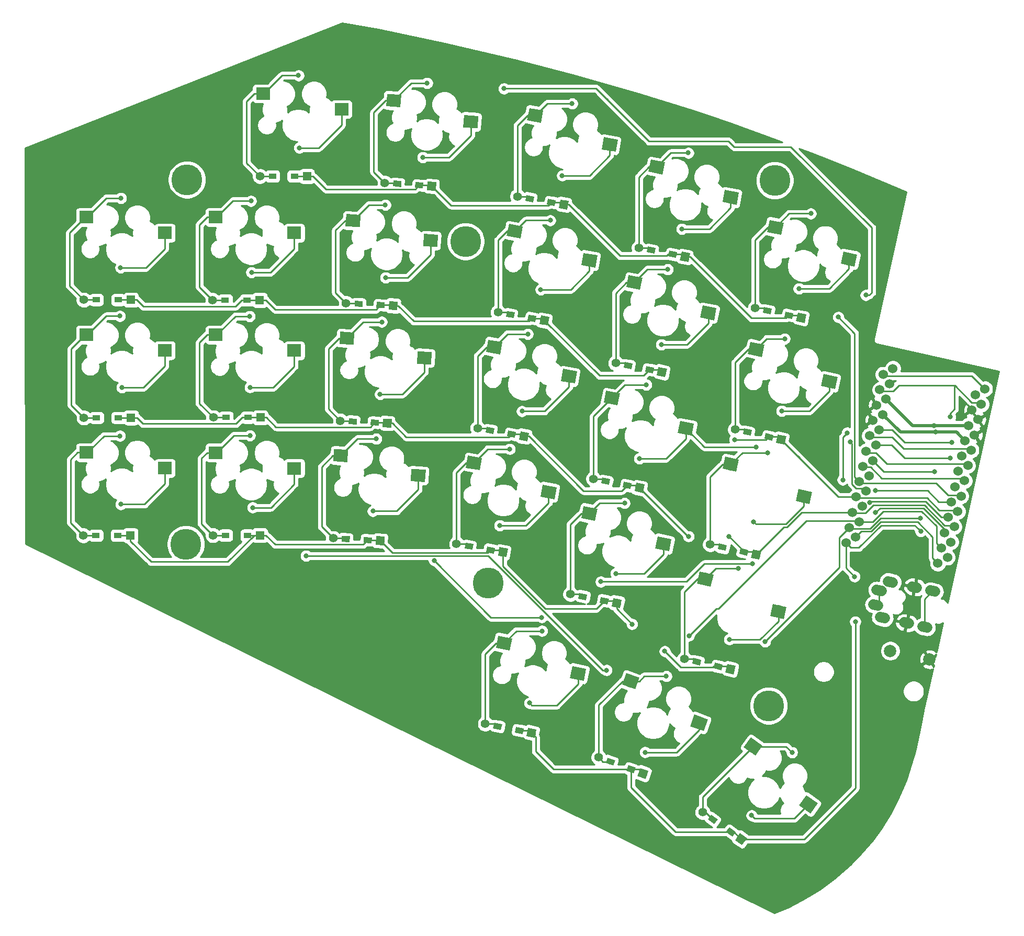
<source format=gbr>
G04 #@! TF.GenerationSoftware,KiCad,Pcbnew,(5.1.0)-1*
G04 #@! TF.CreationDate,2019-06-23T20:26:16+08:00*
G04 #@! TF.ProjectId,52Te_Rev,35325465-5f52-4657-962e-6b696361645f,rev?*
G04 #@! TF.SameCoordinates,Original*
G04 #@! TF.FileFunction,Copper,L1,Top*
G04 #@! TF.FilePolarity,Positive*
%FSLAX46Y46*%
G04 Gerber Fmt 4.6, Leading zero omitted, Abs format (unit mm)*
G04 Created by KiCad (PCBNEW (5.1.0)-1) date 2019-06-23 20:26:16*
%MOMM*%
%LPD*%
G04 APERTURE LIST*
%ADD10C,2.000000*%
%ADD11C,0.100000*%
%ADD12R,2.300000X2.000000*%
%ADD13C,1.700000*%
%ADD14C,1.700000*%
%ADD15R,1.300000X0.950000*%
%ADD16C,1.397000*%
%ADD17R,1.397000X1.397000*%
%ADD18C,0.950000*%
%ADD19C,1.524000*%
%ADD20C,5.000000*%
%ADD21C,0.800000*%
%ADD22C,0.250000*%
%ADD23C,0.500000*%
%ADD24C,0.254000*%
G04 APERTURE END LIST*
D10*
X218031667Y-92404733D03*
D11*
G36*
X219337844Y-91619621D02*
G01*
X218990548Y-93589236D01*
X216725490Y-93189845D01*
X217072786Y-91220230D01*
X219337844Y-91619621D01*
X219337844Y-91619621D01*
G37*
D10*
X205965674Y-87697990D03*
D11*
G36*
X207271851Y-86912878D02*
G01*
X206924555Y-88882493D01*
X204659497Y-88483102D01*
X205006793Y-86513487D01*
X207271851Y-86912878D01*
X207271851Y-86912878D01*
G37*
D10*
X253562486Y-130806234D03*
D11*
G36*
X254901666Y-130078844D02*
G01*
X254468787Y-132031436D01*
X252223306Y-131533624D01*
X252656185Y-129581032D01*
X254901666Y-130078844D01*
X254901666Y-130078844D01*
G37*
D10*
X241713284Y-125577659D03*
D11*
G36*
X243052464Y-124850269D02*
G01*
X242619585Y-126802861D01*
X240374104Y-126305049D01*
X240806983Y-124352457D01*
X243052464Y-124850269D01*
X243052464Y-124850269D01*
G37*
D10*
X221414895Y-179309259D03*
D11*
G36*
X222837562Y-178762890D02*
G01*
X222153521Y-180642275D01*
X219992228Y-179855628D01*
X220676269Y-177976243D01*
X222837562Y-178762890D01*
X222837562Y-178762890D01*
G37*
D10*
X232480260Y-186039734D03*
D11*
G36*
X233902927Y-185493365D02*
G01*
X233218886Y-187372750D01*
X231057593Y-186586103D01*
X231741634Y-184706718D01*
X233902927Y-185493365D01*
X233902927Y-185493365D01*
G37*
D12*
X133330000Y-104190000D03*
X146030000Y-106730000D03*
D13*
X263437444Y-163211932D03*
D14*
X263827962Y-163298508D02*
X263046926Y-163125356D01*
D13*
X261063953Y-166987716D03*
D14*
X261454471Y-167074292D02*
X260673435Y-166901140D01*
D13*
X270271516Y-164727010D03*
D14*
X270662034Y-164813586D02*
X269880998Y-164640434D01*
D13*
X267342628Y-164077691D03*
D14*
X267733146Y-164164267D02*
X266952110Y-163991115D01*
D13*
X268983700Y-170535971D03*
D14*
X269374218Y-170622547D02*
X268593182Y-170449395D01*
D13*
X266054812Y-169886652D03*
D14*
X266445330Y-169973228D02*
X265664294Y-169800076D01*
D13*
X262149628Y-169020894D03*
D14*
X262540146Y-169107470D02*
X261759110Y-168934318D01*
D13*
X261594230Y-164595791D03*
D14*
X261984748Y-164682367D02*
X261203712Y-164509215D01*
D15*
X134955000Y-117570000D03*
D16*
X132920000Y-117570000D03*
D17*
X140540000Y-117570000D03*
D15*
X138505000Y-117570000D03*
X138525000Y-136640000D03*
D17*
X140560000Y-136640000D03*
D16*
X132940000Y-136640000D03*
D15*
X134975000Y-136640000D03*
X134885000Y-155710000D03*
D16*
X132850000Y-155710000D03*
D17*
X140470000Y-155710000D03*
D15*
X138435000Y-155710000D03*
X163445000Y-97550000D03*
D16*
X161410000Y-97550000D03*
D17*
X169030000Y-97550000D03*
D15*
X166995000Y-97550000D03*
X159355000Y-117610000D03*
D17*
X161390000Y-117610000D03*
D16*
X153770000Y-117610000D03*
D15*
X155805000Y-117610000D03*
X155925000Y-136610000D03*
D16*
X153890000Y-136610000D03*
D17*
X161510000Y-136610000D03*
D15*
X159475000Y-136610000D03*
X155845000Y-155680000D03*
D16*
X153810000Y-155680000D03*
D17*
X161430000Y-155680000D03*
D15*
X159395000Y-155680000D03*
D18*
X187190676Y-99013818D03*
D11*
G36*
X187872227Y-98585317D02*
G01*
X187805958Y-99533003D01*
X186509125Y-99442319D01*
X186575394Y-98494633D01*
X187872227Y-98585317D01*
X187872227Y-98585317D01*
G37*
D16*
X189220719Y-99155772D03*
D11*
G36*
X189966242Y-98507698D02*
G01*
X189868793Y-99901295D01*
X188475196Y-99803846D01*
X188572645Y-98410249D01*
X189966242Y-98507698D01*
X189966242Y-98507698D01*
G37*
D16*
X181619281Y-98624228D03*
D18*
X183649324Y-98766182D03*
D11*
G36*
X184330875Y-98337681D02*
G01*
X184264606Y-99285367D01*
X182967773Y-99194683D01*
X183034042Y-98246997D01*
X184330875Y-98337681D01*
X184330875Y-98337681D01*
G37*
D18*
X177397433Y-118217104D03*
D11*
G36*
X178071402Y-117776773D02*
G01*
X178021683Y-118725471D01*
X176723464Y-118657435D01*
X176773183Y-117708737D01*
X178071402Y-117776773D01*
X178071402Y-117776773D01*
G37*
D16*
X175365221Y-118110600D03*
X182974779Y-118509400D03*
D11*
G36*
X183708878Y-117848414D02*
G01*
X183635765Y-119243499D01*
X182240680Y-119170386D01*
X182313793Y-117775301D01*
X183708878Y-117848414D01*
X183708878Y-117848414D01*
G37*
D18*
X180942567Y-118402896D03*
D11*
G36*
X181616536Y-117962565D02*
G01*
X181566817Y-118911263D01*
X180268598Y-118843227D01*
X180318317Y-117894529D01*
X181616536Y-117962565D01*
X181616536Y-117962565D01*
G37*
D18*
X179992567Y-137422896D03*
D11*
G36*
X180666536Y-136982565D02*
G01*
X180616817Y-137931263D01*
X179318598Y-137863227D01*
X179368317Y-136914529D01*
X180666536Y-136982565D01*
X180666536Y-136982565D01*
G37*
D16*
X182024779Y-137529400D03*
D11*
G36*
X182758878Y-136868414D02*
G01*
X182685765Y-138263499D01*
X181290680Y-138190386D01*
X181363793Y-136795301D01*
X182758878Y-136868414D01*
X182758878Y-136868414D01*
G37*
D16*
X174415221Y-137130600D03*
D18*
X176447433Y-137237104D03*
D11*
G36*
X177121402Y-136796773D02*
G01*
X177071683Y-137745471D01*
X175773464Y-137677435D01*
X175823183Y-136728737D01*
X177121402Y-136796773D01*
X177121402Y-136796773D01*
G37*
D18*
X178842567Y-156452896D03*
D11*
G36*
X179516536Y-156012565D02*
G01*
X179466817Y-156961263D01*
X178168598Y-156893227D01*
X178218317Y-155944529D01*
X179516536Y-156012565D01*
X179516536Y-156012565D01*
G37*
D16*
X180874779Y-156559400D03*
D11*
G36*
X181608878Y-155898414D02*
G01*
X181535765Y-157293499D01*
X180140680Y-157220386D01*
X180213793Y-155825301D01*
X181608878Y-155898414D01*
X181608878Y-155898414D01*
G37*
D16*
X173265221Y-156160600D03*
D18*
X175297433Y-156267104D03*
D11*
G36*
X175971402Y-155826773D02*
G01*
X175921683Y-156775471D01*
X174623464Y-156707435D01*
X174673183Y-155758737D01*
X175971402Y-155826773D01*
X175971402Y-155826773D01*
G37*
D18*
X205071966Y-101161774D03*
D11*
G36*
X205794574Y-100806862D02*
G01*
X205629608Y-101742429D01*
X204349358Y-101516686D01*
X204514324Y-100581119D01*
X205794574Y-100806862D01*
X205794574Y-100806862D01*
G37*
D16*
X203067880Y-100808400D03*
X210572120Y-102131600D03*
D11*
G36*
X211381301Y-101565005D02*
G01*
X211138715Y-102940781D01*
X209762939Y-102698195D01*
X210005525Y-101322419D01*
X211381301Y-101565005D01*
X211381301Y-101565005D01*
G37*
D18*
X208568034Y-101778226D03*
D11*
G36*
X209290642Y-101423314D02*
G01*
X209125676Y-102358881D01*
X207845426Y-102133138D01*
X208010392Y-101197571D01*
X209290642Y-101423314D01*
X209290642Y-101423314D01*
G37*
D18*
X205426068Y-120546452D03*
D11*
G36*
X206148676Y-120191540D02*
G01*
X205983710Y-121127107D01*
X204703460Y-120901364D01*
X204868426Y-119965797D01*
X206148676Y-120191540D01*
X206148676Y-120191540D01*
G37*
D16*
X207430154Y-120899826D03*
D11*
G36*
X208239335Y-120333231D02*
G01*
X207996749Y-121709007D01*
X206620973Y-121466421D01*
X206863559Y-120090645D01*
X208239335Y-120333231D01*
X208239335Y-120333231D01*
G37*
D16*
X199925914Y-119576626D03*
D18*
X201930000Y-119930000D03*
D11*
G36*
X202652608Y-119575088D02*
G01*
X202487642Y-120510655D01*
X201207392Y-120284912D01*
X201372358Y-119349345D01*
X202652608Y-119575088D01*
X202652608Y-119575088D01*
G37*
D18*
X198631966Y-138691774D03*
D11*
G36*
X199354574Y-138336862D02*
G01*
X199189608Y-139272429D01*
X197909358Y-139046686D01*
X198074324Y-138111119D01*
X199354574Y-138336862D01*
X199354574Y-138336862D01*
G37*
D16*
X196627880Y-138338400D03*
X204132120Y-139661600D03*
D11*
G36*
X204941301Y-139095005D02*
G01*
X204698715Y-140470781D01*
X203322939Y-140228195D01*
X203565525Y-138852419D01*
X204941301Y-139095005D01*
X204941301Y-139095005D01*
G37*
D18*
X202128034Y-139308226D03*
D11*
G36*
X202850642Y-138953314D02*
G01*
X202685676Y-139888881D01*
X201405426Y-139663138D01*
X201570392Y-138727571D01*
X202850642Y-138953314D01*
X202850642Y-138953314D01*
G37*
D18*
X195231966Y-157441774D03*
D11*
G36*
X195954574Y-157086862D02*
G01*
X195789608Y-158022429D01*
X194509358Y-157796686D01*
X194674324Y-156861119D01*
X195954574Y-157086862D01*
X195954574Y-157086862D01*
G37*
D16*
X193227880Y-157088400D03*
X200732120Y-158411600D03*
D11*
G36*
X201541301Y-157845005D02*
G01*
X201298715Y-159220781D01*
X199922939Y-158978195D01*
X200165525Y-157602419D01*
X201541301Y-157845005D01*
X201541301Y-157845005D01*
G37*
D18*
X198728034Y-158058226D03*
D11*
G36*
X199450642Y-157703314D02*
G01*
X199285676Y-158638881D01*
X198005426Y-158413138D01*
X198170392Y-157477571D01*
X199450642Y-157703314D01*
X199450642Y-157703314D01*
G37*
D18*
X203362388Y-187288686D03*
D11*
G36*
X204091080Y-186946439D02*
G01*
X203909811Y-187878985D01*
X202633696Y-187630933D01*
X202814965Y-186698387D01*
X204091080Y-186946439D01*
X204091080Y-186946439D01*
G37*
D16*
X205360000Y-187676982D03*
D11*
G36*
X206178947Y-187124595D02*
G01*
X205912387Y-188495929D01*
X204541053Y-188229369D01*
X204807613Y-186858035D01*
X206178947Y-187124595D01*
X206178947Y-187124595D01*
G37*
D16*
X197880000Y-186223018D03*
D18*
X199877612Y-186611314D03*
D11*
G36*
X200606304Y-186269067D02*
G01*
X200425035Y-187201613D01*
X199148920Y-186953561D01*
X199330189Y-186021015D01*
X200606304Y-186269067D01*
X200606304Y-186269067D01*
G37*
D18*
X228202388Y-110198686D03*
D11*
G36*
X228931080Y-109856439D02*
G01*
X228749811Y-110788985D01*
X227473696Y-110540933D01*
X227654965Y-109608387D01*
X228931080Y-109856439D01*
X228931080Y-109856439D01*
G37*
D16*
X230200000Y-110586982D03*
D11*
G36*
X231018947Y-110034595D02*
G01*
X230752387Y-111405929D01*
X229381053Y-111139369D01*
X229647613Y-109768035D01*
X231018947Y-110034595D01*
X231018947Y-110034595D01*
G37*
D16*
X222720000Y-109133018D03*
D18*
X224717612Y-109521314D03*
D11*
G36*
X225446304Y-109179067D02*
G01*
X225265035Y-110111613D01*
X223988920Y-109863561D01*
X224170189Y-108931015D01*
X225446304Y-109179067D01*
X225446304Y-109179067D01*
G37*
D18*
X220967612Y-128191314D03*
D11*
G36*
X221696304Y-127849067D02*
G01*
X221515035Y-128781613D01*
X220238920Y-128533561D01*
X220420189Y-127601015D01*
X221696304Y-127849067D01*
X221696304Y-127849067D01*
G37*
D16*
X218970000Y-127803018D03*
X226450000Y-129256982D03*
D11*
G36*
X227268947Y-128704595D02*
G01*
X227002387Y-130075929D01*
X225631053Y-129809369D01*
X225897613Y-128438035D01*
X227268947Y-128704595D01*
X227268947Y-128704595D01*
G37*
D18*
X224452388Y-128868686D03*
D11*
G36*
X225181080Y-128526439D02*
G01*
X224999811Y-129458985D01*
X223723696Y-129210933D01*
X223904965Y-128278387D01*
X225181080Y-128526439D01*
X225181080Y-128526439D01*
G37*
D18*
X220844776Y-147607372D03*
D11*
G36*
X221573468Y-147265125D02*
G01*
X221392199Y-148197671D01*
X220116084Y-147949619D01*
X220297353Y-147017073D01*
X221573468Y-147265125D01*
X221573468Y-147265125D01*
G37*
D16*
X222842388Y-147995668D03*
D11*
G36*
X223661335Y-147443281D02*
G01*
X223394775Y-148814615D01*
X222023441Y-148548055D01*
X222290001Y-147176721D01*
X223661335Y-147443281D01*
X223661335Y-147443281D01*
G37*
D16*
X215362388Y-146541704D03*
D18*
X217360000Y-146930000D03*
D11*
G36*
X218088692Y-146587753D02*
G01*
X217907423Y-147520299D01*
X216631308Y-147272247D01*
X216812577Y-146339701D01*
X218088692Y-146587753D01*
X218088692Y-146587753D01*
G37*
D18*
X217142388Y-166268686D03*
D11*
G36*
X217871080Y-165926439D02*
G01*
X217689811Y-166858985D01*
X216413696Y-166610933D01*
X216594965Y-165678387D01*
X217871080Y-165926439D01*
X217871080Y-165926439D01*
G37*
D16*
X219140000Y-166656982D03*
D11*
G36*
X219958947Y-166104595D02*
G01*
X219692387Y-167475929D01*
X218321053Y-167209369D01*
X218587613Y-165838035D01*
X219958947Y-166104595D01*
X219958947Y-166104595D01*
G37*
D16*
X211660000Y-165203018D03*
D18*
X213657612Y-165591314D03*
D11*
G36*
X214386304Y-165249067D02*
G01*
X214205035Y-166181613D01*
X212928920Y-165933561D01*
X213110189Y-165001015D01*
X214386304Y-165249067D01*
X214386304Y-165249067D01*
G37*
D18*
X218142046Y-192332914D03*
D11*
G36*
X218915306Y-192108873D02*
G01*
X218590387Y-193001581D01*
X217368786Y-192556955D01*
X217693705Y-191664247D01*
X218915306Y-192108873D01*
X218915306Y-192108873D01*
G37*
D16*
X216229771Y-191636903D03*
X223390229Y-194243097D03*
D11*
G36*
X224285505Y-193825623D02*
G01*
X223807703Y-195138373D01*
X222494953Y-194660571D01*
X222972755Y-193347821D01*
X224285505Y-193825623D01*
X224285505Y-193825623D01*
G37*
D18*
X221477954Y-193547086D03*
D11*
G36*
X222251214Y-193323045D02*
G01*
X221926295Y-194215753D01*
X220704694Y-193771127D01*
X221029613Y-192878419D01*
X222251214Y-193323045D01*
X222251214Y-193323045D01*
G37*
D18*
X243543788Y-119310957D03*
D11*
G36*
X244278342Y-118981479D02*
G01*
X244080826Y-119910720D01*
X242809234Y-119640435D01*
X243006750Y-118711194D01*
X244278342Y-118981479D01*
X244278342Y-118981479D01*
G37*
D16*
X241553258Y-118887855D03*
X249006742Y-120472145D03*
D11*
G36*
X249835204Y-119934135D02*
G01*
X249544752Y-121300607D01*
X248178280Y-121010155D01*
X248468732Y-119643683D01*
X249835204Y-119934135D01*
X249835204Y-119934135D01*
G37*
D18*
X247016212Y-120049043D03*
D11*
G36*
X247750766Y-119719565D02*
G01*
X247553250Y-120648806D01*
X246281658Y-120378521D01*
X246479174Y-119449280D01*
X247750766Y-119719565D01*
X247750766Y-119719565D01*
G37*
D18*
X243752925Y-139744180D03*
D11*
G36*
X244490326Y-139421125D02*
G01*
X244284709Y-140348606D01*
X243015524Y-140067235D01*
X243221141Y-139139754D01*
X244490326Y-139421125D01*
X244490326Y-139421125D01*
G37*
D16*
X245739688Y-140184635D03*
D11*
G36*
X246572814Y-139653875D02*
G01*
X246270448Y-141017761D01*
X244906562Y-140715395D01*
X245208928Y-139351509D01*
X246572814Y-139653875D01*
X246572814Y-139653875D01*
G37*
D16*
X238300312Y-138535365D03*
D18*
X240287075Y-138975820D03*
D11*
G36*
X241024476Y-138652765D02*
G01*
X240818859Y-139580246D01*
X239549674Y-139298875D01*
X239755291Y-138371394D01*
X241024476Y-138652765D01*
X241024476Y-138652765D01*
G37*
D18*
X239712925Y-158374180D03*
D11*
G36*
X240450326Y-158051125D02*
G01*
X240244709Y-158978606D01*
X238975524Y-158697235D01*
X239181141Y-157769754D01*
X240450326Y-158051125D01*
X240450326Y-158051125D01*
G37*
D16*
X241699688Y-158814635D03*
D11*
G36*
X242532814Y-158283875D02*
G01*
X242230448Y-159647761D01*
X240866562Y-159345395D01*
X241168928Y-157981509D01*
X242532814Y-158283875D01*
X242532814Y-158283875D01*
G37*
D16*
X234260312Y-157165365D03*
D18*
X236247075Y-157605820D03*
D11*
G36*
X236984476Y-157282765D02*
G01*
X236778859Y-158210246D01*
X235509674Y-157928875D01*
X235715291Y-157001394D01*
X236984476Y-157282765D01*
X236984476Y-157282765D01*
G37*
D18*
X232104150Y-176151640D03*
D11*
G36*
X232841551Y-175828585D02*
G01*
X232635934Y-176756066D01*
X231366749Y-176474695D01*
X231572366Y-175547214D01*
X232841551Y-175828585D01*
X232841551Y-175828585D01*
G37*
D16*
X230117387Y-175711185D03*
X237556763Y-177360455D03*
D11*
G36*
X238389889Y-176829695D02*
G01*
X238087523Y-178193581D01*
X236723637Y-177891215D01*
X237026003Y-176527329D01*
X238389889Y-176829695D01*
X238389889Y-176829695D01*
G37*
D18*
X235570000Y-176920000D03*
D11*
G36*
X236307401Y-176596945D02*
G01*
X236101784Y-177524426D01*
X234832599Y-177243055D01*
X235038216Y-176315574D01*
X236307401Y-176596945D01*
X236307401Y-176596945D01*
G37*
D18*
X237603995Y-203718098D03*
D11*
G36*
X238408893Y-203701825D02*
G01*
X237863995Y-204480020D01*
X236799097Y-203734371D01*
X237343995Y-202956176D01*
X238408893Y-203701825D01*
X238408893Y-203701825D01*
G37*
D16*
X239270969Y-204885326D03*
D11*
G36*
X240243790Y-204713791D02*
G01*
X239442504Y-205858147D01*
X238298148Y-205056861D01*
X239099434Y-203912505D01*
X240243790Y-204713791D01*
X240243790Y-204713791D01*
G37*
D16*
X233029031Y-200514674D03*
D18*
X234696005Y-201681902D03*
D11*
G36*
X235500903Y-201665629D02*
G01*
X234956005Y-202443824D01*
X233891107Y-201698175D01*
X234436005Y-200919980D01*
X235500903Y-201665629D01*
X235500903Y-201665629D01*
G37*
D12*
X146030000Y-125760000D03*
X133330000Y-123220000D03*
X133330000Y-142280000D03*
X146030000Y-144820000D03*
X174610000Y-86710000D03*
X161910000Y-84170000D03*
X166980000Y-106730000D03*
X154280000Y-104190000D03*
X154280000Y-123240000D03*
X166980000Y-125780000D03*
X166980000Y-144840000D03*
X154280000Y-142300000D03*
D10*
X183051038Y-85294860D03*
D11*
G36*
X184267993Y-84377516D02*
G01*
X184128480Y-86372644D01*
X181834083Y-86212204D01*
X181973596Y-84217076D01*
X184267993Y-84377516D01*
X184267993Y-84377516D01*
G37*
D10*
X195542920Y-88714580D03*
D11*
G36*
X196759875Y-87797236D02*
G01*
X196620362Y-89792364D01*
X194325965Y-89631924D01*
X194465478Y-87636796D01*
X196759875Y-87797236D01*
X196759875Y-87797236D01*
G37*
D10*
X176475772Y-104738702D03*
D11*
G36*
X177676532Y-103800259D02*
G01*
X177571860Y-105797518D01*
X175275012Y-105677145D01*
X175379684Y-103679886D01*
X177676532Y-103800259D01*
X177676532Y-103800259D01*
G37*
D10*
X189025434Y-107939883D03*
D11*
G36*
X190226194Y-107001440D02*
G01*
X190121522Y-108998699D01*
X187824674Y-108878326D01*
X187929346Y-106881067D01*
X190226194Y-107001440D01*
X190226194Y-107001440D01*
G37*
D10*
X188035434Y-126969883D03*
D11*
G36*
X189236194Y-126031440D02*
G01*
X189131522Y-128028699D01*
X186834674Y-127908326D01*
X186939346Y-125911067D01*
X189236194Y-126031440D01*
X189236194Y-126031440D01*
G37*
D10*
X175485772Y-123768702D03*
D11*
G36*
X176686532Y-122830259D02*
G01*
X176581860Y-124827518D01*
X174285012Y-124707145D01*
X174389684Y-122709886D01*
X176686532Y-122830259D01*
X176686532Y-122830259D01*
G37*
D10*
X174485772Y-142788702D03*
D11*
G36*
X175686532Y-141850259D02*
G01*
X175581860Y-143847518D01*
X173285012Y-143727145D01*
X173389684Y-141729886D01*
X175686532Y-141850259D01*
X175686532Y-141850259D01*
G37*
D10*
X187035434Y-145989883D03*
D11*
G36*
X188236194Y-145051440D02*
G01*
X188131522Y-147048699D01*
X185834674Y-146928326D01*
X185939346Y-144931067D01*
X188236194Y-145051440D01*
X188236194Y-145051440D01*
G37*
D10*
X214721667Y-111154733D03*
D11*
G36*
X216027844Y-110369621D02*
G01*
X215680548Y-112339236D01*
X213415490Y-111939845D01*
X213762786Y-109970230D01*
X216027844Y-110369621D01*
X216027844Y-110369621D01*
G37*
D10*
X202655674Y-106447990D03*
D11*
G36*
X203961851Y-105662878D02*
G01*
X203614555Y-107632493D01*
X201349497Y-107233102D01*
X201696793Y-105263487D01*
X203961851Y-105662878D01*
X203961851Y-105662878D01*
G37*
D10*
X199345674Y-125207990D03*
D11*
G36*
X200651851Y-124422878D02*
G01*
X200304555Y-126392493D01*
X198039497Y-125993102D01*
X198386793Y-124023487D01*
X200651851Y-124422878D01*
X200651851Y-124422878D01*
G37*
D10*
X211411667Y-129914733D03*
D11*
G36*
X212717844Y-129129621D02*
G01*
X212370548Y-131099236D01*
X210105490Y-130699845D01*
X210452786Y-128730230D01*
X212717844Y-129129621D01*
X212717844Y-129129621D01*
G37*
D10*
X208111667Y-148674733D03*
D11*
G36*
X209417844Y-147889621D02*
G01*
X209070548Y-149859236D01*
X206805490Y-149459845D01*
X207152786Y-147490230D01*
X209417844Y-147889621D01*
X209417844Y-147889621D01*
G37*
D10*
X196045674Y-143967990D03*
D11*
G36*
X197351851Y-143182878D02*
G01*
X197004555Y-145152493D01*
X194739497Y-144753102D01*
X195086793Y-142783487D01*
X197351851Y-143182878D01*
X197351851Y-143182878D01*
G37*
D10*
X212903677Y-178063065D03*
D11*
G36*
X214223357Y-177300868D02*
G01*
X213841739Y-179264123D01*
X211583997Y-178825262D01*
X211965615Y-176862007D01*
X214223357Y-177300868D01*
X214223357Y-177300868D01*
G37*
D10*
X200921667Y-173146458D03*
D11*
G36*
X202241347Y-172384261D02*
G01*
X201859729Y-174347516D01*
X199601987Y-173908655D01*
X199983605Y-171945400D01*
X202241347Y-172384261D01*
X202241347Y-172384261D01*
G37*
D10*
X237593677Y-100973065D03*
D11*
G36*
X238913357Y-100210868D02*
G01*
X238531739Y-102174123D01*
X236273997Y-101735262D01*
X236655615Y-99772007D01*
X238913357Y-100210868D01*
X238913357Y-100210868D01*
G37*
D10*
X225611667Y-96056458D03*
D11*
G36*
X226931347Y-95294261D02*
G01*
X226549729Y-97257516D01*
X224291987Y-96818655D01*
X224673605Y-94855400D01*
X226931347Y-95294261D01*
X226931347Y-95294261D01*
G37*
D10*
X221981667Y-114756458D03*
D11*
G36*
X223301347Y-113994261D02*
G01*
X222919729Y-115957516D01*
X220661987Y-115518655D01*
X221043605Y-113555400D01*
X223301347Y-113994261D01*
X223301347Y-113994261D01*
G37*
D10*
X233963677Y-119673065D03*
D11*
G36*
X235283357Y-118910868D02*
G01*
X234901739Y-120874123D01*
X232643997Y-120435262D01*
X233025615Y-118472007D01*
X235283357Y-118910868D01*
X235283357Y-118910868D01*
G37*
D10*
X230323677Y-138373065D03*
D11*
G36*
X231643357Y-137610868D02*
G01*
X231261739Y-139574123D01*
X229003997Y-139135262D01*
X229385615Y-137172007D01*
X231643357Y-137610868D01*
X231643357Y-137610868D01*
G37*
D10*
X218341667Y-133456458D03*
D11*
G36*
X219661347Y-132694261D02*
G01*
X219279729Y-134657516D01*
X217021987Y-134218655D01*
X217403605Y-132255400D01*
X219661347Y-132694261D01*
X219661347Y-132694261D01*
G37*
D10*
X214711667Y-152156458D03*
D11*
G36*
X216031347Y-151394261D02*
G01*
X215649729Y-153357516D01*
X213391987Y-152918655D01*
X213773605Y-150955400D01*
X216031347Y-151394261D01*
X216031347Y-151394261D01*
G37*
D10*
X226693677Y-157073065D03*
D11*
G36*
X228013357Y-156310868D02*
G01*
X227631739Y-158274123D01*
X225373997Y-157835262D01*
X225755615Y-155872007D01*
X228013357Y-156310868D01*
X228013357Y-156310868D01*
G37*
D10*
X244829068Y-105846788D03*
D11*
G36*
X246161849Y-105107739D02*
G01*
X245746026Y-107064034D01*
X243496287Y-106585837D01*
X243912110Y-104629542D01*
X246161849Y-105107739D01*
X246161849Y-105107739D01*
G37*
D10*
X256723445Y-110971761D03*
D11*
G36*
X258056226Y-110232712D02*
G01*
X257640403Y-112189007D01*
X255390664Y-111710810D01*
X255806487Y-109754515D01*
X258056226Y-110232712D01*
X258056226Y-110232712D01*
G37*
D10*
X237593284Y-144177659D03*
D11*
G36*
X238932464Y-143450269D02*
G01*
X238499585Y-145402861D01*
X236254104Y-144905049D01*
X236686983Y-142952457D01*
X238932464Y-143450269D01*
X238932464Y-143450269D01*
G37*
D10*
X249442486Y-149406234D03*
D11*
G36*
X250781666Y-148678844D02*
G01*
X250348787Y-150631436D01*
X248103306Y-150133624D01*
X248536185Y-148181032D01*
X250781666Y-148678844D01*
X250781666Y-148678844D01*
G37*
D10*
X245312486Y-168006234D03*
D11*
G36*
X246651666Y-167278844D02*
G01*
X246218787Y-169231436D01*
X243973306Y-168733624D01*
X244406185Y-166781032D01*
X246651666Y-167278844D01*
X246651666Y-167278844D01*
G37*
D10*
X233463284Y-162777659D03*
D11*
G36*
X234802464Y-162050269D02*
G01*
X234369585Y-164002861D01*
X232124104Y-163505049D01*
X232556983Y-161552457D01*
X234802464Y-162050269D01*
X234802464Y-162050269D01*
G37*
D10*
X241227545Y-189876556D03*
D11*
G36*
X242743146Y-189717017D02*
G01*
X241595993Y-191355321D01*
X239711944Y-190036095D01*
X240859097Y-188397791D01*
X242743146Y-189717017D01*
X242743146Y-189717017D01*
G37*
D10*
X250173892Y-199241623D03*
D11*
G36*
X251689493Y-199082084D02*
G01*
X250542340Y-200720388D01*
X248658291Y-199401162D01*
X249805444Y-197762858D01*
X251689493Y-199082084D01*
X251689493Y-199082084D01*
G37*
D10*
X263417038Y-174396571D03*
X269762962Y-175803429D03*
D19*
X263839300Y-128688124D03*
X263289544Y-131167916D03*
X262739787Y-133647707D03*
X262190030Y-136127499D03*
X261640274Y-138607291D03*
X261090517Y-141087083D03*
X260540761Y-143566875D03*
X259991004Y-146046667D03*
X259441247Y-148526459D03*
X258891491Y-151006249D03*
X258341734Y-153486042D03*
X257791977Y-155965834D03*
X272651203Y-159260045D03*
X273200959Y-156780253D03*
X273750716Y-154300461D03*
X274300474Y-151820670D03*
X274850229Y-149340878D03*
X275399986Y-146861086D03*
X275949742Y-144381294D03*
X276499499Y-141901502D03*
X277049256Y-139421710D03*
X277599012Y-136941918D03*
X278148769Y-134462127D03*
X278698525Y-131982335D03*
X262269463Y-129640934D03*
X261719706Y-132120726D03*
X261169950Y-134600518D03*
X260620193Y-137080310D03*
X260070436Y-139560102D03*
X259520680Y-142039893D03*
X258970923Y-144519685D03*
X258421167Y-146999477D03*
X257871410Y-149479269D03*
X257321653Y-151959061D03*
X256771897Y-154438853D03*
X256222140Y-156918645D03*
X271100891Y-160217184D03*
X271650648Y-157737392D03*
X272200404Y-155257601D03*
X272750161Y-152777809D03*
X273299918Y-150298017D03*
X273849674Y-147818225D03*
X274399431Y-145338433D03*
X274949188Y-142858641D03*
X275498944Y-140378849D03*
X276048701Y-137899058D03*
X276598457Y-135419266D03*
X277148214Y-132939474D03*
D20*
X149610000Y-98110000D03*
X149430000Y-157130000D03*
X194690000Y-108100000D03*
X198360000Y-163430000D03*
X243740000Y-183280000D03*
X244720000Y-98230000D03*
D21*
X238217725Y-140213134D03*
X230760000Y-155860000D03*
X237300000Y-155860000D03*
X268290000Y-152890000D03*
X243160000Y-172880000D03*
X221630000Y-170070000D03*
X226920000Y-174460000D03*
X255010000Y-120360000D03*
X268332347Y-155047653D03*
X257640000Y-162360000D03*
X257750000Y-169670000D03*
X270750000Y-138970000D03*
X273110000Y-136520000D03*
X138860000Y-112350000D03*
X139070000Y-131750000D03*
X138910000Y-150660000D03*
X207030000Y-168980000D03*
X216580000Y-163200000D03*
X241100000Y-160320000D03*
X189590000Y-159740000D03*
X160050000Y-113120000D03*
X159820000Y-131730000D03*
X167790000Y-92950000D03*
X160230000Y-151190000D03*
X168880000Y-159010000D03*
X230842387Y-171930000D03*
X217510000Y-177530000D03*
X261027347Y-151990000D03*
X179700000Y-151770000D03*
X180860000Y-132850000D03*
X181750000Y-113960000D03*
X187760000Y-94490000D03*
X256450000Y-139090000D03*
X259450000Y-116800000D03*
X255720000Y-146710000D03*
X200900000Y-83350000D03*
X260110000Y-150338460D03*
X210330000Y-97440000D03*
X206850000Y-115910000D03*
X200200000Y-154100000D03*
X203830000Y-135600000D03*
X205020000Y-182840000D03*
X256930000Y-140570000D03*
X218990000Y-161860000D03*
X222800000Y-143250000D03*
X229690000Y-106080000D03*
X226360000Y-124790000D03*
X223730000Y-190810000D03*
X241710000Y-141380000D03*
X261027347Y-148440000D03*
X248620000Y-115750000D03*
X245840000Y-135560000D03*
X241260000Y-153490000D03*
X237380000Y-172540000D03*
X240980000Y-201040000D03*
X270550000Y-145350000D03*
X270490000Y-137899058D03*
X273370000Y-140650000D03*
X273090000Y-143170000D03*
X138930000Y-101090000D03*
X138750000Y-120190000D03*
X138760000Y-139590000D03*
X167660000Y-81230000D03*
X159960000Y-101550000D03*
X159730000Y-120220000D03*
X159790000Y-139530000D03*
X188470000Y-82470000D03*
X181700000Y-102200000D03*
X181130000Y-121140000D03*
X180230000Y-140070000D03*
X211930000Y-85780000D03*
X208390000Y-104690000D03*
X204750000Y-123100000D03*
X201840000Y-141720000D03*
X207060000Y-171170000D03*
X230720000Y-93770000D03*
X227380000Y-112630000D03*
X223910000Y-131320000D03*
X220410000Y-150470000D03*
X227170000Y-178510000D03*
X250560000Y-103600000D03*
X246330000Y-123860000D03*
X243530000Y-142300000D03*
X238820000Y-161050000D03*
X247520000Y-190830000D03*
D22*
X274099803Y-151620000D02*
X271370000Y-151620000D01*
X274300473Y-151820670D02*
X274099803Y-151620000D01*
X258005601Y-149613460D02*
X257871410Y-149479269D01*
X269363460Y-149613460D02*
X258005601Y-149613460D01*
X271370000Y-151620000D02*
X269363460Y-149613460D01*
X138505000Y-117570000D02*
X140540000Y-117570000D01*
X159355000Y-117610000D02*
X161390000Y-117610000D01*
X182868275Y-118402896D02*
X182974779Y-118509400D01*
X180942567Y-118402896D02*
X182868275Y-118402896D01*
X207076778Y-120546452D02*
X207430152Y-120899826D01*
X205426068Y-120546452D02*
X207076778Y-120546452D01*
X158455000Y-117610000D02*
X159355000Y-117610000D01*
X157431499Y-118633501D02*
X158455000Y-117610000D01*
X142552001Y-118633501D02*
X157431499Y-118633501D01*
X141488500Y-117570000D02*
X142552001Y-118633501D01*
X140540000Y-117570000D02*
X141488500Y-117570000D01*
X180211362Y-119134101D02*
X180942567Y-118402896D01*
X163862601Y-119134101D02*
X180211362Y-119134101D01*
X162338500Y-117610000D02*
X163862601Y-119134101D01*
X161390000Y-117610000D02*
X162338500Y-117610000D01*
X204945330Y-121027190D02*
X205426068Y-120546452D01*
X186292027Y-121027190D02*
X204945330Y-121027190D01*
X183774237Y-118509400D02*
X186292027Y-121027190D01*
X182974779Y-118509400D02*
X183774237Y-118509400D01*
X226061704Y-128868686D02*
X226450000Y-129256982D01*
X224452388Y-128868686D02*
X226061704Y-128868686D01*
X207430152Y-120899826D02*
X216350326Y-129820000D01*
X223501074Y-129820000D02*
X224452388Y-128868686D01*
X216350326Y-129820000D02*
X223501074Y-129820000D01*
X245299233Y-139744180D02*
X245739688Y-140184635D01*
X243752925Y-139744180D02*
X245299233Y-139744180D01*
X243283971Y-140213134D02*
X243752925Y-139744180D01*
X238217725Y-140213134D02*
X243283971Y-140213134D01*
X248771463Y-143216410D02*
X245739688Y-140184635D01*
X255034322Y-149479269D02*
X245739688Y-140184635D01*
X257871410Y-149479269D02*
X255034322Y-149479269D01*
X273550255Y-154100000D02*
X272220000Y-154100000D01*
X273750716Y-154300461D02*
X273550255Y-154100000D01*
X272220000Y-154100000D02*
X268960000Y-150840000D01*
X257455843Y-152093251D02*
X257321653Y-151959061D01*
X259413252Y-152093251D02*
X257455843Y-152093251D01*
X260666503Y-150840000D02*
X259413252Y-152093251D01*
X268960000Y-150840000D02*
X260666503Y-150840000D01*
X138525000Y-136640000D02*
X140560000Y-136640000D01*
X159475000Y-136610000D02*
X161510000Y-136610000D01*
X181918275Y-137422896D02*
X182024779Y-137529400D01*
X179992567Y-137422896D02*
X181918275Y-137422896D01*
X203778744Y-139308226D02*
X204132118Y-139661600D01*
X202128034Y-139308226D02*
X203778744Y-139308226D01*
X158575000Y-136610000D02*
X159475000Y-136610000D01*
X157551499Y-137633501D02*
X158575000Y-136610000D01*
X142502001Y-137633501D02*
X157551499Y-137633501D01*
X141508500Y-136640000D02*
X142502001Y-137633501D01*
X140560000Y-136640000D02*
X141508500Y-136640000D01*
X179261362Y-138154101D02*
X179992567Y-137422896D01*
X164002601Y-138154101D02*
X179261362Y-138154101D01*
X162458500Y-136610000D02*
X164002601Y-138154101D01*
X161510000Y-136610000D02*
X162458500Y-136610000D01*
X222454092Y-147607372D02*
X222842388Y-147995668D01*
X220844776Y-147607372D02*
X222454092Y-147607372D01*
X201647296Y-139788964D02*
X202128034Y-139308226D01*
X185083801Y-139788964D02*
X201647296Y-139788964D01*
X182824237Y-137529400D02*
X185083801Y-139788964D01*
X182024779Y-137529400D02*
X182824237Y-137529400D01*
X219972148Y-148480000D02*
X220844776Y-147607372D01*
X213759793Y-148480000D02*
X219972148Y-148480000D01*
X204132118Y-139661600D02*
X204941393Y-139661600D01*
X204941393Y-139661600D02*
X213759793Y-148480000D01*
X241259233Y-158374180D02*
X241699688Y-158814635D01*
X239712925Y-158374180D02*
X241259233Y-158374180D01*
X246174314Y-154340009D02*
X246702501Y-154340008D01*
X241699688Y-158814635D02*
X246174314Y-154340009D01*
X249083448Y-151959061D02*
X257321653Y-151959061D01*
X246702501Y-154340008D02*
X249083448Y-151959061D01*
X222842388Y-147995668D02*
X230706720Y-155860000D01*
X230706720Y-155860000D02*
X230760000Y-155860000D01*
X239712925Y-158272925D02*
X239712925Y-158374180D01*
X237300000Y-155860000D02*
X239712925Y-158272925D01*
X256906087Y-154573043D02*
X256771897Y-154438853D01*
X260153716Y-154573043D02*
X256906087Y-154573043D01*
X261836759Y-152890000D02*
X260153716Y-154573043D01*
X268290000Y-152890000D02*
X261836759Y-152890000D01*
X159395000Y-155680000D02*
X161430000Y-155680000D01*
X180768275Y-156452896D02*
X180874779Y-156559400D01*
X178842567Y-156452896D02*
X180768275Y-156452896D01*
X200378744Y-158058226D02*
X200732118Y-158411600D01*
X198728034Y-158058226D02*
X200378744Y-158058226D01*
X178111362Y-157184101D02*
X178842567Y-156452896D01*
X163882601Y-157184101D02*
X178111362Y-157184101D01*
X162378500Y-155680000D02*
X163882601Y-157184101D01*
X161430000Y-155680000D02*
X162378500Y-155680000D01*
X198247296Y-158538964D02*
X198728034Y-158058226D01*
X182854343Y-158538964D02*
X198247296Y-158538964D01*
X180874779Y-156559400D02*
X182854343Y-158538964D01*
X218751704Y-166268686D02*
X219140000Y-166656982D01*
X217142388Y-166268686D02*
X218751704Y-166268686D01*
X200732118Y-158411600D02*
X200732118Y-160712118D01*
X200732118Y-160712118D02*
X207580000Y-167560000D01*
X215851074Y-167560000D02*
X217142388Y-166268686D01*
X207580000Y-167560000D02*
X215851074Y-167560000D01*
X237116308Y-176920000D02*
X237556763Y-177360455D01*
X235570000Y-176920000D02*
X237116308Y-176920000D01*
X234804219Y-176920000D02*
X235570000Y-176920000D01*
X234643143Y-177081076D02*
X234804219Y-176920000D01*
X255135139Y-160904861D02*
X243160000Y-172880000D01*
X256771897Y-154438853D02*
X255135139Y-156075611D01*
X255135139Y-156075611D02*
X255135139Y-160904861D01*
X219140000Y-166656982D02*
X219140000Y-167580000D01*
X219140000Y-167580000D02*
X221630000Y-170070000D01*
X229541076Y-177081076D02*
X234643143Y-177081076D01*
X226920000Y-174460000D02*
X229541076Y-177081076D01*
X138435000Y-155710000D02*
X140470000Y-155710000D01*
X160481500Y-155680000D02*
X161430000Y-155680000D01*
X156186499Y-159975001D02*
X160481500Y-155680000D01*
X143786501Y-159975001D02*
X156186499Y-159975001D01*
X140470000Y-156658500D02*
X143786501Y-159975001D01*
X140470000Y-155710000D02*
X140470000Y-156658500D01*
X258661690Y-147240000D02*
X258421167Y-146999477D01*
X270807141Y-147240000D02*
X258661690Y-147240000D01*
X272778157Y-149211016D02*
X270807141Y-147240000D01*
X274850229Y-149340878D02*
X274720367Y-149211016D01*
X274720367Y-149211016D02*
X272778157Y-149211016D01*
X166995000Y-97550000D02*
X169030000Y-97550000D01*
X189078765Y-99013818D02*
X189220719Y-99155772D01*
X187190676Y-99013818D02*
X189078765Y-99013818D01*
X210218744Y-101778226D02*
X210572118Y-102131600D01*
X208568034Y-101778226D02*
X210218744Y-101778226D01*
X227440223Y-110198686D02*
X228202388Y-110198686D01*
X227202286Y-110436623D02*
X227440223Y-110198686D01*
X219686416Y-110436623D02*
X227202286Y-110436623D01*
X211381393Y-102131600D02*
X219686416Y-110436623D01*
X210572118Y-102131600D02*
X211381393Y-102131600D01*
X248583641Y-120049043D02*
X249006742Y-120472144D01*
X247016212Y-120049043D02*
X248583641Y-120049043D01*
X257659168Y-123009168D02*
X255010000Y-120360000D01*
X258421167Y-146999477D02*
X257659168Y-146237478D01*
X257659168Y-146237478D02*
X257659168Y-123009168D01*
X246545016Y-120520239D02*
X247016212Y-120049043D01*
X240944830Y-120520239D02*
X246545016Y-120520239D01*
X231011573Y-110586982D02*
X240944830Y-120520239D01*
X230200000Y-110586982D02*
X231011573Y-110586982D01*
X229811704Y-110198686D02*
X230200000Y-110586982D01*
X228202388Y-110198686D02*
X229811704Y-110198686D01*
X186556765Y-99647729D02*
X187190676Y-99013818D01*
X172076229Y-99647729D02*
X186556765Y-99647729D01*
X169978500Y-97550000D02*
X172076229Y-99647729D01*
X169030000Y-97550000D02*
X169978500Y-97550000D01*
X208087296Y-102258964D02*
X208568034Y-101778226D01*
X192323911Y-102258964D02*
X208087296Y-102258964D01*
X189220719Y-99155772D02*
X192323911Y-102258964D01*
X267932348Y-154647654D02*
X267932348Y-154622348D01*
X268332347Y-155047653D02*
X267932348Y-154647654D01*
X267932348Y-154622348D02*
X267390000Y-154080000D01*
X256984139Y-157680644D02*
X256222140Y-156918645D01*
X258318935Y-157680644D02*
X256984139Y-157680644D01*
X261919579Y-154080000D02*
X258318935Y-157680644D01*
X267390000Y-154080000D02*
X261919579Y-154080000D01*
X206026478Y-188343460D02*
X206026478Y-190676478D01*
X205360000Y-187676982D02*
X206026478Y-188343460D01*
X208897086Y-193547086D02*
X221477954Y-193547086D01*
X206026478Y-190676478D02*
X208897086Y-193547086D01*
X221477954Y-193547086D02*
X221477954Y-196527954D01*
X228668098Y-203718098D02*
X237603995Y-203718098D01*
X221477954Y-196527954D02*
X228668098Y-203718098D01*
X204971704Y-187288686D02*
X205360000Y-187676982D01*
X203362388Y-187288686D02*
X204971704Y-187288686D01*
X222694218Y-193547086D02*
X223390229Y-194243097D01*
X221477954Y-193547086D02*
X222694218Y-193547086D01*
X238103741Y-203718098D02*
X239270969Y-204885326D01*
X237603995Y-203718098D02*
X238103741Y-203718098D01*
X256222140Y-156918645D02*
X256222140Y-160942140D01*
X256222140Y-160942140D02*
X257640000Y-162360000D01*
X257750000Y-169670000D02*
X257750000Y-196620000D01*
X249484674Y-204885326D02*
X239270969Y-204885326D01*
X257750000Y-196620000D02*
X249484674Y-204885326D01*
D23*
X265032531Y-138970000D02*
X262190030Y-136127499D01*
X270750000Y-138970000D02*
X265032531Y-138970000D01*
X274090095Y-138970000D02*
X275498944Y-140378849D01*
X270750000Y-138970000D02*
X274090095Y-138970000D01*
D22*
X262004230Y-164757439D02*
X261473953Y-165287716D01*
X261594230Y-166457439D02*
X261063953Y-166987716D01*
X261594230Y-164595791D02*
X261594230Y-166457439D01*
D23*
X260620193Y-137080310D02*
X260879383Y-137339500D01*
X261169950Y-134600518D02*
X261429140Y-134859708D01*
D22*
X276622243Y-134207265D02*
X273840000Y-131425022D01*
D23*
X278148769Y-134462127D02*
X277893907Y-134207265D01*
D22*
X277893907Y-134207265D02*
X276622243Y-134207265D01*
D23*
X261978897Y-132379917D02*
X261719706Y-132120726D01*
D22*
X263871305Y-132379917D02*
X261978897Y-132379917D01*
X264826200Y-131425022D02*
X263871305Y-132379917D01*
X273840000Y-131425022D02*
X264826200Y-131425022D01*
X273110000Y-135954315D02*
X273810000Y-135254315D01*
X273110000Y-136520000D02*
X273110000Y-135954315D01*
X273810000Y-131455022D02*
X273840000Y-131425022D01*
X273810000Y-135254315D02*
X273810000Y-131455022D01*
X268983700Y-166014826D02*
X268983700Y-170535971D01*
X270271516Y-164727010D02*
X268983700Y-166014826D01*
X271100891Y-160217184D02*
X270270000Y-159386293D01*
X270270000Y-159386293D02*
X270270000Y-155960000D01*
X267840000Y-153530000D02*
X261833169Y-153530000D01*
X270270000Y-155960000D02*
X267840000Y-153530000D01*
X261833169Y-153530000D02*
X260340116Y-155023053D01*
X258734758Y-155023053D02*
X257791977Y-155965834D01*
X260340116Y-155023053D02*
X258734758Y-155023053D01*
X146030000Y-109277002D02*
X146030000Y-106730000D01*
X142957002Y-112350000D02*
X146030000Y-109277002D01*
X138860000Y-112350000D02*
X142957002Y-112350000D01*
X146030000Y-128307002D02*
X146030000Y-125760000D01*
X142587002Y-131750000D02*
X146030000Y-128307002D01*
X139070000Y-131750000D02*
X142587002Y-131750000D01*
X146030000Y-147367002D02*
X146030000Y-144820000D01*
X142737002Y-150660000D02*
X146030000Y-147367002D01*
X138910000Y-150660000D02*
X142737002Y-150660000D01*
X233329805Y-160320000D02*
X241100000Y-160320000D01*
X216580000Y-163200000D02*
X230449805Y-163200000D01*
X230449805Y-163200000D02*
X233329805Y-160320000D01*
X207030000Y-168980000D02*
X198780000Y-168980000D01*
X189590000Y-159790000D02*
X189590000Y-159740000D01*
X198780000Y-168980000D02*
X189590000Y-159790000D01*
X270888649Y-156975393D02*
X270888649Y-154218649D01*
X271650648Y-157737392D02*
X270888649Y-156975393D01*
X270888649Y-154218649D02*
X268480000Y-151810000D01*
X260604307Y-153486042D02*
X258341734Y-153486042D01*
X262280349Y-151810000D02*
X260604307Y-153486042D01*
X268480000Y-151810000D02*
X262280349Y-151810000D01*
X166980000Y-109277002D02*
X166980000Y-106730000D01*
X163137002Y-113120000D02*
X166980000Y-109277002D01*
X160050000Y-113120000D02*
X163137002Y-113120000D01*
X166980000Y-128327002D02*
X166980000Y-125780000D01*
X163577002Y-131730000D02*
X166980000Y-128327002D01*
X159820000Y-131730000D02*
X163577002Y-131730000D01*
X174610000Y-89257002D02*
X174610000Y-86710000D01*
X170917002Y-92950000D02*
X174610000Y-89257002D01*
X167790000Y-92950000D02*
X170917002Y-92950000D01*
X166980000Y-147387002D02*
X166980000Y-144840000D01*
X163177002Y-151190000D02*
X166980000Y-147387002D01*
X160230000Y-151190000D02*
X163177002Y-151190000D01*
X249804792Y-153351852D02*
X235626070Y-167530574D01*
X258341734Y-153486042D02*
X258207544Y-153351852D01*
X258207544Y-153351852D02*
X249804792Y-153351852D01*
X235626070Y-167530574D02*
X235241813Y-167530574D01*
X235241813Y-167530574D02*
X230842387Y-171930000D01*
X198393590Y-159010000D02*
X168880000Y-159010000D01*
X217510000Y-177530000D02*
X216913590Y-177530000D01*
X216913590Y-177530000D02*
X198393590Y-159010000D01*
X272200404Y-154730404D02*
X268760010Y-151290010D01*
X272200404Y-155257601D02*
X272200404Y-154730404D01*
X268760010Y-151290010D02*
X261727337Y-151290010D01*
X261727337Y-151290010D02*
X261027347Y-151990000D01*
X187035434Y-148300473D02*
X187035434Y-145989887D01*
X183565907Y-151770000D02*
X187035434Y-148300473D01*
X179700000Y-151770000D02*
X183565907Y-151770000D01*
X188035434Y-129280473D02*
X188035434Y-126969887D01*
X184465907Y-132850000D02*
X188035434Y-129280473D01*
X180860000Y-132850000D02*
X184465907Y-132850000D01*
X189025434Y-110250473D02*
X189025434Y-107939887D01*
X185315907Y-113960000D02*
X189025434Y-110250473D01*
X181750000Y-113960000D02*
X185315907Y-113960000D01*
X195542920Y-90946070D02*
X195542920Y-88714580D01*
X191998990Y-94490000D02*
X195542920Y-90946070D01*
X187760000Y-94490000D02*
X191998990Y-94490000D01*
X258891491Y-151006250D02*
X258451511Y-150566270D01*
X255720000Y-139820000D02*
X256450000Y-139090000D01*
X255720000Y-146710000D02*
X255720000Y-139820000D01*
X215830000Y-83350000D02*
X200900000Y-83350000D01*
X218710000Y-86230000D02*
X215830000Y-83350000D01*
X218710000Y-86230000D02*
X217534999Y-85054999D01*
X224370000Y-91890000D02*
X218710000Y-86230000D01*
X238120000Y-92780000D02*
X237230000Y-91890000D01*
X247326410Y-92780000D02*
X238120000Y-92780000D01*
X237230000Y-91890000D02*
X224370000Y-91890000D01*
X259450000Y-116800000D02*
X260015685Y-116800000D01*
X260015685Y-116800000D02*
X260430009Y-116385676D01*
X260430009Y-116385676D02*
X260430009Y-105883599D01*
X260430009Y-105883599D02*
X247326410Y-92780000D01*
X271672531Y-152777809D02*
X269134722Y-150240000D01*
X272750161Y-152777809D02*
X271672531Y-152777809D01*
X269134722Y-150240000D02*
X260208460Y-150240000D01*
X260208460Y-150240000D02*
X260110000Y-150338460D01*
X218031667Y-94160291D02*
X218031667Y-92404733D01*
X214751958Y-97440000D02*
X218031667Y-94160291D01*
X210330000Y-97440000D02*
X214751958Y-97440000D01*
X214721667Y-112910291D02*
X214721667Y-111154733D01*
X211721958Y-115910000D02*
X214721667Y-112910291D01*
X206850000Y-115910000D02*
X211721958Y-115910000D01*
X208111667Y-150430291D02*
X208111667Y-148674733D01*
X204441958Y-154100000D02*
X208111667Y-150430291D01*
X200200000Y-154100000D02*
X204441958Y-154100000D01*
X211411667Y-131670291D02*
X211411667Y-129914733D01*
X207481958Y-135600000D02*
X211411667Y-131670291D01*
X203830000Y-135600000D02*
X207481958Y-135600000D01*
X212903677Y-179739301D02*
X212903677Y-178063065D01*
X209402979Y-183239999D02*
X212903677Y-179739301D01*
X205419999Y-183239999D02*
X209402979Y-183239999D01*
X205020000Y-182840000D02*
X205419999Y-183239999D01*
X259441247Y-148526459D02*
X259176459Y-148526459D01*
X257899406Y-148086478D02*
X257209158Y-147396230D01*
X259441247Y-148526459D02*
X259001266Y-148086478D01*
X259001266Y-148086478D02*
X257899406Y-148086478D01*
X257209158Y-147396230D02*
X257209158Y-140849158D01*
X257209158Y-140849158D02*
X256930000Y-140570000D01*
X273299918Y-150298017D02*
X271288017Y-150298017D01*
X271288017Y-150298017D02*
X269440000Y-148450000D01*
X269440000Y-148450000D02*
X261037347Y-148450000D01*
X226693677Y-158749301D02*
X226693677Y-157073065D01*
X223582978Y-161860000D02*
X226693677Y-158749301D01*
X218990000Y-161860000D02*
X223582978Y-161860000D01*
X230323677Y-140049301D02*
X230323677Y-138373065D01*
X227122978Y-143250000D02*
X230323677Y-140049301D01*
X222800000Y-143250000D02*
X227122978Y-143250000D01*
X237593677Y-102649301D02*
X237593677Y-100973065D01*
X234162978Y-106080000D02*
X237593677Y-102649301D01*
X229690000Y-106080000D02*
X234162978Y-106080000D01*
X233963677Y-121349301D02*
X233963677Y-119673065D01*
X230522978Y-124790000D02*
X233963677Y-121349301D01*
X226360000Y-124790000D02*
X230522978Y-124790000D01*
X232480260Y-187203911D02*
X232480260Y-186039734D01*
X228874171Y-190810000D02*
X232480260Y-187203911D01*
X223730000Y-190810000D02*
X228874171Y-190810000D01*
X231375250Y-139424638D02*
X230323677Y-138373065D01*
X259991004Y-146046667D02*
X259551023Y-145606686D01*
X233330612Y-141380000D02*
X230323677Y-138373065D01*
X241710000Y-141380000D02*
X233330612Y-141380000D01*
X261037347Y-148450000D02*
X261027347Y-148440000D01*
X256723445Y-112568738D02*
X256723445Y-110971761D01*
X253542183Y-115750000D02*
X256723445Y-112568738D01*
X248620000Y-115750000D02*
X253542183Y-115750000D01*
X253562486Y-132363613D02*
X253562486Y-130806234D01*
X250366099Y-135560000D02*
X253562486Y-132363613D01*
X245840000Y-135560000D02*
X250366099Y-135560000D01*
X249442486Y-150963613D02*
X249442486Y-149406234D01*
X246516100Y-153889999D02*
X249442486Y-150963613D01*
X241659999Y-153889999D02*
X246516100Y-153889999D01*
X241260000Y-153490000D02*
X241659999Y-153889999D01*
X245312486Y-169563613D02*
X245312486Y-168006234D01*
X242336099Y-172540000D02*
X245312486Y-169563613D01*
X237380000Y-172540000D02*
X242336099Y-172540000D01*
X247886746Y-201528769D02*
X250173892Y-199241623D01*
X241468769Y-201528769D02*
X247886746Y-201528769D01*
X240980000Y-201040000D02*
X241468769Y-201528769D01*
X260540761Y-143566875D02*
X260100780Y-143126894D01*
X262323886Y-145350000D02*
X270550000Y-145350000D01*
X260540761Y-143566875D02*
X262323886Y-145350000D01*
D23*
X266991138Y-137899058D02*
X262739787Y-133647707D01*
X270490000Y-137899058D02*
X266991138Y-137899058D01*
X276048701Y-137899058D02*
X270490000Y-137899058D01*
D22*
X263679860Y-138607291D02*
X261640274Y-138607291D01*
X265722569Y-140650000D02*
X263679860Y-138607291D01*
X273370000Y-140650000D02*
X265722569Y-140650000D01*
X273080000Y-143160000D02*
X265740000Y-143160000D01*
X263667083Y-141087083D02*
X261090517Y-141087083D01*
X265740000Y-143160000D02*
X263667083Y-141087083D01*
X273080000Y-143160000D02*
X273090000Y-143170000D01*
D23*
X275399986Y-146861086D02*
X275145124Y-146606224D01*
D22*
X259105114Y-144653876D02*
X258970923Y-144519685D01*
X260206975Y-144653876D02*
X259105114Y-144653876D01*
X262013099Y-146460000D02*
X260206975Y-144653876D01*
X274998900Y-146460000D02*
X262013099Y-146460000D01*
X275399986Y-146861086D02*
X274998900Y-146460000D01*
D23*
X262528654Y-129900125D02*
X262269463Y-129640934D01*
D22*
X276616315Y-129900125D02*
X262528654Y-129900125D01*
X278698525Y-131982335D02*
X276616315Y-129900125D01*
X136580000Y-101090000D02*
X138930000Y-101090000D01*
X133330000Y-104190000D02*
X133480000Y-104190000D01*
X133480000Y-104190000D02*
X136580000Y-101090000D01*
X133180000Y-104190000D02*
X130640000Y-106730000D01*
X133330000Y-104190000D02*
X133180000Y-104190000D01*
X130640000Y-115290000D02*
X132920000Y-117570000D01*
X130640000Y-106730000D02*
X130640000Y-115290000D01*
X132920000Y-117570000D02*
X134955000Y-117570000D01*
X134975000Y-136640000D02*
X132940000Y-136640000D01*
X133480000Y-123220000D02*
X136510000Y-120190000D01*
X133330000Y-123220000D02*
X133480000Y-123220000D01*
X136510000Y-120190000D02*
X138750000Y-120190000D01*
X133180000Y-123220000D02*
X130890000Y-125510000D01*
X133330000Y-123220000D02*
X133180000Y-123220000D01*
X130890000Y-134590000D02*
X132940000Y-136640000D01*
X130890000Y-125510000D02*
X130890000Y-134590000D01*
X132850000Y-155710000D02*
X134885000Y-155710000D01*
X136170000Y-139590000D02*
X138760000Y-139590000D01*
X133330000Y-142280000D02*
X133480000Y-142280000D01*
X133480000Y-142280000D02*
X136170000Y-139590000D01*
X131930000Y-142280000D02*
X130790000Y-143420000D01*
X133330000Y-142280000D02*
X131930000Y-142280000D01*
X130790000Y-153650000D02*
X132850000Y-155710000D01*
X130790000Y-143420000D02*
X130790000Y-153650000D01*
X165000000Y-81230000D02*
X167660000Y-81230000D01*
X161910000Y-84170000D02*
X162060000Y-84170000D01*
X162060000Y-84170000D02*
X165000000Y-81230000D01*
X160510000Y-84170000D02*
X159250000Y-85430000D01*
X161910000Y-84170000D02*
X160510000Y-84170000D01*
X159250000Y-95390000D02*
X161410000Y-97550000D01*
X159250000Y-85430000D02*
X159250000Y-95390000D01*
X163445000Y-97550000D02*
X161410000Y-97550000D01*
X157070000Y-101550000D02*
X159960000Y-101550000D01*
X154280000Y-104190000D02*
X154430000Y-104190000D01*
X154430000Y-104190000D02*
X157070000Y-101550000D01*
X152880000Y-104190000D02*
X151640000Y-105430000D01*
X154280000Y-104190000D02*
X152880000Y-104190000D01*
X151640000Y-115480000D02*
X153770000Y-117610000D01*
X151640000Y-105430000D02*
X151640000Y-115480000D01*
X153770000Y-117610000D02*
X155805000Y-117610000D01*
X157450000Y-120220000D02*
X159730000Y-120220000D01*
X154280000Y-123240000D02*
X154430000Y-123240000D01*
X154430000Y-123240000D02*
X157450000Y-120220000D01*
X152880000Y-123240000D02*
X151620000Y-124500000D01*
X154280000Y-123240000D02*
X152880000Y-123240000D01*
X151620000Y-134340000D02*
X153890000Y-136610000D01*
X151620000Y-124500000D02*
X151620000Y-134340000D01*
X153890000Y-136610000D02*
X155925000Y-136610000D01*
X153810000Y-155680000D02*
X155845000Y-155680000D01*
X157200000Y-139530000D02*
X159790000Y-139530000D01*
X154280000Y-142300000D02*
X154430000Y-142300000D01*
X154430000Y-142300000D02*
X157200000Y-139530000D01*
X152880000Y-142300000D02*
X151960000Y-143220000D01*
X154280000Y-142300000D02*
X152880000Y-142300000D01*
X151960000Y-153830000D02*
X153810000Y-155680000D01*
X151960000Y-143220000D02*
X151960000Y-153830000D01*
X183507370Y-98624228D02*
X183649324Y-98766182D01*
X181619281Y-98624228D02*
X183507370Y-98624228D01*
X183051038Y-85294860D02*
X185875898Y-82470000D01*
X185875898Y-82470000D02*
X188470000Y-82470000D01*
X181798230Y-85294860D02*
X179840000Y-87253090D01*
X183051038Y-85294860D02*
X181798230Y-85294860D01*
X179840000Y-96844947D02*
X181619281Y-98624228D01*
X179840000Y-87253090D02*
X179840000Y-96844947D01*
X177290929Y-118110600D02*
X177397433Y-118217104D01*
X175365221Y-118110600D02*
X177290929Y-118110600D01*
X176475772Y-104738702D02*
X179014474Y-102200000D01*
X179014474Y-102200000D02*
X181700000Y-102200000D01*
X175224194Y-104738702D02*
X173660000Y-106302896D01*
X176475772Y-104738702D02*
X175224194Y-104738702D01*
X173660000Y-116405379D02*
X175365221Y-118110600D01*
X173660000Y-106302896D02*
X173660000Y-116405379D01*
X176340929Y-137130600D02*
X176447433Y-137237104D01*
X174415221Y-137130600D02*
X176340929Y-137130600D01*
X175485772Y-123768702D02*
X178114474Y-121140000D01*
X178114474Y-121140000D02*
X181130000Y-121140000D01*
X174234194Y-123768702D02*
X172540000Y-125462896D01*
X175485772Y-123768702D02*
X174234194Y-123768702D01*
X172540000Y-135255379D02*
X174415221Y-137130600D01*
X172540000Y-125462896D02*
X172540000Y-135255379D01*
X175190929Y-156160600D02*
X175297433Y-156267104D01*
X173265221Y-156160600D02*
X175190929Y-156160600D01*
X174485772Y-142788702D02*
X177204474Y-140070000D01*
X177204474Y-140070000D02*
X180230000Y-140070000D01*
X173234194Y-142788702D02*
X171390000Y-144632896D01*
X174485772Y-142788702D02*
X173234194Y-142788702D01*
X171390000Y-154285379D02*
X173265221Y-156160600D01*
X171390000Y-144632896D02*
X171390000Y-154285379D01*
X205965674Y-87697990D02*
X207883664Y-85780000D01*
X207883664Y-85780000D02*
X211930000Y-85780000D01*
X204718592Y-100808400D02*
X205071966Y-101161774D01*
X203067882Y-100808400D02*
X204718592Y-100808400D01*
X203067882Y-89328042D02*
X203067882Y-100808400D01*
X204697934Y-87697990D02*
X203067882Y-89328042D01*
X205965674Y-87697990D02*
X204697934Y-87697990D01*
X202655674Y-106447990D02*
X204413664Y-104690000D01*
X204413664Y-104690000D02*
X208390000Y-104690000D01*
X201576626Y-119576626D02*
X201930000Y-119930000D01*
X199925916Y-119576626D02*
X201576626Y-119576626D01*
X199925916Y-107910008D02*
X199925916Y-119576626D01*
X201387934Y-106447990D02*
X199925916Y-107910008D01*
X202655674Y-106447990D02*
X201387934Y-106447990D01*
X198278592Y-138338400D02*
X198631966Y-138691774D01*
X196627882Y-138338400D02*
X198278592Y-138338400D01*
X196627882Y-126658042D02*
X196627882Y-138338400D01*
X198077934Y-125207990D02*
X196627882Y-126658042D01*
X199345674Y-125207990D02*
X198077934Y-125207990D01*
X199345674Y-125207990D02*
X201453664Y-123100000D01*
X201453664Y-123100000D02*
X204750000Y-123100000D01*
X194878592Y-157088400D02*
X195231966Y-157441774D01*
X193227882Y-157088400D02*
X194878592Y-157088400D01*
X196045674Y-143967990D02*
X198293664Y-141720000D01*
X198293664Y-141720000D02*
X201840000Y-141720000D01*
X193227882Y-145518042D02*
X193227882Y-157088400D01*
X194777934Y-143967990D02*
X193227882Y-145518042D01*
X196045674Y-143967990D02*
X194777934Y-143967990D01*
X197880000Y-174916602D02*
X197880000Y-186223018D01*
X199650144Y-173146458D02*
X197880000Y-174916602D01*
X200921667Y-173146458D02*
X199650144Y-173146458D01*
X200921667Y-173146458D02*
X202898125Y-171170000D01*
X202898125Y-171170000D02*
X207060000Y-171170000D01*
X199489316Y-186223018D02*
X199877612Y-186611314D01*
X197880000Y-186223018D02*
X199489316Y-186223018D01*
X225611667Y-96056458D02*
X227898125Y-93770000D01*
X227898125Y-93770000D02*
X230720000Y-93770000D01*
X222720000Y-97676602D02*
X222720000Y-109133018D01*
X224340144Y-96056458D02*
X222720000Y-97676602D01*
X225611667Y-96056458D02*
X224340144Y-96056458D01*
X224329316Y-109133018D02*
X224717612Y-109521314D01*
X222720000Y-109133018D02*
X224329316Y-109133018D01*
X221981667Y-114756458D02*
X224108125Y-112630000D01*
X224108125Y-112630000D02*
X227380000Y-112630000D01*
X220579316Y-127803018D02*
X220967612Y-128191314D01*
X218970000Y-127803018D02*
X220579316Y-127803018D01*
X218970000Y-116496602D02*
X218970000Y-127803018D01*
X220710144Y-114756458D02*
X218970000Y-116496602D01*
X221981667Y-114756458D02*
X220710144Y-114756458D01*
X218341667Y-133456458D02*
X220478125Y-131320000D01*
X220478125Y-131320000D02*
X223910000Y-131320000D01*
X216971704Y-146541704D02*
X217360000Y-146930000D01*
X215362388Y-146541704D02*
X216971704Y-146541704D01*
X215362388Y-136435737D02*
X215362388Y-146541704D01*
X218341667Y-133456458D02*
X215362388Y-136435737D01*
X213269316Y-165203018D02*
X213657612Y-165591314D01*
X211660000Y-165203018D02*
X213269316Y-165203018D01*
X214711667Y-152156458D02*
X216398125Y-150470000D01*
X216398125Y-150470000D02*
X220410000Y-150470000D01*
X211660000Y-153936602D02*
X211660000Y-165203018D01*
X213440144Y-152156458D02*
X211660000Y-153936602D01*
X214711667Y-152156458D02*
X213440144Y-152156458D01*
X223587271Y-178510000D02*
X227170000Y-178510000D01*
X221414895Y-179309259D02*
X222788012Y-179309259D01*
X222788012Y-179309259D02*
X223587271Y-178510000D01*
X216229771Y-183170579D02*
X216229771Y-191636903D01*
X220091091Y-179309259D02*
X216229771Y-183170579D01*
X221414895Y-179309259D02*
X220091091Y-179309259D01*
X216925782Y-192332914D02*
X216229771Y-191636903D01*
X218142046Y-192332914D02*
X216925782Y-192332914D01*
X244829067Y-105846788D02*
X247075855Y-103600000D01*
X247075855Y-103600000D02*
X250560000Y-103600000D01*
X243120687Y-118887856D02*
X243543788Y-119310957D01*
X241553258Y-118887856D02*
X243120687Y-118887856D01*
X241553258Y-107846906D02*
X241553258Y-118887856D01*
X243553376Y-105846788D02*
X241553258Y-107846906D01*
X244829067Y-105846788D02*
X243553376Y-105846788D01*
X241713284Y-125577659D02*
X243430943Y-123860000D01*
X243430943Y-123860000D02*
X246330000Y-123860000D01*
X238300312Y-127712710D02*
X238300312Y-138535365D01*
X240435363Y-125577659D02*
X238300312Y-127712710D01*
X241713284Y-125577659D02*
X240435363Y-125577659D01*
X239846620Y-138535365D02*
X240287075Y-138975820D01*
X238300312Y-138535365D02*
X239846620Y-138535365D01*
X237593284Y-144177659D02*
X239470943Y-142300000D01*
X239470943Y-142300000D02*
X243530000Y-142300000D01*
X234260312Y-146232710D02*
X234260312Y-157165365D01*
X236315363Y-144177659D02*
X234260312Y-146232710D01*
X237593284Y-144177659D02*
X236315363Y-144177659D01*
X235806620Y-157165365D02*
X236247075Y-157605820D01*
X234260312Y-157165365D02*
X235806620Y-157165365D01*
X231663695Y-175711185D02*
X232104150Y-176151640D01*
X230117387Y-175711185D02*
X231663695Y-175711185D01*
X230117387Y-164845635D02*
X230117387Y-175711185D01*
X232185363Y-162777659D02*
X230117387Y-164845635D01*
X233463284Y-162777659D02*
X232185363Y-162777659D01*
X233463284Y-162777659D02*
X235190943Y-161050000D01*
X235190943Y-161050000D02*
X238820000Y-161050000D01*
X241227545Y-189876556D02*
X246566556Y-189876556D01*
X246566556Y-189876556D02*
X247520000Y-190830000D01*
X233528777Y-200514674D02*
X234696005Y-201681902D01*
X233029031Y-200514674D02*
X233528777Y-200514674D01*
X233029031Y-198075070D02*
X233029031Y-200514674D01*
X241227545Y-189876556D02*
X233029031Y-198075070D01*
D23*
X259779871Y-142299084D02*
X259520680Y-142039893D01*
D22*
X261066732Y-142299084D02*
X259779871Y-142299084D01*
X262894080Y-144126432D02*
X261066732Y-142299084D01*
D23*
X275949742Y-144381294D02*
X275694880Y-144126432D01*
D22*
X269010000Y-144126432D02*
X269200000Y-144126432D01*
X269010000Y-144126432D02*
X262894080Y-144126432D01*
X275694880Y-144126432D02*
X269010000Y-144126432D01*
D23*
X276499499Y-141901502D02*
X276244637Y-141646640D01*
D22*
X276244637Y-141646640D02*
X265556640Y-141646640D01*
D23*
X260329626Y-139819292D02*
X260070436Y-139560102D01*
D22*
X263729292Y-139819292D02*
X260329626Y-139819292D01*
X265556640Y-141646640D02*
X263729292Y-139819292D01*
D24*
G36*
X180613643Y-73756945D02*
G01*
X191294990Y-76082884D01*
X202942136Y-78759930D01*
X212343228Y-81175073D01*
X222374743Y-84069739D01*
X231680215Y-87005156D01*
X237206499Y-88860552D01*
X245066105Y-91696801D01*
X245937616Y-92020000D01*
X238434802Y-92020000D01*
X237793803Y-91379002D01*
X237770001Y-91349999D01*
X237654276Y-91255026D01*
X237522247Y-91184454D01*
X237378986Y-91140997D01*
X237267333Y-91130000D01*
X237267322Y-91130000D01*
X237230000Y-91126324D01*
X237192678Y-91130000D01*
X224684802Y-91130000D01*
X219273804Y-85719003D01*
X219273799Y-85718997D01*
X216393804Y-82839003D01*
X216370001Y-82809999D01*
X216254276Y-82715026D01*
X216122247Y-82644454D01*
X215978986Y-82600997D01*
X215867333Y-82590000D01*
X215867322Y-82590000D01*
X215830000Y-82586324D01*
X215792678Y-82590000D01*
X201603711Y-82590000D01*
X201559774Y-82546063D01*
X201390256Y-82432795D01*
X201201898Y-82354774D01*
X201001939Y-82315000D01*
X200798061Y-82315000D01*
X200598102Y-82354774D01*
X200409744Y-82432795D01*
X200240226Y-82546063D01*
X200096063Y-82690226D01*
X199982795Y-82859744D01*
X199904774Y-83048102D01*
X199865000Y-83248061D01*
X199865000Y-83451939D01*
X199904774Y-83651898D01*
X199982795Y-83840256D01*
X200096063Y-84009774D01*
X200240226Y-84153937D01*
X200409744Y-84267205D01*
X200598102Y-84345226D01*
X200798061Y-84385000D01*
X201001939Y-84385000D01*
X201201898Y-84345226D01*
X201390256Y-84267205D01*
X201559774Y-84153937D01*
X201603711Y-84110000D01*
X215515199Y-84110000D01*
X218198997Y-86793799D01*
X218199003Y-86793804D01*
X223806200Y-92401002D01*
X223829999Y-92430001D01*
X223945724Y-92524974D01*
X224077753Y-92595546D01*
X224221014Y-92639003D01*
X224332667Y-92650000D01*
X224332675Y-92650000D01*
X224370000Y-92653676D01*
X224407325Y-92650000D01*
X236915199Y-92650000D01*
X237556200Y-93291002D01*
X237579999Y-93320001D01*
X237608997Y-93343799D01*
X237695723Y-93414974D01*
X237813175Y-93477754D01*
X237827753Y-93485546D01*
X237971014Y-93529003D01*
X238082667Y-93540000D01*
X238082676Y-93540000D01*
X238119999Y-93543676D01*
X238157322Y-93540000D01*
X247011609Y-93540000D01*
X259670010Y-106198403D01*
X259670009Y-115788485D01*
X259551939Y-115765000D01*
X259348061Y-115765000D01*
X259148102Y-115804774D01*
X258959744Y-115882795D01*
X258790226Y-115996063D01*
X258646063Y-116140226D01*
X258532795Y-116309744D01*
X258454774Y-116498102D01*
X258415000Y-116698061D01*
X258415000Y-116901939D01*
X258454774Y-117101898D01*
X258532795Y-117290256D01*
X258646063Y-117459774D01*
X258790226Y-117603937D01*
X258959744Y-117717205D01*
X259148102Y-117795226D01*
X259348061Y-117835000D01*
X259551939Y-117835000D01*
X259751898Y-117795226D01*
X259940256Y-117717205D01*
X260109774Y-117603937D01*
X260164724Y-117548987D01*
X260307932Y-117505546D01*
X260439961Y-117434974D01*
X260555686Y-117340001D01*
X260579489Y-117310997D01*
X260941007Y-116949479D01*
X260970010Y-116925677D01*
X261064983Y-116809952D01*
X261135555Y-116677923D01*
X261179012Y-116534662D01*
X261190009Y-116423009D01*
X261190009Y-116423008D01*
X261193686Y-116385676D01*
X261190009Y-116348343D01*
X261190009Y-105920921D01*
X261193685Y-105883598D01*
X261190009Y-105846275D01*
X261190009Y-105846266D01*
X261179012Y-105734613D01*
X261135555Y-105591352D01*
X261064983Y-105459323D01*
X261032897Y-105420226D01*
X260993808Y-105372595D01*
X260993804Y-105372591D01*
X260970010Y-105343598D01*
X260941017Y-105319804D01*
X248645384Y-93024173D01*
X250478543Y-93703998D01*
X253958634Y-95050165D01*
X257528695Y-96496140D01*
X266028384Y-100083854D01*
X260744614Y-123841332D01*
X260733797Y-123874149D01*
X260729469Y-123909426D01*
X260729363Y-123909905D01*
X260725264Y-123943705D01*
X260716768Y-124012966D01*
X260716805Y-124013466D01*
X260716746Y-124013954D01*
X260721977Y-124082950D01*
X260727150Y-124152438D01*
X260727282Y-124152915D01*
X260727320Y-124153411D01*
X260745895Y-124220000D01*
X260764541Y-124287204D01*
X260764765Y-124287648D01*
X260764898Y-124288125D01*
X260796155Y-124349906D01*
X260827506Y-124412087D01*
X260827812Y-124412479D01*
X260828036Y-124412921D01*
X260870911Y-124467629D01*
X260913625Y-124522286D01*
X260913999Y-124522609D01*
X260914307Y-124523001D01*
X260967237Y-124568470D01*
X261019587Y-124613566D01*
X261020017Y-124613809D01*
X261020395Y-124614134D01*
X261081217Y-124648425D01*
X261141321Y-124682421D01*
X261141789Y-124682575D01*
X261142225Y-124682821D01*
X261208706Y-124704632D01*
X261240865Y-124715232D01*
X261241339Y-124715338D01*
X261275114Y-124726419D01*
X261309421Y-124730579D01*
X280954074Y-129128204D01*
X272679302Y-166607263D01*
X272668768Y-166581831D01*
X272533612Y-166379556D01*
X272361592Y-166207536D01*
X272159317Y-166072380D01*
X271934561Y-165979283D01*
X271695962Y-165931823D01*
X271642501Y-165931823D01*
X271693897Y-165891487D01*
X271884359Y-165669468D01*
X272027847Y-165414559D01*
X272118847Y-165136554D01*
X272153863Y-164846138D01*
X272131548Y-164554473D01*
X272052761Y-164272762D01*
X271920530Y-164011837D01*
X271739935Y-163781722D01*
X271517916Y-163591261D01*
X271263007Y-163447773D01*
X271054668Y-163379576D01*
X270131190Y-163174846D01*
X269913550Y-163148605D01*
X269621885Y-163170919D01*
X269340174Y-163249706D01*
X269079249Y-163381938D01*
X269022839Y-163426208D01*
X268893680Y-163229109D01*
X268688940Y-163020670D01*
X268447470Y-162856178D01*
X268178549Y-162741955D01*
X267788030Y-162655379D01*
X267494105Y-163981189D01*
X267513632Y-163985518D01*
X267458656Y-164233497D01*
X267439130Y-164229168D01*
X267145205Y-165554978D01*
X267535723Y-165641554D01*
X267827721Y-165651684D01*
X268116085Y-165604654D01*
X268389732Y-165502270D01*
X268473024Y-165450701D01*
X268472703Y-165451022D01*
X268443699Y-165474825D01*
X268406885Y-165519684D01*
X268348726Y-165590550D01*
X268293557Y-165693763D01*
X268278154Y-165722580D01*
X268234697Y-165865841D01*
X268223700Y-165977494D01*
X268223700Y-165977504D01*
X268220024Y-166014826D01*
X268223700Y-166052149D01*
X268223701Y-169010747D01*
X268052358Y-169058667D01*
X267791433Y-169190899D01*
X267735023Y-169235169D01*
X267605864Y-169038070D01*
X267401124Y-168829631D01*
X267159654Y-168665139D01*
X266890733Y-168550916D01*
X266500214Y-168464340D01*
X266206289Y-169790150D01*
X266225816Y-169794479D01*
X266170840Y-170042458D01*
X266151314Y-170038129D01*
X265857389Y-171363939D01*
X266247907Y-171450515D01*
X266539905Y-171460645D01*
X266828269Y-171413615D01*
X267101916Y-171311231D01*
X267302272Y-171187184D01*
X267334686Y-171251144D01*
X267515281Y-171481259D01*
X267737300Y-171671720D01*
X267992209Y-171815208D01*
X268200548Y-171883405D01*
X269124024Y-172088135D01*
X269341665Y-172114376D01*
X269633331Y-172092062D01*
X269915042Y-172013275D01*
X270175967Y-171881043D01*
X270406081Y-171700448D01*
X270596543Y-171478429D01*
X270740031Y-171223520D01*
X270831031Y-170945515D01*
X270866047Y-170655099D01*
X270843732Y-170363434D01*
X270764945Y-170081723D01*
X270734162Y-170020980D01*
X270835320Y-170062881D01*
X271073919Y-170110341D01*
X271317193Y-170110341D01*
X271555792Y-170062881D01*
X271780548Y-169969784D01*
X271963971Y-169847225D01*
X270908749Y-174626658D01*
X270905679Y-174623588D01*
X270905595Y-174622944D01*
X270902880Y-174620789D01*
X270834437Y-174552346D01*
X270826568Y-174560215D01*
X270653339Y-174422710D01*
X270366865Y-174275536D01*
X270057184Y-174187078D01*
X269736196Y-174160737D01*
X269416237Y-174197523D01*
X269226280Y-174250649D01*
X269075559Y-174488055D01*
X269785050Y-175601733D01*
X269777103Y-175609680D01*
X269956711Y-175789288D01*
X270672754Y-175073245D01*
X270832639Y-174971387D01*
X270755263Y-175321846D01*
X269964658Y-175825517D01*
X269956711Y-175817570D01*
X269777103Y-175997178D01*
X270456222Y-176676297D01*
X270382161Y-177011744D01*
X269724088Y-175978777D01*
X268584062Y-176705054D01*
X268620329Y-176983914D01*
X268872585Y-177184148D01*
X269159059Y-177331322D01*
X269468740Y-177419780D01*
X269789728Y-177446121D01*
X270109687Y-177409335D01*
X270299644Y-177356209D01*
X270309555Y-177340598D01*
X268832976Y-184028492D01*
X268831280Y-184033988D01*
X268825460Y-184062535D01*
X268819178Y-184090987D01*
X268818494Y-184096698D01*
X268195733Y-187151196D01*
X267401198Y-190686877D01*
X266719885Y-193135658D01*
X266015215Y-195318181D01*
X264758236Y-198195488D01*
X263423046Y-200797146D01*
X261910079Y-203184493D01*
X260580515Y-205061526D01*
X258565611Y-207390953D01*
X256970322Y-209044966D01*
X254443844Y-211247032D01*
X252015009Y-213058866D01*
X249294017Y-214679675D01*
X246960268Y-215895578D01*
X244686252Y-216831424D01*
X182300848Y-186091680D01*
X196546500Y-186091680D01*
X196546500Y-186354356D01*
X196597746Y-186611986D01*
X196698268Y-186854667D01*
X196844203Y-187073075D01*
X197029943Y-187258815D01*
X197248351Y-187404750D01*
X197491032Y-187505272D01*
X197748662Y-187556518D01*
X198011338Y-187556518D01*
X198268968Y-187505272D01*
X198511649Y-187404750D01*
X198631678Y-187324549D01*
X198699708Y-187406710D01*
X198796744Y-187485640D01*
X198907315Y-187544122D01*
X199027170Y-187579910D01*
X200303285Y-187827962D01*
X200427819Y-187839679D01*
X200552246Y-187826876D01*
X200671784Y-187790044D01*
X200781840Y-187730599D01*
X200878184Y-187650825D01*
X200892099Y-187633717D01*
X201995630Y-187633717D01*
X202008433Y-187758144D01*
X202045265Y-187877682D01*
X202104710Y-187987738D01*
X202184484Y-188084082D01*
X202281520Y-188163012D01*
X202392091Y-188221494D01*
X202511946Y-188257282D01*
X203788061Y-188505334D01*
X203912595Y-188517051D01*
X203971459Y-188510994D01*
X204012067Y-188586174D01*
X204091841Y-188682519D01*
X204188878Y-188761448D01*
X204299448Y-188819931D01*
X204419303Y-188855718D01*
X205266478Y-189020392D01*
X205266479Y-190639146D01*
X205262802Y-190676478D01*
X205277476Y-190825463D01*
X205320932Y-190968724D01*
X205391504Y-191100754D01*
X205417064Y-191131898D01*
X205486478Y-191216479D01*
X205515476Y-191240277D01*
X208333286Y-194058088D01*
X208357085Y-194087087D01*
X208472810Y-194182060D01*
X208604839Y-194252632D01*
X208748100Y-194296089D01*
X208859753Y-194307086D01*
X208859761Y-194307086D01*
X208897086Y-194310762D01*
X208934411Y-194307086D01*
X220360967Y-194307086D01*
X220373679Y-194316622D01*
X220486461Y-194370719D01*
X220717954Y-194454976D01*
X220717955Y-196490622D01*
X220714278Y-196527954D01*
X220728952Y-196676939D01*
X220772408Y-196820200D01*
X220842980Y-196952230D01*
X220914155Y-197038956D01*
X220937954Y-197067955D01*
X220966952Y-197091753D01*
X228104298Y-204229100D01*
X228128097Y-204258099D01*
X228243822Y-204353072D01*
X228375851Y-204423644D01*
X228519112Y-204467101D01*
X228630765Y-204478098D01*
X228630774Y-204478098D01*
X228668097Y-204481774D01*
X228705420Y-204478098D01*
X236748805Y-204478098D01*
X237498012Y-205002698D01*
X237607014Y-205064055D01*
X237663252Y-205082463D01*
X237669770Y-205167661D01*
X237703460Y-205288123D01*
X237760004Y-205399697D01*
X237837228Y-205498096D01*
X237932165Y-205579539D01*
X239076521Y-206380825D01*
X239185523Y-206442182D01*
X239304400Y-206481094D01*
X239428585Y-206496067D01*
X239553304Y-206486525D01*
X239673766Y-206452835D01*
X239785340Y-206396291D01*
X239883739Y-206319067D01*
X239965182Y-206224130D01*
X240370465Y-205645326D01*
X249447352Y-205645326D01*
X249484674Y-205649002D01*
X249521996Y-205645326D01*
X249522007Y-205645326D01*
X249633660Y-205634329D01*
X249776921Y-205590872D01*
X249908950Y-205520300D01*
X250024675Y-205425327D01*
X250048478Y-205396323D01*
X258261003Y-197183799D01*
X258290001Y-197160001D01*
X258318776Y-197124938D01*
X258384974Y-197044277D01*
X258455546Y-196912247D01*
X258483467Y-196820201D01*
X258499003Y-196768986D01*
X258510000Y-196657333D01*
X258510000Y-196657324D01*
X258513676Y-196620001D01*
X258510000Y-196582678D01*
X258510000Y-180769117D01*
X265445000Y-180769117D01*
X265445000Y-181110883D01*
X265511675Y-181446081D01*
X265642463Y-181761831D01*
X265832337Y-182045998D01*
X266074002Y-182287663D01*
X266358169Y-182477537D01*
X266673919Y-182608325D01*
X267009117Y-182675000D01*
X267350883Y-182675000D01*
X267686081Y-182608325D01*
X268001831Y-182477537D01*
X268285998Y-182287663D01*
X268527663Y-182045998D01*
X268717537Y-181761831D01*
X268848325Y-181446081D01*
X268915000Y-181110883D01*
X268915000Y-180769117D01*
X268848325Y-180433919D01*
X268717537Y-180118169D01*
X268527663Y-179834002D01*
X268285998Y-179592337D01*
X268001831Y-179402463D01*
X267686081Y-179271675D01*
X267350883Y-179205000D01*
X267009117Y-179205000D01*
X266673919Y-179271675D01*
X266358169Y-179402463D01*
X266074002Y-179592337D01*
X265832337Y-179834002D01*
X265642463Y-180118169D01*
X265511675Y-180433919D01*
X265445000Y-180769117D01*
X258510000Y-180769117D01*
X258510000Y-174235538D01*
X261782038Y-174235538D01*
X261782038Y-174557604D01*
X261844870Y-174873483D01*
X261968120Y-175171034D01*
X262147051Y-175438823D01*
X262374786Y-175666558D01*
X262642575Y-175845489D01*
X262940126Y-175968739D01*
X263256005Y-176031571D01*
X263578071Y-176031571D01*
X263893950Y-175968739D01*
X264191501Y-175845489D01*
X264214390Y-175830195D01*
X268120270Y-175830195D01*
X268157056Y-176150154D01*
X268210182Y-176340111D01*
X268447588Y-176490832D01*
X269587614Y-175764555D01*
X268861337Y-174624529D01*
X268582477Y-174660796D01*
X268382243Y-174913052D01*
X268235069Y-175199526D01*
X268146611Y-175509207D01*
X268120270Y-175830195D01*
X264214390Y-175830195D01*
X264459290Y-175666558D01*
X264687025Y-175438823D01*
X264865956Y-175171034D01*
X264989206Y-174873483D01*
X265052038Y-174557604D01*
X265052038Y-174235538D01*
X264989206Y-173919659D01*
X264865956Y-173622108D01*
X264687025Y-173354319D01*
X264459290Y-173126584D01*
X264191501Y-172947653D01*
X263893950Y-172824403D01*
X263578071Y-172761571D01*
X263256005Y-172761571D01*
X262940126Y-172824403D01*
X262642575Y-172947653D01*
X262374786Y-173126584D01*
X262147051Y-173354319D01*
X261968120Y-173622108D01*
X261844870Y-173919659D01*
X261782038Y-174235538D01*
X258510000Y-174235538D01*
X258510000Y-170373711D01*
X258553937Y-170329774D01*
X258667205Y-170160256D01*
X258745226Y-169971898D01*
X258785000Y-169771939D01*
X258785000Y-169568061D01*
X258745226Y-169368102D01*
X258667205Y-169179744D01*
X258553937Y-169010226D01*
X258409774Y-168866063D01*
X258240256Y-168752795D01*
X258051898Y-168674774D01*
X257851939Y-168635000D01*
X257648061Y-168635000D01*
X257448102Y-168674774D01*
X257259744Y-168752795D01*
X257090226Y-168866063D01*
X256946063Y-169010226D01*
X256832795Y-169179744D01*
X256754774Y-169368102D01*
X256715000Y-169568061D01*
X256715000Y-169771939D01*
X256754774Y-169971898D01*
X256832795Y-170160256D01*
X256946063Y-170329774D01*
X256990000Y-170373711D01*
X256990001Y-196305197D01*
X249169873Y-204125326D01*
X240515819Y-204125326D01*
X239465417Y-203389827D01*
X239356415Y-203328470D01*
X239237538Y-203289558D01*
X239113353Y-203274585D01*
X238988634Y-203284127D01*
X238906346Y-203307141D01*
X238869813Y-203260590D01*
X238774876Y-203179147D01*
X237709978Y-202433498D01*
X237600976Y-202372141D01*
X237482099Y-202333229D01*
X237357914Y-202318256D01*
X237233195Y-202327798D01*
X237112733Y-202361488D01*
X237001159Y-202418032D01*
X236902760Y-202495256D01*
X236821317Y-202590193D01*
X236563707Y-202958098D01*
X235329256Y-202958098D01*
X235397240Y-202904744D01*
X235478683Y-202809807D01*
X236023581Y-202031612D01*
X236084938Y-201922610D01*
X236123850Y-201803733D01*
X236138823Y-201679548D01*
X236129281Y-201554829D01*
X236095591Y-201434367D01*
X236039047Y-201322793D01*
X235961823Y-201224394D01*
X235866886Y-201142951D01*
X234801988Y-200397302D01*
X234692986Y-200335945D01*
X234574109Y-200297033D01*
X234449924Y-200282060D01*
X234376576Y-200287672D01*
X234335290Y-200246385D01*
X234311285Y-200125706D01*
X234210763Y-199883025D01*
X234064828Y-199664617D01*
X233879088Y-199478877D01*
X233789031Y-199418703D01*
X233789031Y-198389871D01*
X237279225Y-194899678D01*
X237394099Y-195177011D01*
X237567558Y-195436611D01*
X237788329Y-195657382D01*
X238047929Y-195830841D01*
X238336381Y-195950321D01*
X238642599Y-196011232D01*
X238954817Y-196011232D01*
X239261035Y-195950321D01*
X239549487Y-195830841D01*
X239809087Y-195657382D01*
X240029858Y-195436611D01*
X240203317Y-195177011D01*
X240289812Y-194968193D01*
X240673159Y-195126981D01*
X241085636Y-195209028D01*
X241316352Y-195209028D01*
X241248412Y-195254424D01*
X240874424Y-195628412D01*
X240580583Y-196068175D01*
X240378183Y-196556814D01*
X240275000Y-197075551D01*
X240275000Y-197604449D01*
X240378183Y-198123186D01*
X240580583Y-198611825D01*
X240874424Y-199051588D01*
X241248412Y-199425576D01*
X241688175Y-199719417D01*
X242176814Y-199921817D01*
X242695551Y-200025000D01*
X243224449Y-200025000D01*
X243743186Y-199921817D01*
X244231825Y-199719417D01*
X244671588Y-199425576D01*
X245045576Y-199051588D01*
X245339417Y-198611825D01*
X245524905Y-198164014D01*
X245645842Y-198455981D01*
X245879491Y-198805662D01*
X246103680Y-199029851D01*
X245890142Y-199243389D01*
X245716683Y-199502989D01*
X245597203Y-199791441D01*
X245536292Y-200097659D01*
X245536292Y-200409877D01*
X245597203Y-200716095D01*
X245619021Y-200768769D01*
X241981326Y-200768769D01*
X241975226Y-200738102D01*
X241897205Y-200549744D01*
X241783937Y-200380226D01*
X241639774Y-200236063D01*
X241470256Y-200122795D01*
X241281898Y-200044774D01*
X241081939Y-200005000D01*
X240878061Y-200005000D01*
X240678102Y-200044774D01*
X240489744Y-200122795D01*
X240320226Y-200236063D01*
X240176063Y-200380226D01*
X240062795Y-200549744D01*
X239984774Y-200738102D01*
X239945000Y-200938061D01*
X239945000Y-201141939D01*
X239984774Y-201341898D01*
X240062795Y-201530256D01*
X240176063Y-201699774D01*
X240320226Y-201843937D01*
X240489744Y-201957205D01*
X240678102Y-202035226D01*
X240878061Y-202075000D01*
X240936359Y-202075000D01*
X241044493Y-202163743D01*
X241176522Y-202234315D01*
X241319783Y-202277772D01*
X241431436Y-202288769D01*
X241431444Y-202288769D01*
X241468769Y-202292445D01*
X241506094Y-202288769D01*
X247849424Y-202288769D01*
X247886746Y-202292445D01*
X247924068Y-202288769D01*
X247924079Y-202288769D01*
X248035732Y-202277772D01*
X248178993Y-202234315D01*
X248311022Y-202163743D01*
X248426747Y-202068770D01*
X248450550Y-202039766D01*
X249629891Y-200860426D01*
X250176357Y-201243066D01*
X250285359Y-201304423D01*
X250404236Y-201343335D01*
X250528420Y-201358308D01*
X250653140Y-201348766D01*
X250773602Y-201315076D01*
X250885176Y-201258532D01*
X250983575Y-201181308D01*
X251065018Y-201086371D01*
X252212171Y-199448067D01*
X252273528Y-199339066D01*
X252312440Y-199220188D01*
X252327413Y-199096004D01*
X252317871Y-198971284D01*
X252284181Y-198850823D01*
X252227638Y-198739248D01*
X252150413Y-198640849D01*
X252055476Y-198559406D01*
X250171427Y-197240180D01*
X250062425Y-197178823D01*
X249943548Y-197139911D01*
X249819364Y-197124938D01*
X249694644Y-197134480D01*
X249655174Y-197145519D01*
X249590807Y-196821923D01*
X249429866Y-196433377D01*
X249328172Y-196281180D01*
X249612777Y-195996575D01*
X249846426Y-195646894D01*
X250007367Y-195258348D01*
X250089414Y-194845871D01*
X250089414Y-194425313D01*
X250007367Y-194012836D01*
X249846426Y-193624290D01*
X249612777Y-193274609D01*
X249315397Y-192977229D01*
X248965716Y-192743580D01*
X248577170Y-192582639D01*
X248164693Y-192500592D01*
X247744135Y-192500592D01*
X247331658Y-192582639D01*
X246943112Y-192743580D01*
X246593431Y-192977229D01*
X246296051Y-193274609D01*
X246062402Y-193624290D01*
X245901461Y-194012836D01*
X245819414Y-194425313D01*
X245819414Y-194845871D01*
X245901461Y-195258348D01*
X246062402Y-195646894D01*
X246164096Y-195799091D01*
X245879491Y-196083696D01*
X245645842Y-196433377D01*
X245558978Y-196643086D01*
X245541817Y-196556814D01*
X245339417Y-196068175D01*
X245045576Y-195628412D01*
X244671588Y-195254424D01*
X244231825Y-194960583D01*
X243743186Y-194758183D01*
X243224449Y-194655000D01*
X242734289Y-194655000D01*
X242954278Y-194435011D01*
X243187927Y-194085330D01*
X243305434Y-193801643D01*
X243582843Y-193856823D01*
X244003401Y-193856823D01*
X244415878Y-193774776D01*
X244804424Y-193613835D01*
X245154105Y-193380186D01*
X245451485Y-193082806D01*
X245685134Y-192733125D01*
X245846075Y-192344579D01*
X245928122Y-191932102D01*
X245928122Y-191511544D01*
X245846075Y-191099067D01*
X245685134Y-190710521D01*
X245635712Y-190636556D01*
X246251755Y-190636556D01*
X246485000Y-190869802D01*
X246485000Y-190931939D01*
X246524774Y-191131898D01*
X246602795Y-191320256D01*
X246716063Y-191489774D01*
X246860226Y-191633937D01*
X247029744Y-191747205D01*
X247218102Y-191825226D01*
X247418061Y-191865000D01*
X247621939Y-191865000D01*
X247821898Y-191825226D01*
X248010256Y-191747205D01*
X248179774Y-191633937D01*
X248323937Y-191489774D01*
X248437205Y-191320256D01*
X248515226Y-191131898D01*
X248555000Y-190931939D01*
X248555000Y-190728061D01*
X248515226Y-190528102D01*
X248437205Y-190339744D01*
X248323937Y-190170226D01*
X248179774Y-190026063D01*
X248010256Y-189912795D01*
X247821898Y-189834774D01*
X247621939Y-189795000D01*
X247559802Y-189795000D01*
X247130359Y-189365558D01*
X247106557Y-189336555D01*
X246990832Y-189241582D01*
X246858803Y-189171010D01*
X246715542Y-189127553D01*
X246603889Y-189116556D01*
X246603878Y-189116556D01*
X246566556Y-189112880D01*
X246529234Y-189116556D01*
X242998043Y-189116556D01*
X241225080Y-187875113D01*
X241116078Y-187813756D01*
X240997201Y-187774844D01*
X240873017Y-187759871D01*
X240748297Y-187769413D01*
X240627835Y-187803103D01*
X240516261Y-187859647D01*
X240417862Y-187936871D01*
X240336419Y-188031808D01*
X239189266Y-189670112D01*
X239127909Y-189779113D01*
X239088997Y-189897991D01*
X239074024Y-190022175D01*
X239083566Y-190146895D01*
X239117256Y-190267356D01*
X239173799Y-190378931D01*
X239251024Y-190477330D01*
X239345961Y-190558773D01*
X239419226Y-190610073D01*
X232518034Y-197511266D01*
X232489030Y-197535069D01*
X232433902Y-197602244D01*
X232394057Y-197650794D01*
X232323486Y-197782823D01*
X232323485Y-197782824D01*
X232280028Y-197926085D01*
X232269031Y-198037738D01*
X232269031Y-198037748D01*
X232265355Y-198075070D01*
X232269031Y-198112393D01*
X232269032Y-199418703D01*
X232178974Y-199478877D01*
X231993234Y-199664617D01*
X231847299Y-199883025D01*
X231746777Y-200125706D01*
X231695531Y-200383336D01*
X231695531Y-200646012D01*
X231746777Y-200903642D01*
X231847299Y-201146323D01*
X231993234Y-201364731D01*
X232178974Y-201550471D01*
X232397382Y-201696406D01*
X232640063Y-201796928D01*
X232897693Y-201848174D01*
X233160369Y-201848174D01*
X233267720Y-201826820D01*
X233296419Y-201929437D01*
X233352963Y-202041011D01*
X233430187Y-202139410D01*
X233525124Y-202220853D01*
X234578020Y-202958098D01*
X228982900Y-202958098D01*
X222237954Y-196213153D01*
X222237954Y-195241569D01*
X222276719Y-195260163D01*
X223589469Y-195737965D01*
X223710637Y-195769019D01*
X223835535Y-195775838D01*
X223959364Y-195758159D01*
X224077364Y-195716663D01*
X224185001Y-195652943D01*
X224278139Y-195569448D01*
X224353198Y-195469388D01*
X224407295Y-195356607D01*
X224885097Y-194043857D01*
X224916151Y-193922689D01*
X224922970Y-193797791D01*
X224905291Y-193673962D01*
X224863795Y-193555962D01*
X224800075Y-193448325D01*
X224716580Y-193355187D01*
X224616520Y-193280128D01*
X224503739Y-193226031D01*
X223190989Y-192748229D01*
X223069821Y-192717175D01*
X222944923Y-192710356D01*
X222821094Y-192728035D01*
X222703094Y-192769531D01*
X222676742Y-192785131D01*
X222656896Y-192787086D01*
X222594941Y-192787086D01*
X222582229Y-192777550D01*
X222469447Y-192723453D01*
X221247846Y-192278827D01*
X221126679Y-192247773D01*
X221001781Y-192240954D01*
X220877952Y-192258633D01*
X220759952Y-192300129D01*
X220652315Y-192363849D01*
X220559177Y-192447344D01*
X220484118Y-192547404D01*
X220430021Y-192660186D01*
X220383833Y-192787086D01*
X219347479Y-192787086D01*
X219514898Y-192327106D01*
X219545952Y-192205938D01*
X219552771Y-192081041D01*
X219535092Y-191957212D01*
X219493596Y-191839212D01*
X219429876Y-191731575D01*
X219346381Y-191638437D01*
X219246321Y-191563378D01*
X219133539Y-191509281D01*
X217911938Y-191064655D01*
X217790771Y-191033601D01*
X217665873Y-191026782D01*
X217542044Y-191044461D01*
X217442276Y-191079546D01*
X217411503Y-191005254D01*
X217265568Y-190786846D01*
X217079828Y-190601106D01*
X216989771Y-190540932D01*
X216989771Y-183485380D01*
X219954305Y-180520847D01*
X220829755Y-180839485D01*
X220650139Y-181019101D01*
X220416490Y-181368782D01*
X220255549Y-181757328D01*
X220173502Y-182169805D01*
X220173502Y-182590363D01*
X220204766Y-182747538D01*
X220090252Y-182747538D01*
X219784034Y-182808449D01*
X219495582Y-182927929D01*
X219235982Y-183101388D01*
X219015211Y-183322159D01*
X218841752Y-183581759D01*
X218722272Y-183870211D01*
X218661361Y-184176429D01*
X218661361Y-184488647D01*
X218722272Y-184794865D01*
X218841752Y-185083317D01*
X219015211Y-185342917D01*
X219235982Y-185563688D01*
X219495582Y-185737147D01*
X219784034Y-185856627D01*
X220090252Y-185917538D01*
X220402470Y-185917538D01*
X220708688Y-185856627D01*
X220997140Y-185737147D01*
X221256740Y-185563688D01*
X221477511Y-185342917D01*
X221650970Y-185083317D01*
X221770450Y-184794865D01*
X221831361Y-184488647D01*
X221831361Y-184462002D01*
X222098223Y-184515084D01*
X222518781Y-184515084D01*
X222877403Y-184443749D01*
X222640583Y-184798175D01*
X222438183Y-185286814D01*
X222335000Y-185805551D01*
X222335000Y-186334449D01*
X222438183Y-186853186D01*
X222640583Y-187341825D01*
X222934424Y-187781588D01*
X223308412Y-188155576D01*
X223748175Y-188449417D01*
X224236814Y-188651817D01*
X224755551Y-188755000D01*
X225284449Y-188755000D01*
X225803186Y-188651817D01*
X226291825Y-188449417D01*
X226731588Y-188155576D01*
X227105576Y-187781588D01*
X227399417Y-187341825D01*
X227601817Y-186853186D01*
X227705000Y-186334449D01*
X227705000Y-186189223D01*
X227810597Y-186347260D01*
X228107977Y-186644640D01*
X228457658Y-186878289D01*
X228497267Y-186894695D01*
X228389030Y-187056683D01*
X228269550Y-187345135D01*
X228208639Y-187651353D01*
X228208639Y-187963571D01*
X228269550Y-188269789D01*
X228389030Y-188558241D01*
X228562489Y-188817841D01*
X228783260Y-189038612D01*
X229042860Y-189212071D01*
X229293486Y-189315883D01*
X228559370Y-190050000D01*
X224433711Y-190050000D01*
X224389774Y-190006063D01*
X224220256Y-189892795D01*
X224031898Y-189814774D01*
X223831939Y-189775000D01*
X223628061Y-189775000D01*
X223428102Y-189814774D01*
X223239744Y-189892795D01*
X223070226Y-190006063D01*
X222926063Y-190150226D01*
X222812795Y-190319744D01*
X222734774Y-190508102D01*
X222695000Y-190708061D01*
X222695000Y-190911939D01*
X222734774Y-191111898D01*
X222812795Y-191300256D01*
X222926063Y-191469774D01*
X223070226Y-191613937D01*
X223239744Y-191727205D01*
X223428102Y-191805226D01*
X223628061Y-191845000D01*
X223831939Y-191845000D01*
X224031898Y-191805226D01*
X224220256Y-191727205D01*
X224389774Y-191613937D01*
X224433711Y-191570000D01*
X228836849Y-191570000D01*
X228874171Y-191573676D01*
X228911493Y-191570000D01*
X228911504Y-191570000D01*
X229023157Y-191559003D01*
X229166418Y-191515546D01*
X229298447Y-191444974D01*
X229414172Y-191350001D01*
X229437975Y-191320997D01*
X232843742Y-187915231D01*
X233000652Y-187972341D01*
X233121820Y-188003396D01*
X233246718Y-188010215D01*
X233370546Y-187992536D01*
X233488547Y-187951040D01*
X233596184Y-187887320D01*
X233689322Y-187803825D01*
X233764381Y-187703765D01*
X233818477Y-187590984D01*
X234502518Y-185711599D01*
X234533573Y-185590431D01*
X234540392Y-185465533D01*
X234522713Y-185341704D01*
X234481217Y-185223704D01*
X234417497Y-185116067D01*
X234334002Y-185022929D01*
X234233942Y-184947870D01*
X234121161Y-184893774D01*
X231959868Y-184107127D01*
X231838700Y-184076072D01*
X231713802Y-184069253D01*
X231589974Y-184086932D01*
X231471973Y-184128428D01*
X231433876Y-184150981D01*
X231360972Y-183974975D01*
X231127323Y-183625294D01*
X230892952Y-183390923D01*
X231036295Y-183176395D01*
X231121277Y-182971229D01*
X240605000Y-182971229D01*
X240605000Y-183588771D01*
X240725476Y-184194446D01*
X240961799Y-184764979D01*
X241304886Y-185278446D01*
X241741554Y-185715114D01*
X242255021Y-186058201D01*
X242825554Y-186294524D01*
X243431229Y-186415000D01*
X244048771Y-186415000D01*
X244654446Y-186294524D01*
X245224979Y-186058201D01*
X245738446Y-185715114D01*
X246175114Y-185278446D01*
X246518201Y-184764979D01*
X246754524Y-184194446D01*
X246875000Y-183588771D01*
X246875000Y-182971229D01*
X246754524Y-182365554D01*
X246518201Y-181795021D01*
X246175114Y-181281554D01*
X245738446Y-180844886D01*
X245224979Y-180501799D01*
X244654446Y-180265476D01*
X244048771Y-180145000D01*
X243431229Y-180145000D01*
X242825554Y-180265476D01*
X242255021Y-180501799D01*
X241741554Y-180844886D01*
X241304886Y-181281554D01*
X240961799Y-181795021D01*
X240725476Y-182365554D01*
X240605000Y-182971229D01*
X231121277Y-182971229D01*
X231197236Y-182787849D01*
X231279283Y-182375372D01*
X231279283Y-181954814D01*
X231197236Y-181542337D01*
X231036295Y-181153791D01*
X230802646Y-180804110D01*
X230505266Y-180506730D01*
X230155585Y-180273081D01*
X229767039Y-180112140D01*
X229354562Y-180030093D01*
X228934004Y-180030093D01*
X228521527Y-180112140D01*
X228132981Y-180273081D01*
X227783300Y-180506730D01*
X227485920Y-180804110D01*
X227252271Y-181153791D01*
X227091330Y-181542337D01*
X227009283Y-181954814D01*
X227009283Y-182375372D01*
X227091330Y-182787849D01*
X227252271Y-183176395D01*
X227485920Y-183526076D01*
X227720291Y-183760447D01*
X227576948Y-183974975D01*
X227416007Y-184363521D01*
X227345577Y-184717597D01*
X227105576Y-184358412D01*
X226731588Y-183984424D01*
X226291825Y-183690583D01*
X225803186Y-183488183D01*
X225284449Y-183385000D01*
X224755551Y-183385000D01*
X224236814Y-183488183D01*
X224097194Y-183546015D01*
X224200514Y-183391386D01*
X224361455Y-183002840D01*
X224443502Y-182590363D01*
X224443502Y-182562630D01*
X224580922Y-182562630D01*
X224993399Y-182480583D01*
X225381945Y-182319642D01*
X225731626Y-182085993D01*
X226029006Y-181788613D01*
X226262655Y-181438932D01*
X226423596Y-181050386D01*
X226505643Y-180637909D01*
X226505643Y-180217351D01*
X226423596Y-179804874D01*
X226262655Y-179416328D01*
X226164882Y-179270000D01*
X226466289Y-179270000D01*
X226510226Y-179313937D01*
X226679744Y-179427205D01*
X226868102Y-179505226D01*
X227068061Y-179545000D01*
X227271939Y-179545000D01*
X227471898Y-179505226D01*
X227660256Y-179427205D01*
X227829774Y-179313937D01*
X227973937Y-179169774D01*
X228087205Y-179000256D01*
X228165226Y-178811898D01*
X228205000Y-178611939D01*
X228205000Y-178408061D01*
X228165226Y-178208102D01*
X228087205Y-178019744D01*
X227973937Y-177850226D01*
X227829774Y-177706063D01*
X227660256Y-177592795D01*
X227471898Y-177514774D01*
X227271939Y-177475000D01*
X227068061Y-177475000D01*
X226868102Y-177514774D01*
X226679744Y-177592795D01*
X226510226Y-177706063D01*
X226466289Y-177750000D01*
X223624594Y-177750000D01*
X223587271Y-177746324D01*
X223549948Y-177750000D01*
X223549938Y-177750000D01*
X223438285Y-177760997D01*
X223295024Y-177804454D01*
X223162994Y-177875026D01*
X223103010Y-177924254D01*
X223047270Y-177969999D01*
X223023472Y-177998998D01*
X222911639Y-178110830D01*
X220894503Y-177376652D01*
X220773335Y-177345597D01*
X220648437Y-177338778D01*
X220524609Y-177356457D01*
X220406608Y-177397953D01*
X220298971Y-177461673D01*
X220205833Y-177545168D01*
X220130774Y-177645228D01*
X220076678Y-177758009D01*
X219761626Y-178623607D01*
X219666814Y-178674285D01*
X219629119Y-178705221D01*
X219551090Y-178769258D01*
X219527292Y-178798256D01*
X215718774Y-182606775D01*
X215689770Y-182630578D01*
X215640171Y-182691015D01*
X215594797Y-182746303D01*
X215594137Y-182747538D01*
X215524225Y-182878333D01*
X215480768Y-183021594D01*
X215469771Y-183133247D01*
X215469771Y-183133257D01*
X215466095Y-183170579D01*
X215469771Y-183207901D01*
X215469772Y-190540931D01*
X215379714Y-190601106D01*
X215193974Y-190786846D01*
X215048039Y-191005254D01*
X214947517Y-191247935D01*
X214896271Y-191505565D01*
X214896271Y-191768241D01*
X214947517Y-192025871D01*
X215048039Y-192268552D01*
X215193974Y-192486960D01*
X215379714Y-192672700D01*
X215550905Y-192787086D01*
X209211888Y-192787086D01*
X206786478Y-190361677D01*
X206786478Y-188380782D01*
X206790154Y-188343459D01*
X206786478Y-188306136D01*
X206786478Y-188306127D01*
X206775481Y-188194474D01*
X206732024Y-188051213D01*
X206671027Y-187937098D01*
X206805296Y-187246345D01*
X206817013Y-187121811D01*
X206804209Y-186997384D01*
X206767378Y-186877845D01*
X206707933Y-186767790D01*
X206628159Y-186671445D01*
X206531122Y-186592516D01*
X206420552Y-186534033D01*
X206300697Y-186498246D01*
X204929363Y-186231686D01*
X204804829Y-186219969D01*
X204680402Y-186232773D01*
X204560863Y-186269604D01*
X204450808Y-186329049D01*
X204384993Y-186383544D01*
X204332685Y-186355878D01*
X204212830Y-186320090D01*
X202936715Y-186072038D01*
X202812181Y-186060321D01*
X202687754Y-186073124D01*
X202568216Y-186109956D01*
X202458160Y-186169401D01*
X202361816Y-186249175D01*
X202282886Y-186346211D01*
X202224404Y-186456782D01*
X202188616Y-186576637D01*
X202007347Y-187509183D01*
X201995630Y-187633717D01*
X200892099Y-187633717D01*
X200957114Y-187553789D01*
X201015596Y-187443218D01*
X201051384Y-187323363D01*
X201232653Y-186390817D01*
X201244370Y-186266283D01*
X201231567Y-186141856D01*
X201194735Y-186022318D01*
X201135290Y-185912262D01*
X201055516Y-185815918D01*
X200958480Y-185736988D01*
X200847909Y-185678506D01*
X200728054Y-185642718D01*
X199451939Y-185394666D01*
X199327405Y-185382949D01*
X199202978Y-185395752D01*
X199083440Y-185432584D01*
X199027095Y-185463018D01*
X198975971Y-185463018D01*
X198915797Y-185372961D01*
X198730057Y-185187221D01*
X198640000Y-185127047D01*
X198640000Y-175231403D01*
X199369473Y-174501931D01*
X199480237Y-174535004D01*
X200579531Y-174748685D01*
X200392643Y-175028383D01*
X200231702Y-175416929D01*
X200149655Y-175829406D01*
X200149655Y-176249964D01*
X200231702Y-176662441D01*
X200260852Y-176732816D01*
X200091007Y-176766601D01*
X199802555Y-176886081D01*
X199542955Y-177059540D01*
X199322184Y-177280311D01*
X199148725Y-177539911D01*
X199029245Y-177828363D01*
X198968334Y-178134581D01*
X198968334Y-178446799D01*
X199029245Y-178753017D01*
X199148725Y-179041469D01*
X199322184Y-179301069D01*
X199542955Y-179521840D01*
X199802555Y-179695299D01*
X200091007Y-179814779D01*
X200397225Y-179875690D01*
X200709443Y-179875690D01*
X201015661Y-179814779D01*
X201304113Y-179695299D01*
X201563713Y-179521840D01*
X201784484Y-179301069D01*
X201957943Y-179041469D01*
X202077423Y-178753017D01*
X202138334Y-178446799D01*
X202138334Y-178174685D01*
X202494934Y-178174685D01*
X202907411Y-178092638D01*
X203160956Y-177987616D01*
X203160583Y-177988175D01*
X202958183Y-178476814D01*
X202855000Y-178995551D01*
X202855000Y-179524449D01*
X202958183Y-180043186D01*
X203160583Y-180531825D01*
X203454424Y-180971588D01*
X203828412Y-181345576D01*
X204268175Y-181639417D01*
X204749078Y-181838613D01*
X204718102Y-181844774D01*
X204529744Y-181922795D01*
X204360226Y-182036063D01*
X204216063Y-182180226D01*
X204102795Y-182349744D01*
X204024774Y-182538102D01*
X203985000Y-182738061D01*
X203985000Y-182941939D01*
X204024774Y-183141898D01*
X204102795Y-183330256D01*
X204216063Y-183499774D01*
X204360226Y-183643937D01*
X204529744Y-183757205D01*
X204718102Y-183835226D01*
X204918061Y-183875000D01*
X204995774Y-183875000D01*
X205127752Y-183945545D01*
X205271013Y-183989002D01*
X205382666Y-183999999D01*
X205382676Y-183999999D01*
X205419998Y-184003675D01*
X205457321Y-183999999D01*
X209365657Y-183999999D01*
X209402979Y-184003675D01*
X209440301Y-183999999D01*
X209440312Y-183999999D01*
X209551965Y-183989002D01*
X209695226Y-183945545D01*
X209827255Y-183874973D01*
X209942980Y-183780000D01*
X209966783Y-183750996D01*
X213414681Y-180303099D01*
X213443678Y-180279302D01*
X213538651Y-180163577D01*
X213609223Y-180031548D01*
X213652680Y-179888287D01*
X213653733Y-179877593D01*
X213719989Y-179890472D01*
X213844523Y-179902189D01*
X213968950Y-179889386D01*
X214088488Y-179852554D01*
X214198544Y-179793109D01*
X214294888Y-179713335D01*
X214373818Y-179616299D01*
X214432300Y-179505728D01*
X214468088Y-179385873D01*
X214849706Y-177422618D01*
X214861423Y-177298084D01*
X214848620Y-177173657D01*
X214811788Y-177054119D01*
X214752343Y-176944063D01*
X214672569Y-176847719D01*
X214575533Y-176768789D01*
X214464962Y-176710307D01*
X214345107Y-176674519D01*
X212087365Y-176235658D01*
X211962831Y-176223941D01*
X211838404Y-176236744D01*
X211718866Y-176273576D01*
X211608810Y-176333021D01*
X211575384Y-176360698D01*
X211423018Y-176132665D01*
X211125638Y-175835285D01*
X210923316Y-175700098D01*
X211055596Y-175380745D01*
X211137643Y-174968268D01*
X211137643Y-174547710D01*
X211055596Y-174135233D01*
X210894655Y-173746687D01*
X210661006Y-173397006D01*
X210363626Y-173099626D01*
X210013945Y-172865977D01*
X209625399Y-172705036D01*
X209212922Y-172622989D01*
X208792364Y-172622989D01*
X208379887Y-172705036D01*
X207991341Y-172865977D01*
X207641660Y-173099626D01*
X207344280Y-173397006D01*
X207110631Y-173746687D01*
X206949690Y-174135233D01*
X206867643Y-174547710D01*
X206867643Y-174968268D01*
X206949690Y-175380745D01*
X207110631Y-175769291D01*
X207344280Y-176118972D01*
X207641660Y-176416352D01*
X207843982Y-176551539D01*
X207711702Y-176870892D01*
X207629655Y-177283369D01*
X207629655Y-177554517D01*
X207625576Y-177548412D01*
X207251588Y-177174424D01*
X206811825Y-176880583D01*
X206323186Y-176678183D01*
X205804449Y-176575000D01*
X205275551Y-176575000D01*
X204756814Y-176678183D01*
X204268175Y-176880583D01*
X204239243Y-176899915D01*
X204337608Y-176662441D01*
X204419655Y-176249964D01*
X204419655Y-175885209D01*
X204638733Y-175841632D01*
X205027279Y-175680691D01*
X205376960Y-175447042D01*
X205674340Y-175149662D01*
X205907989Y-174799981D01*
X206068930Y-174411435D01*
X206150977Y-173998958D01*
X206150977Y-173578400D01*
X206068930Y-173165923D01*
X205907989Y-172777377D01*
X205674340Y-172427696D01*
X205376960Y-172130316D01*
X205077165Y-171930000D01*
X206356289Y-171930000D01*
X206400226Y-171973937D01*
X206569744Y-172087205D01*
X206758102Y-172165226D01*
X206958061Y-172205000D01*
X207161939Y-172205000D01*
X207361898Y-172165226D01*
X207550256Y-172087205D01*
X207719774Y-171973937D01*
X207863937Y-171829774D01*
X207977205Y-171660256D01*
X208055226Y-171471898D01*
X208095000Y-171271939D01*
X208095000Y-171068061D01*
X208055226Y-170868102D01*
X207977205Y-170679744D01*
X207863937Y-170510226D01*
X207719774Y-170366063D01*
X207550256Y-170252795D01*
X207361898Y-170174774D01*
X207161939Y-170135000D01*
X206958061Y-170135000D01*
X206758102Y-170174774D01*
X206569744Y-170252795D01*
X206400226Y-170366063D01*
X206356289Y-170410000D01*
X202935450Y-170410000D01*
X202898125Y-170406324D01*
X202860800Y-170410000D01*
X202860792Y-170410000D01*
X202749139Y-170420997D01*
X202605878Y-170464454D01*
X202473849Y-170535026D01*
X202358124Y-170629999D01*
X202334326Y-170658997D01*
X201418938Y-171574386D01*
X200105355Y-171319051D01*
X199980821Y-171307334D01*
X199856394Y-171320137D01*
X199736856Y-171356969D01*
X199626800Y-171416414D01*
X199530456Y-171496188D01*
X199451526Y-171593224D01*
X199393044Y-171703795D01*
X199357256Y-171823650D01*
X199223116Y-172513743D01*
X199110143Y-172606457D01*
X199086345Y-172635455D01*
X197369003Y-174352798D01*
X197339999Y-174376601D01*
X197287367Y-174440734D01*
X197245026Y-174492326D01*
X197210134Y-174557604D01*
X197174454Y-174624356D01*
X197130997Y-174767617D01*
X197120000Y-174879270D01*
X197120000Y-174879280D01*
X197116324Y-174916602D01*
X197120000Y-174953924D01*
X197120001Y-185127046D01*
X197029943Y-185187221D01*
X196844203Y-185372961D01*
X196698268Y-185591369D01*
X196597746Y-185834050D01*
X196546500Y-186091680D01*
X182300848Y-186091680D01*
X123479660Y-157108166D01*
X123469139Y-143420000D01*
X130026324Y-143420000D01*
X130030000Y-143457322D01*
X130030001Y-153612668D01*
X130026324Y-153650000D01*
X130030001Y-153687333D01*
X130040998Y-153798986D01*
X130043658Y-153807754D01*
X130084454Y-153942246D01*
X130155026Y-154074276D01*
X130225101Y-154159662D01*
X130250000Y-154190001D01*
X130278998Y-154213799D01*
X131537631Y-155472432D01*
X131516500Y-155578662D01*
X131516500Y-155841338D01*
X131567746Y-156098968D01*
X131668268Y-156341649D01*
X131814203Y-156560057D01*
X131999943Y-156745797D01*
X132218351Y-156891732D01*
X132461032Y-156992254D01*
X132718662Y-157043500D01*
X132981338Y-157043500D01*
X133238968Y-156992254D01*
X133481649Y-156891732D01*
X133700057Y-156745797D01*
X133798015Y-156647839D01*
X133880506Y-156715537D01*
X133990820Y-156774502D01*
X134110518Y-156810812D01*
X134235000Y-156823072D01*
X135535000Y-156823072D01*
X135659482Y-156810812D01*
X135779180Y-156774502D01*
X135889494Y-156715537D01*
X135986185Y-156636185D01*
X136065537Y-156539494D01*
X136124502Y-156429180D01*
X136160812Y-156309482D01*
X136173072Y-156185000D01*
X136173072Y-155235000D01*
X137146928Y-155235000D01*
X137146928Y-156185000D01*
X137159188Y-156309482D01*
X137195498Y-156429180D01*
X137254463Y-156539494D01*
X137333815Y-156636185D01*
X137430506Y-156715537D01*
X137540820Y-156774502D01*
X137660518Y-156810812D01*
X137785000Y-156823072D01*
X139085000Y-156823072D01*
X139209482Y-156810812D01*
X139266109Y-156793634D01*
X139320315Y-156859685D01*
X139417006Y-156939037D01*
X139527320Y-156998002D01*
X139647018Y-157034312D01*
X139771500Y-157046572D01*
X139815674Y-157046572D01*
X139835026Y-157082776D01*
X139889808Y-157149527D01*
X139930000Y-157198501D01*
X139958998Y-157222299D01*
X143222702Y-160486004D01*
X143246500Y-160515002D01*
X143362225Y-160609975D01*
X143494254Y-160680547D01*
X143637515Y-160724004D01*
X143749168Y-160735001D01*
X143749176Y-160735001D01*
X143786501Y-160738677D01*
X143823826Y-160735001D01*
X156149177Y-160735001D01*
X156186499Y-160738677D01*
X156223821Y-160735001D01*
X156223832Y-160735001D01*
X156335485Y-160724004D01*
X156478746Y-160680547D01*
X156610775Y-160609975D01*
X156726500Y-160515002D01*
X156750303Y-160485998D01*
X160349686Y-156886616D01*
X160377006Y-156909037D01*
X160487320Y-156968002D01*
X160607018Y-157004312D01*
X160731500Y-157016572D01*
X162128500Y-157016572D01*
X162252982Y-157004312D01*
X162372680Y-156968002D01*
X162482994Y-156909037D01*
X162510314Y-156886616D01*
X163318802Y-157695104D01*
X163342600Y-157724102D01*
X163371598Y-157747900D01*
X163458324Y-157819075D01*
X163513187Y-157848400D01*
X163590354Y-157889647D01*
X163733615Y-157933104D01*
X163845268Y-157944101D01*
X163845277Y-157944101D01*
X163882600Y-157947777D01*
X163919923Y-157944101D01*
X178074040Y-157944101D01*
X178111362Y-157947777D01*
X178148684Y-157944101D01*
X178148695Y-157944101D01*
X178260348Y-157933104D01*
X178403609Y-157889647D01*
X178535638Y-157819075D01*
X178651363Y-157724102D01*
X178675165Y-157695099D01*
X178804750Y-157565514D01*
X179433423Y-157598461D01*
X179558376Y-157592732D01*
X179615824Y-157578541D01*
X179666500Y-157647340D01*
X179758906Y-157731644D01*
X179865983Y-157796300D01*
X179983617Y-157838825D01*
X180107286Y-157857584D01*
X181152963Y-157912385D01*
X181490577Y-158250000D01*
X169583711Y-158250000D01*
X169539774Y-158206063D01*
X169370256Y-158092795D01*
X169181898Y-158014774D01*
X168981939Y-157975000D01*
X168778061Y-157975000D01*
X168578102Y-158014774D01*
X168389744Y-158092795D01*
X168220226Y-158206063D01*
X168076063Y-158350226D01*
X167962795Y-158519744D01*
X167884774Y-158708102D01*
X167845000Y-158908061D01*
X167845000Y-159111939D01*
X167884774Y-159311898D01*
X167962795Y-159500256D01*
X168076063Y-159669774D01*
X168220226Y-159813937D01*
X168389744Y-159927205D01*
X168578102Y-160005226D01*
X168778061Y-160045000D01*
X168981939Y-160045000D01*
X169181898Y-160005226D01*
X169370256Y-159927205D01*
X169539774Y-159813937D01*
X169583711Y-159770000D01*
X188555000Y-159770000D01*
X188555000Y-159841939D01*
X188594774Y-160041898D01*
X188672795Y-160230256D01*
X188786063Y-160399774D01*
X188930226Y-160543937D01*
X189099744Y-160657205D01*
X189288102Y-160735226D01*
X189488061Y-160775000D01*
X189500199Y-160775000D01*
X198216201Y-169491003D01*
X198239999Y-169520001D01*
X198355724Y-169614974D01*
X198487753Y-169685546D01*
X198631014Y-169729003D01*
X198742667Y-169740000D01*
X198742675Y-169740000D01*
X198780000Y-169743676D01*
X198817325Y-169740000D01*
X206326289Y-169740000D01*
X206370226Y-169783937D01*
X206539744Y-169897205D01*
X206728102Y-169975226D01*
X206928061Y-170015000D01*
X207131939Y-170015000D01*
X207331898Y-169975226D01*
X207520256Y-169897205D01*
X207689774Y-169783937D01*
X207833937Y-169639774D01*
X207879849Y-169571061D01*
X216349791Y-178041003D01*
X216373589Y-178070001D01*
X216489314Y-178164974D01*
X216621343Y-178235546D01*
X216764604Y-178279003D01*
X216798645Y-178282356D01*
X216850226Y-178333937D01*
X217019744Y-178447205D01*
X217208102Y-178525226D01*
X217408061Y-178565000D01*
X217611939Y-178565000D01*
X217811898Y-178525226D01*
X218000256Y-178447205D01*
X218169774Y-178333937D01*
X218313937Y-178189774D01*
X218427205Y-178020256D01*
X218505226Y-177831898D01*
X218545000Y-177631939D01*
X218545000Y-177428061D01*
X218505226Y-177228102D01*
X218427205Y-177039744D01*
X218313937Y-176870226D01*
X218169774Y-176726063D01*
X218000256Y-176612795D01*
X217811898Y-176534774D01*
X217611939Y-176495000D01*
X217408061Y-176495000D01*
X217208102Y-176534774D01*
X217056120Y-176597728D01*
X208778392Y-168320000D01*
X215813752Y-168320000D01*
X215851074Y-168323676D01*
X215888396Y-168320000D01*
X215888407Y-168320000D01*
X216000060Y-168309003D01*
X216143321Y-168265546D01*
X216275350Y-168194974D01*
X216391075Y-168100001D01*
X216414878Y-168070997D01*
X217092903Y-167392973D01*
X217568061Y-167485334D01*
X217692595Y-167497051D01*
X217751459Y-167490994D01*
X217792067Y-167566174D01*
X217871841Y-167662519D01*
X217968878Y-167741448D01*
X218079448Y-167799931D01*
X218199303Y-167835718D01*
X218439930Y-167882491D01*
X218505026Y-168004276D01*
X218573798Y-168088074D01*
X218600000Y-168120001D01*
X218628998Y-168143799D01*
X220595000Y-170109802D01*
X220595000Y-170171939D01*
X220634774Y-170371898D01*
X220712795Y-170560256D01*
X220826063Y-170729774D01*
X220970226Y-170873937D01*
X221139744Y-170987205D01*
X221328102Y-171065226D01*
X221528061Y-171105000D01*
X221731939Y-171105000D01*
X221931898Y-171065226D01*
X222120256Y-170987205D01*
X222289774Y-170873937D01*
X222433937Y-170729774D01*
X222547205Y-170560256D01*
X222625226Y-170371898D01*
X222665000Y-170171939D01*
X222665000Y-169968061D01*
X222625226Y-169768102D01*
X222547205Y-169579744D01*
X222433937Y-169410226D01*
X222289774Y-169266063D01*
X222120256Y-169152795D01*
X221931898Y-169074774D01*
X221731939Y-169035000D01*
X221669802Y-169035000D01*
X220298903Y-167664102D01*
X220318736Y-167597679D01*
X220585296Y-166226345D01*
X220597013Y-166101811D01*
X220584209Y-165977384D01*
X220547378Y-165857845D01*
X220487933Y-165747790D01*
X220408159Y-165651445D01*
X220311122Y-165572516D01*
X220200552Y-165514033D01*
X220080697Y-165478246D01*
X218709363Y-165211686D01*
X218584829Y-165199969D01*
X218460402Y-165212773D01*
X218340863Y-165249604D01*
X218230808Y-165309049D01*
X218164993Y-165363544D01*
X218112685Y-165335878D01*
X217992830Y-165300090D01*
X216716715Y-165052038D01*
X216592181Y-165040321D01*
X216467754Y-165053124D01*
X216348216Y-165089956D01*
X216238160Y-165149401D01*
X216141816Y-165229175D01*
X216062886Y-165326211D01*
X216004404Y-165436782D01*
X215968616Y-165556637D01*
X215787347Y-166489183D01*
X215781142Y-166555130D01*
X215536273Y-166800000D01*
X214354562Y-166800000D01*
X214451784Y-166770044D01*
X214561840Y-166710599D01*
X214658184Y-166630825D01*
X214737114Y-166533789D01*
X214795596Y-166423218D01*
X214831384Y-166303363D01*
X215012653Y-165370817D01*
X215024370Y-165246283D01*
X215011567Y-165121856D01*
X214974735Y-165002318D01*
X214915290Y-164892262D01*
X214835516Y-164795918D01*
X214738480Y-164716988D01*
X214627909Y-164658506D01*
X214508054Y-164622718D01*
X213231939Y-164374666D01*
X213107405Y-164362949D01*
X212982978Y-164375752D01*
X212863440Y-164412584D01*
X212807095Y-164443018D01*
X212755971Y-164443018D01*
X212695797Y-164352961D01*
X212510057Y-164167221D01*
X212420000Y-164107047D01*
X212420000Y-154251403D01*
X213159473Y-153511931D01*
X213270237Y-153545004D01*
X214369531Y-153758685D01*
X214182643Y-154038383D01*
X214021702Y-154426929D01*
X213939655Y-154839406D01*
X213939655Y-155259964D01*
X214021702Y-155672441D01*
X214050852Y-155742816D01*
X213881007Y-155776601D01*
X213592555Y-155896081D01*
X213332955Y-156069540D01*
X213112184Y-156290311D01*
X212938725Y-156549911D01*
X212819245Y-156838363D01*
X212758334Y-157144581D01*
X212758334Y-157456799D01*
X212819245Y-157763017D01*
X212938725Y-158051469D01*
X213112184Y-158311069D01*
X213332955Y-158531840D01*
X213592555Y-158705299D01*
X213881007Y-158824779D01*
X214187225Y-158885690D01*
X214499443Y-158885690D01*
X214805661Y-158824779D01*
X215094113Y-158705299D01*
X215353713Y-158531840D01*
X215574484Y-158311069D01*
X215747943Y-158051469D01*
X215867423Y-157763017D01*
X215928334Y-157456799D01*
X215928334Y-157184685D01*
X216284934Y-157184685D01*
X216697411Y-157102638D01*
X216950956Y-156997616D01*
X216950583Y-156998175D01*
X216748183Y-157486814D01*
X216645000Y-158005551D01*
X216645000Y-158534449D01*
X216748183Y-159053186D01*
X216950583Y-159541825D01*
X217244424Y-159981588D01*
X217618412Y-160355576D01*
X218058175Y-160649417D01*
X218546814Y-160851817D01*
X218663398Y-160875007D01*
X218499744Y-160942795D01*
X218330226Y-161056063D01*
X218186063Y-161200226D01*
X218072795Y-161369744D01*
X217994774Y-161558102D01*
X217955000Y-161758061D01*
X217955000Y-161961939D01*
X217994774Y-162161898D01*
X218072795Y-162350256D01*
X218132760Y-162440000D01*
X217283711Y-162440000D01*
X217239774Y-162396063D01*
X217070256Y-162282795D01*
X216881898Y-162204774D01*
X216681939Y-162165000D01*
X216478061Y-162165000D01*
X216278102Y-162204774D01*
X216089744Y-162282795D01*
X215920226Y-162396063D01*
X215776063Y-162540226D01*
X215662795Y-162709744D01*
X215584774Y-162898102D01*
X215545000Y-163098061D01*
X215545000Y-163301939D01*
X215584774Y-163501898D01*
X215662795Y-163690256D01*
X215776063Y-163859774D01*
X215920226Y-164003937D01*
X216089744Y-164117205D01*
X216278102Y-164195226D01*
X216478061Y-164235000D01*
X216681939Y-164235000D01*
X216881898Y-164195226D01*
X217070256Y-164117205D01*
X217239774Y-164003937D01*
X217283711Y-163960000D01*
X229928221Y-163960000D01*
X229606390Y-164281831D01*
X229577386Y-164305634D01*
X229538546Y-164352961D01*
X229482413Y-164421359D01*
X229418460Y-164541005D01*
X229411841Y-164553389D01*
X229368384Y-164696650D01*
X229357387Y-164808303D01*
X229357387Y-164808313D01*
X229353711Y-164845635D01*
X229357387Y-164882957D01*
X229357388Y-174615213D01*
X229267330Y-174675388D01*
X229081590Y-174861128D01*
X228935655Y-175079536D01*
X228841543Y-175306742D01*
X227955000Y-174420199D01*
X227955000Y-174358061D01*
X227915226Y-174158102D01*
X227837205Y-173969744D01*
X227723937Y-173800226D01*
X227579774Y-173656063D01*
X227410256Y-173542795D01*
X227221898Y-173464774D01*
X227021939Y-173425000D01*
X226818061Y-173425000D01*
X226618102Y-173464774D01*
X226429744Y-173542795D01*
X226260226Y-173656063D01*
X226116063Y-173800226D01*
X226002795Y-173969744D01*
X225924774Y-174158102D01*
X225885000Y-174358061D01*
X225885000Y-174561939D01*
X225924774Y-174761898D01*
X226002795Y-174950256D01*
X226116063Y-175119774D01*
X226260226Y-175263937D01*
X226429744Y-175377205D01*
X226618102Y-175455226D01*
X226818061Y-175495000D01*
X226880199Y-175495000D01*
X228977277Y-177592079D01*
X229001075Y-177621077D01*
X229116800Y-177716050D01*
X229248829Y-177786622D01*
X229392090Y-177830079D01*
X229503743Y-177841076D01*
X229503752Y-177841076D01*
X229541075Y-177844752D01*
X229578398Y-177841076D01*
X234605821Y-177841076D01*
X234623736Y-177842841D01*
X234694495Y-177866002D01*
X235963680Y-178147373D01*
X236087865Y-178162346D01*
X236146866Y-178157832D01*
X236185493Y-178234051D01*
X236262717Y-178332450D01*
X236357654Y-178413893D01*
X236466656Y-178475250D01*
X236585533Y-178514162D01*
X237949419Y-178816528D01*
X238073604Y-178831501D01*
X238198323Y-178821959D01*
X238318785Y-178788269D01*
X238430359Y-178731725D01*
X238528758Y-178654501D01*
X238610201Y-178559564D01*
X238671558Y-178450562D01*
X238710470Y-178331685D01*
X238870659Y-177609117D01*
X250905000Y-177609117D01*
X250905000Y-177950883D01*
X250971675Y-178286081D01*
X251102463Y-178601831D01*
X251292337Y-178885998D01*
X251534002Y-179127663D01*
X251818169Y-179317537D01*
X252133919Y-179448325D01*
X252469117Y-179515000D01*
X252810883Y-179515000D01*
X253146081Y-179448325D01*
X253461831Y-179317537D01*
X253745998Y-179127663D01*
X253987663Y-178885998D01*
X254177537Y-178601831D01*
X254308325Y-178286081D01*
X254375000Y-177950883D01*
X254375000Y-177609117D01*
X254308325Y-177273919D01*
X254177537Y-176958169D01*
X253987663Y-176674002D01*
X253745998Y-176432337D01*
X253461831Y-176242463D01*
X253146081Y-176111675D01*
X252810883Y-176045000D01*
X252469117Y-176045000D01*
X252133919Y-176111675D01*
X251818169Y-176242463D01*
X251534002Y-176432337D01*
X251292337Y-176674002D01*
X251102463Y-176958169D01*
X250971675Y-177273919D01*
X250905000Y-177609117D01*
X238870659Y-177609117D01*
X239012836Y-176967799D01*
X239027809Y-176843614D01*
X239018267Y-176718895D01*
X238984577Y-176598433D01*
X238928033Y-176486859D01*
X238850809Y-176388460D01*
X238755872Y-176307017D01*
X238646870Y-176245660D01*
X238527993Y-176206748D01*
X237164107Y-175904382D01*
X237039922Y-175889409D01*
X236915203Y-175898951D01*
X236794741Y-175932641D01*
X236683167Y-175989185D01*
X236615950Y-176041937D01*
X236564382Y-176012910D01*
X236445505Y-175973998D01*
X235176320Y-175692627D01*
X235052135Y-175677654D01*
X234927416Y-175687196D01*
X234806954Y-175720886D01*
X234695380Y-175777430D01*
X234596981Y-175854654D01*
X234515538Y-175949591D01*
X234454181Y-176058593D01*
X234415269Y-176177470D01*
X234392968Y-176278064D01*
X234379943Y-176285026D01*
X234336016Y-176321076D01*
X233385933Y-176321076D01*
X233464498Y-175966689D01*
X233479471Y-175842504D01*
X233469929Y-175717785D01*
X233436239Y-175597323D01*
X233379695Y-175485749D01*
X233302471Y-175387350D01*
X233207534Y-175305907D01*
X233098532Y-175244550D01*
X232979655Y-175205638D01*
X231710470Y-174924267D01*
X231586285Y-174909294D01*
X231461566Y-174918836D01*
X231345899Y-174951185D01*
X231213358Y-174951185D01*
X231153184Y-174861128D01*
X230967444Y-174675388D01*
X230877387Y-174615214D01*
X230877387Y-172965000D01*
X230944326Y-172965000D01*
X231144285Y-172925226D01*
X231332643Y-172847205D01*
X231502161Y-172733937D01*
X231646324Y-172589774D01*
X231759592Y-172420256D01*
X231837613Y-172231898D01*
X231877387Y-172031939D01*
X231877387Y-171969801D01*
X235268114Y-168579075D01*
X235235000Y-168745551D01*
X235235000Y-169274449D01*
X235338183Y-169793186D01*
X235540583Y-170281825D01*
X235834424Y-170721588D01*
X236208412Y-171095576D01*
X236648175Y-171389417D01*
X237050672Y-171556136D01*
X236889744Y-171622795D01*
X236720226Y-171736063D01*
X236576063Y-171880226D01*
X236462795Y-172049744D01*
X236384774Y-172238102D01*
X236345000Y-172438061D01*
X236345000Y-172641939D01*
X236384774Y-172841898D01*
X236462795Y-173030256D01*
X236576063Y-173199774D01*
X236720226Y-173343937D01*
X236889744Y-173457205D01*
X237078102Y-173535226D01*
X237278061Y-173575000D01*
X237481939Y-173575000D01*
X237681898Y-173535226D01*
X237870256Y-173457205D01*
X238039774Y-173343937D01*
X238083711Y-173300000D01*
X242213694Y-173300000D01*
X242242795Y-173370256D01*
X242356063Y-173539774D01*
X242500226Y-173683937D01*
X242669744Y-173797205D01*
X242858102Y-173875226D01*
X243058061Y-173915000D01*
X243261939Y-173915000D01*
X243461898Y-173875226D01*
X243650256Y-173797205D01*
X243819774Y-173683937D01*
X243963937Y-173539774D01*
X244077205Y-173370256D01*
X244155226Y-173181898D01*
X244195000Y-172981939D01*
X244195000Y-172919801D01*
X250246213Y-166868588D01*
X259181606Y-166868588D01*
X259203920Y-167160253D01*
X259282707Y-167441964D01*
X259414939Y-167702889D01*
X259595534Y-167933004D01*
X259817553Y-168123465D01*
X260072462Y-168266953D01*
X260280801Y-168335150D01*
X260385135Y-168358280D01*
X260302296Y-168611350D01*
X260267281Y-168901766D01*
X260289595Y-169193431D01*
X260368382Y-169475142D01*
X260500614Y-169736067D01*
X260681209Y-169966182D01*
X260903228Y-170156643D01*
X261158137Y-170300131D01*
X261366476Y-170368328D01*
X262289952Y-170573058D01*
X262507593Y-170599299D01*
X262799259Y-170576985D01*
X263080970Y-170498198D01*
X263341895Y-170365966D01*
X263572009Y-170185371D01*
X263762471Y-169963352D01*
X263833867Y-169836514D01*
X264179741Y-169836514D01*
X264179800Y-169932874D01*
X264234231Y-170219932D01*
X264343619Y-170490856D01*
X264503760Y-170735234D01*
X264708500Y-170943673D01*
X264949970Y-171108165D01*
X265218891Y-171222388D01*
X265609410Y-171308964D01*
X265903335Y-169983154D01*
X264347944Y-169638332D01*
X264179741Y-169836514D01*
X263833867Y-169836514D01*
X263905959Y-169708443D01*
X263996959Y-169430438D01*
X264031975Y-169140022D01*
X264031947Y-169139653D01*
X264334231Y-169139653D01*
X264402919Y-169390353D01*
X265958310Y-169735175D01*
X266252235Y-168409365D01*
X265861717Y-168322789D01*
X265569719Y-168312659D01*
X265281355Y-168359689D01*
X265007708Y-168462073D01*
X264759292Y-168615876D01*
X264545655Y-168815187D01*
X264375008Y-169052346D01*
X264334231Y-169139653D01*
X264031947Y-169139653D01*
X264009660Y-168848357D01*
X263930873Y-168566646D01*
X263900089Y-168505902D01*
X264001248Y-168547803D01*
X264239847Y-168595263D01*
X264483121Y-168595263D01*
X264721720Y-168547803D01*
X264946476Y-168454706D01*
X265148751Y-168319550D01*
X265320771Y-168147530D01*
X265455927Y-167945255D01*
X265549024Y-167720499D01*
X265596484Y-167481900D01*
X265596484Y-167238626D01*
X265549024Y-167000027D01*
X265455927Y-166775271D01*
X265402156Y-166694797D01*
X265527520Y-166611032D01*
X265699540Y-166439012D01*
X265834696Y-166236737D01*
X265927793Y-166011981D01*
X265975253Y-165773382D01*
X265975253Y-165530108D01*
X265927793Y-165291509D01*
X265834696Y-165066753D01*
X265699540Y-164864478D01*
X265527520Y-164692458D01*
X265325245Y-164557302D01*
X265100489Y-164464205D01*
X264861890Y-164416745D01*
X264808429Y-164416745D01*
X264859825Y-164376409D01*
X265050287Y-164154390D01*
X265121683Y-164027553D01*
X265467557Y-164027553D01*
X265467616Y-164123913D01*
X265522047Y-164410971D01*
X265631435Y-164681895D01*
X265791576Y-164926273D01*
X265996316Y-165134712D01*
X266237786Y-165299204D01*
X266506707Y-165413427D01*
X266897226Y-165500003D01*
X267191151Y-164174193D01*
X265635760Y-163829371D01*
X265467557Y-164027553D01*
X265121683Y-164027553D01*
X265193775Y-163899481D01*
X265284775Y-163621476D01*
X265319791Y-163331060D01*
X265319763Y-163330692D01*
X265622047Y-163330692D01*
X265690735Y-163581392D01*
X267246126Y-163926214D01*
X267540051Y-162600404D01*
X267149533Y-162513828D01*
X266857535Y-162503698D01*
X266569171Y-162550728D01*
X266295524Y-162653112D01*
X266047108Y-162806915D01*
X265833471Y-163006226D01*
X265662824Y-163243385D01*
X265622047Y-163330692D01*
X265319763Y-163330692D01*
X265297476Y-163039395D01*
X265218689Y-162757684D01*
X265086458Y-162496759D01*
X264905863Y-162266644D01*
X264683844Y-162076183D01*
X264428935Y-161932695D01*
X264220596Y-161864498D01*
X263297118Y-161659768D01*
X263079478Y-161633527D01*
X262787813Y-161655841D01*
X262506102Y-161734628D01*
X262245177Y-161866860D01*
X262015062Y-162047455D01*
X261824601Y-162269474D01*
X261681113Y-162524383D01*
X261590112Y-162802388D01*
X261558237Y-163066757D01*
X261453904Y-163043627D01*
X261236264Y-163017386D01*
X260944599Y-163039700D01*
X260662888Y-163118487D01*
X260401963Y-163250719D01*
X260171848Y-163431314D01*
X259981387Y-163653333D01*
X259837899Y-163908242D01*
X259746898Y-164186247D01*
X259711883Y-164476663D01*
X259734197Y-164768328D01*
X259812984Y-165050039D01*
X259945216Y-165310964D01*
X260110527Y-165521604D01*
X259871686Y-165642644D01*
X259641571Y-165823239D01*
X259451110Y-166045258D01*
X259307622Y-166300167D01*
X259216621Y-166578172D01*
X259181606Y-166868588D01*
X250246213Y-166868588D01*
X255646142Y-161468660D01*
X255661041Y-161456432D01*
X255682140Y-161482141D01*
X255711138Y-161505939D01*
X256605000Y-162399802D01*
X256605000Y-162461939D01*
X256644774Y-162661898D01*
X256722795Y-162850256D01*
X256836063Y-163019774D01*
X256980226Y-163163937D01*
X257149744Y-163277205D01*
X257338102Y-163355226D01*
X257538061Y-163395000D01*
X257741939Y-163395000D01*
X257941898Y-163355226D01*
X258130256Y-163277205D01*
X258299774Y-163163937D01*
X258443937Y-163019774D01*
X258557205Y-162850256D01*
X258635226Y-162661898D01*
X258675000Y-162461939D01*
X258675000Y-162258061D01*
X258635226Y-162058102D01*
X258557205Y-161869744D01*
X258443937Y-161700226D01*
X258299774Y-161556063D01*
X258130256Y-161442795D01*
X257941898Y-161364774D01*
X257741939Y-161325000D01*
X257679802Y-161325000D01*
X256982140Y-160627339D01*
X256982140Y-158444123D01*
X256984138Y-158444320D01*
X257021461Y-158440644D01*
X258281613Y-158440644D01*
X258318935Y-158444320D01*
X258356257Y-158440644D01*
X258356268Y-158440644D01*
X258467921Y-158429647D01*
X258611182Y-158386190D01*
X258743211Y-158315618D01*
X258858936Y-158220645D01*
X258882739Y-158191641D01*
X262234381Y-154840000D01*
X267075199Y-154840000D01*
X267286173Y-155050975D01*
X267297347Y-155071879D01*
X267297347Y-155149592D01*
X267337121Y-155349551D01*
X267415142Y-155537909D01*
X267528410Y-155707427D01*
X267672573Y-155851590D01*
X267842091Y-155964858D01*
X268030449Y-156042879D01*
X268230408Y-156082653D01*
X268434286Y-156082653D01*
X268634245Y-156042879D01*
X268822603Y-155964858D01*
X268992121Y-155851590D01*
X269039455Y-155804256D01*
X269510001Y-156274803D01*
X269510000Y-159348970D01*
X269506324Y-159386293D01*
X269510000Y-159423615D01*
X269510000Y-159423625D01*
X269520997Y-159535278D01*
X269558899Y-159660226D01*
X269564454Y-159678539D01*
X269635026Y-159810569D01*
X269674527Y-159858701D01*
X269729999Y-159926294D01*
X269733768Y-159929388D01*
X269703891Y-160079592D01*
X269703891Y-160354776D01*
X269757577Y-160624674D01*
X269862886Y-160878911D01*
X270015771Y-161107719D01*
X270210356Y-161302304D01*
X270439164Y-161455189D01*
X270693401Y-161560498D01*
X270963299Y-161614184D01*
X271238483Y-161614184D01*
X271508381Y-161560498D01*
X271762618Y-161455189D01*
X271991426Y-161302304D01*
X272186011Y-161107719D01*
X272338896Y-160878911D01*
X272437100Y-160641826D01*
X272513611Y-160657045D01*
X272788795Y-160657045D01*
X273058693Y-160603359D01*
X273312930Y-160498050D01*
X273541738Y-160345165D01*
X273736323Y-160150580D01*
X273889208Y-159921772D01*
X273994517Y-159667535D01*
X274048203Y-159397637D01*
X274048203Y-159122453D01*
X273994517Y-158852555D01*
X273889208Y-158598318D01*
X273736323Y-158369510D01*
X273541738Y-158174925D01*
X273497811Y-158145574D01*
X273608449Y-158123567D01*
X273862686Y-158018258D01*
X274091494Y-157865373D01*
X274286079Y-157670788D01*
X274438964Y-157441980D01*
X274544273Y-157187743D01*
X274597959Y-156917845D01*
X274597959Y-156642661D01*
X274544273Y-156372763D01*
X274438964Y-156118526D01*
X274286079Y-155889718D01*
X274091494Y-155695133D01*
X274047568Y-155665782D01*
X274158206Y-155643775D01*
X274412443Y-155538466D01*
X274641251Y-155385581D01*
X274835836Y-155190996D01*
X274988721Y-154962188D01*
X275094030Y-154707951D01*
X275147716Y-154438053D01*
X275147716Y-154162869D01*
X275094030Y-153892971D01*
X274988721Y-153638734D01*
X274835836Y-153409926D01*
X274641251Y-153215341D01*
X274597326Y-153185991D01*
X274707964Y-153163984D01*
X274962201Y-153058675D01*
X275191009Y-152905790D01*
X275385594Y-152711205D01*
X275538479Y-152482397D01*
X275643788Y-152228160D01*
X275697474Y-151958262D01*
X275697474Y-151683078D01*
X275643788Y-151413180D01*
X275538479Y-151158943D01*
X275385594Y-150930135D01*
X275191009Y-150735550D01*
X275147082Y-150706199D01*
X275257719Y-150684192D01*
X275511956Y-150578883D01*
X275740764Y-150425998D01*
X275935349Y-150231413D01*
X276088234Y-150002605D01*
X276193543Y-149748368D01*
X276247229Y-149478470D01*
X276247229Y-149203286D01*
X276193543Y-148933388D01*
X276088234Y-148679151D01*
X275935349Y-148450343D01*
X275740764Y-148255758D01*
X275696838Y-148226407D01*
X275807476Y-148204400D01*
X276061713Y-148099091D01*
X276290521Y-147946206D01*
X276485106Y-147751621D01*
X276637991Y-147522813D01*
X276743300Y-147268576D01*
X276796986Y-146998678D01*
X276796986Y-146723494D01*
X276743300Y-146453596D01*
X276637991Y-146199359D01*
X276485106Y-145970551D01*
X276290521Y-145775966D01*
X276246594Y-145746615D01*
X276357232Y-145724608D01*
X276611469Y-145619299D01*
X276840277Y-145466414D01*
X277034862Y-145271829D01*
X277187747Y-145043021D01*
X277293056Y-144788784D01*
X277346742Y-144518886D01*
X277346742Y-144243702D01*
X277293056Y-143973804D01*
X277187747Y-143719567D01*
X277034862Y-143490759D01*
X276840277Y-143296174D01*
X276796351Y-143266823D01*
X276906989Y-143244816D01*
X277161226Y-143139507D01*
X277390034Y-142986622D01*
X277584619Y-142792037D01*
X277737504Y-142563229D01*
X277842813Y-142308992D01*
X277896499Y-142039094D01*
X277896499Y-141763910D01*
X277842813Y-141494012D01*
X277737504Y-141239775D01*
X277584619Y-141010967D01*
X277390034Y-140816382D01*
X277352426Y-140791253D01*
X277363619Y-140789816D01*
X277490241Y-140754403D01*
X277607599Y-140534500D01*
X277027168Y-139623406D01*
X277035115Y-139615459D01*
X276880240Y-139460584D01*
X277224604Y-139460584D01*
X277821820Y-140398026D01*
X278070717Y-140384599D01*
X278238941Y-140166819D01*
X278361445Y-139920406D01*
X278433522Y-139654829D01*
X278452403Y-139380292D01*
X278417362Y-139107347D01*
X278381949Y-138980725D01*
X278162046Y-138863367D01*
X277224604Y-139460584D01*
X276880240Y-139460584D01*
X276855507Y-139435851D01*
X276671775Y-139619583D01*
X276621171Y-139543848D01*
X276847560Y-139399622D01*
X276855507Y-139407569D01*
X277035115Y-139227961D01*
X276850574Y-139043420D01*
X276926515Y-138992678D01*
X277088130Y-139246362D01*
X278025572Y-138649146D01*
X278012145Y-138400249D01*
X277897911Y-138312009D01*
X277913375Y-138310024D01*
X278039997Y-138274611D01*
X278157355Y-138054708D01*
X277576924Y-137143614D01*
X277584871Y-137135667D01*
X277429996Y-136980792D01*
X277774360Y-136980792D01*
X278371576Y-137918234D01*
X278620473Y-137904807D01*
X278788697Y-137687027D01*
X278911201Y-137440614D01*
X278983278Y-137175037D01*
X279002159Y-136900500D01*
X278967118Y-136627555D01*
X278931705Y-136500933D01*
X278711802Y-136383575D01*
X277774360Y-136980792D01*
X277429996Y-136980792D01*
X277405263Y-136956059D01*
X277221531Y-137139791D01*
X277170927Y-137064056D01*
X277397316Y-136919830D01*
X277405263Y-136927777D01*
X277584871Y-136748169D01*
X276868829Y-136032127D01*
X276826448Y-135965602D01*
X276803540Y-135966838D01*
X276784738Y-135948036D01*
X276559583Y-135594614D01*
X275622141Y-136191830D01*
X275635568Y-136440727D01*
X275755132Y-136533084D01*
X275641211Y-136555744D01*
X275386974Y-136661053D01*
X275158166Y-136813938D01*
X274963581Y-137008523D01*
X274959883Y-137014058D01*
X274024665Y-137014058D01*
X274027205Y-137010256D01*
X274105226Y-136821898D01*
X274145000Y-136621939D01*
X274145000Y-136418061D01*
X274105226Y-136218102D01*
X274051272Y-136087846D01*
X274321009Y-135818109D01*
X274350001Y-135794316D01*
X274373795Y-135765323D01*
X274373799Y-135765319D01*
X274444973Y-135678592D01*
X274444974Y-135678591D01*
X274515546Y-135546562D01*
X274559003Y-135403301D01*
X274570000Y-135291648D01*
X274570000Y-135291639D01*
X274573676Y-135254316D01*
X274570000Y-135216993D01*
X274570000Y-133229823D01*
X275785315Y-134445139D01*
X275576996Y-134456377D01*
X275408772Y-134674157D01*
X275286268Y-134920570D01*
X275214191Y-135186147D01*
X275195310Y-135460684D01*
X275230351Y-135733629D01*
X275265764Y-135860251D01*
X275485667Y-135977609D01*
X276423109Y-135380392D01*
X275900964Y-134560788D01*
X276058444Y-134718268D01*
X276082242Y-134747266D01*
X276197967Y-134842239D01*
X276329996Y-134912811D01*
X276449483Y-134949056D01*
X276620545Y-135217570D01*
X276612598Y-135225517D01*
X276792206Y-135405125D01*
X276975938Y-135221393D01*
X277026542Y-135297128D01*
X276800153Y-135441354D01*
X276792206Y-135433407D01*
X276612598Y-135613015D01*
X277328640Y-136329057D01*
X277371021Y-136395582D01*
X277393929Y-136394346D01*
X277412731Y-136413148D01*
X277637886Y-136766570D01*
X278575328Y-136169354D01*
X278561901Y-135920457D01*
X278442339Y-135828101D01*
X278556259Y-135805441D01*
X278810496Y-135700132D01*
X279039304Y-135547247D01*
X279233889Y-135352662D01*
X279386774Y-135123854D01*
X279492083Y-134869617D01*
X279545769Y-134599719D01*
X279545769Y-134324535D01*
X279492083Y-134054637D01*
X279386774Y-133800400D01*
X279233889Y-133571592D01*
X279039304Y-133377007D01*
X278995377Y-133347656D01*
X279106015Y-133325649D01*
X279360252Y-133220340D01*
X279589060Y-133067455D01*
X279783645Y-132872870D01*
X279936530Y-132644062D01*
X280041839Y-132389825D01*
X280095525Y-132119927D01*
X280095525Y-131844743D01*
X280041839Y-131574845D01*
X279936530Y-131320608D01*
X279783645Y-131091800D01*
X279589060Y-130897215D01*
X279360252Y-130744330D01*
X279106015Y-130639021D01*
X278836117Y-130585335D01*
X278560933Y-130585335D01*
X278406955Y-130615963D01*
X277180119Y-129389128D01*
X277156316Y-129360124D01*
X277040591Y-129265151D01*
X276908562Y-129194579D01*
X276765301Y-129151122D01*
X276653648Y-129140125D01*
X276653637Y-129140125D01*
X276616315Y-129136449D01*
X276578993Y-129140125D01*
X265164177Y-129140125D01*
X265182614Y-129095614D01*
X265236300Y-128825716D01*
X265236300Y-128550532D01*
X265182614Y-128280634D01*
X265077305Y-128026397D01*
X264924420Y-127797589D01*
X264729835Y-127603004D01*
X264501027Y-127450119D01*
X264246790Y-127344810D01*
X263976892Y-127291124D01*
X263701708Y-127291124D01*
X263431810Y-127344810D01*
X263177573Y-127450119D01*
X262948765Y-127603004D01*
X262754180Y-127797589D01*
X262601295Y-128026397D01*
X262503261Y-128263071D01*
X262407055Y-128243934D01*
X262131871Y-128243934D01*
X261861973Y-128297620D01*
X261607736Y-128402929D01*
X261378928Y-128555814D01*
X261184343Y-128750399D01*
X261031458Y-128979207D01*
X260926149Y-129233444D01*
X260872463Y-129503342D01*
X260872463Y-129778526D01*
X260926149Y-130048424D01*
X261031458Y-130302661D01*
X261184343Y-130531469D01*
X261378928Y-130726054D01*
X261422854Y-130755405D01*
X261312216Y-130777412D01*
X261057979Y-130882721D01*
X260829171Y-131035606D01*
X260634586Y-131230191D01*
X260481701Y-131458999D01*
X260376392Y-131713236D01*
X260322706Y-131983134D01*
X260322706Y-132258318D01*
X260376392Y-132528216D01*
X260481701Y-132782453D01*
X260634586Y-133011261D01*
X260829171Y-133205846D01*
X260866779Y-133230975D01*
X260855587Y-133232412D01*
X260728965Y-133267825D01*
X260611607Y-133487728D01*
X261192038Y-134398822D01*
X261184091Y-134406769D01*
X261363699Y-134586377D01*
X261557401Y-134392675D01*
X261609702Y-134470948D01*
X261371646Y-134622606D01*
X261363699Y-134614659D01*
X261184091Y-134794267D01*
X261379048Y-134989224D01*
X261300455Y-135041738D01*
X261131076Y-134775866D01*
X260193634Y-135373082D01*
X260207061Y-135621979D01*
X260321295Y-135710219D01*
X260305830Y-135712204D01*
X260179208Y-135747617D01*
X260061850Y-135967520D01*
X260642281Y-136878614D01*
X260634334Y-136886561D01*
X260813942Y-137066169D01*
X261007644Y-136872467D01*
X261059945Y-136950740D01*
X260821889Y-137102398D01*
X260813942Y-137094451D01*
X260634334Y-137274059D01*
X260829291Y-137469016D01*
X260750698Y-137521530D01*
X260581319Y-137255658D01*
X259643877Y-137852874D01*
X259657304Y-138101771D01*
X259776867Y-138194128D01*
X259662946Y-138216788D01*
X259408709Y-138322097D01*
X259179901Y-138474982D01*
X258985316Y-138669567D01*
X258832431Y-138898375D01*
X258727122Y-139152612D01*
X258673436Y-139422510D01*
X258673436Y-139697694D01*
X258727122Y-139967592D01*
X258832431Y-140221829D01*
X258985316Y-140450637D01*
X259179901Y-140645222D01*
X259223826Y-140674572D01*
X259113190Y-140696579D01*
X258858953Y-140801888D01*
X258630145Y-140954773D01*
X258435560Y-141149358D01*
X258419168Y-141173890D01*
X258419168Y-137121728D01*
X259217046Y-137121728D01*
X259252087Y-137394673D01*
X259287500Y-137521295D01*
X259507403Y-137638653D01*
X260444845Y-137041436D01*
X259847629Y-136103994D01*
X259598732Y-136117421D01*
X259430508Y-136335201D01*
X259308004Y-136581614D01*
X259235927Y-136847191D01*
X259217046Y-137121728D01*
X258419168Y-137121728D01*
X258419168Y-134641936D01*
X259766803Y-134641936D01*
X259801844Y-134914881D01*
X259837257Y-135041503D01*
X260057160Y-135158861D01*
X260994602Y-134561644D01*
X260397386Y-133624202D01*
X260148489Y-133637629D01*
X259980265Y-133855409D01*
X259857761Y-134101822D01*
X259785684Y-134367399D01*
X259766803Y-134641936D01*
X258419168Y-134641936D01*
X258419168Y-123046490D01*
X258422844Y-123009167D01*
X258419168Y-122971844D01*
X258419168Y-122971835D01*
X258408171Y-122860182D01*
X258364714Y-122716921D01*
X258294142Y-122584892D01*
X258199169Y-122469167D01*
X258170171Y-122445369D01*
X256045000Y-120320199D01*
X256045000Y-120258061D01*
X256005226Y-120058102D01*
X255927205Y-119869744D01*
X255813937Y-119700226D01*
X255669774Y-119556063D01*
X255500256Y-119442795D01*
X255311898Y-119364774D01*
X255111939Y-119325000D01*
X254908061Y-119325000D01*
X254708102Y-119364774D01*
X254519744Y-119442795D01*
X254350226Y-119556063D01*
X254206063Y-119700226D01*
X254092795Y-119869744D01*
X254014774Y-120058102D01*
X253975000Y-120258061D01*
X253975000Y-120461939D01*
X254014774Y-120661898D01*
X254092795Y-120850256D01*
X254206063Y-121019774D01*
X254350226Y-121163937D01*
X254519744Y-121277205D01*
X254708102Y-121355226D01*
X254908061Y-121395000D01*
X254970199Y-121395000D01*
X256899169Y-123323971D01*
X256899168Y-138155776D01*
X256751898Y-138094774D01*
X256551939Y-138055000D01*
X256348061Y-138055000D01*
X256148102Y-138094774D01*
X255959744Y-138172795D01*
X255790226Y-138286063D01*
X255646063Y-138430226D01*
X255532795Y-138599744D01*
X255454774Y-138788102D01*
X255415000Y-138988061D01*
X255415000Y-139050199D01*
X255208998Y-139256201D01*
X255180000Y-139279999D01*
X255156202Y-139308997D01*
X255156201Y-139308998D01*
X255085026Y-139395724D01*
X255014454Y-139527754D01*
X254989182Y-139611069D01*
X254971213Y-139670307D01*
X254970998Y-139671015D01*
X254956324Y-139820000D01*
X254960001Y-139857332D01*
X254960000Y-146006289D01*
X254916063Y-146050226D01*
X254802795Y-146219744D01*
X254724774Y-146408102D01*
X254685000Y-146608061D01*
X254685000Y-146811939D01*
X254724774Y-147011898D01*
X254802795Y-147200256D01*
X254916063Y-147369774D01*
X255060226Y-147513937D01*
X255229744Y-147627205D01*
X255418102Y-147705226D01*
X255618061Y-147745000D01*
X255821939Y-147745000D01*
X256021898Y-147705226D01*
X256210256Y-147627205D01*
X256379774Y-147513937D01*
X256450143Y-147443568D01*
X256460155Y-147545215D01*
X256491993Y-147650172D01*
X256503612Y-147688476D01*
X256574184Y-147820506D01*
X256596987Y-147848291D01*
X256669157Y-147936231D01*
X256698160Y-147960033D01*
X257071633Y-148333506D01*
X256980875Y-148394149D01*
X256786290Y-148588734D01*
X256699069Y-148719269D01*
X255349125Y-148719269D01*
X248579272Y-141949417D01*
X247055320Y-140425466D01*
X247195761Y-139791979D01*
X247210734Y-139667794D01*
X247201192Y-139543075D01*
X247167502Y-139422613D01*
X247110958Y-139311039D01*
X247033734Y-139212640D01*
X246938797Y-139131197D01*
X246829795Y-139069840D01*
X246710918Y-139030928D01*
X245347032Y-138728562D01*
X245222847Y-138713589D01*
X245098128Y-138723131D01*
X244977666Y-138756821D01*
X244866092Y-138813365D01*
X244798875Y-138866117D01*
X244747307Y-138837090D01*
X244628430Y-138798178D01*
X243359245Y-138516807D01*
X243235060Y-138501834D01*
X243110341Y-138511376D01*
X242989879Y-138545066D01*
X242878305Y-138601610D01*
X242779906Y-138678834D01*
X242698463Y-138773771D01*
X242637106Y-138882773D01*
X242598194Y-139001650D01*
X242498103Y-139453134D01*
X241500603Y-139453134D01*
X241647423Y-138790869D01*
X241662396Y-138666684D01*
X241652854Y-138541965D01*
X241619164Y-138421503D01*
X241562620Y-138309929D01*
X241485396Y-138211530D01*
X241390459Y-138130087D01*
X241281457Y-138068730D01*
X241162580Y-138029818D01*
X239893395Y-137748447D01*
X239769210Y-137733474D01*
X239644491Y-137743016D01*
X239528824Y-137775365D01*
X239396283Y-137775365D01*
X239336109Y-137685308D01*
X239150369Y-137499568D01*
X239060312Y-137439394D01*
X239060312Y-128027511D01*
X240178612Y-126909211D01*
X240236000Y-126927996D01*
X241325099Y-127169444D01*
X241108057Y-127494271D01*
X240947116Y-127882817D01*
X240865069Y-128295294D01*
X240865069Y-128715852D01*
X240947116Y-129128329D01*
X240954188Y-129145402D01*
X240748089Y-129186398D01*
X240459637Y-129305878D01*
X240200037Y-129479337D01*
X239979266Y-129700108D01*
X239805807Y-129959708D01*
X239686327Y-130248160D01*
X239625416Y-130554378D01*
X239625416Y-130866596D01*
X239686327Y-131172814D01*
X239805807Y-131461266D01*
X239979266Y-131720866D01*
X240200037Y-131941637D01*
X240459637Y-132115096D01*
X240748089Y-132234576D01*
X241054307Y-132295487D01*
X241366525Y-132295487D01*
X241672743Y-132234576D01*
X241961195Y-132115096D01*
X242220795Y-131941637D01*
X242441566Y-131720866D01*
X242615025Y-131461266D01*
X242734505Y-131172814D01*
X242795416Y-130866596D01*
X242795416Y-130640573D01*
X243210348Y-130640573D01*
X243622825Y-130558526D01*
X243835979Y-130470235D01*
X243790583Y-130538175D01*
X243588183Y-131026814D01*
X243485000Y-131545551D01*
X243485000Y-132074449D01*
X243588183Y-132593186D01*
X243790583Y-133081825D01*
X244084424Y-133521588D01*
X244458412Y-133895576D01*
X244898175Y-134189417D01*
X245386814Y-134391817D01*
X245905551Y-134495000D01*
X246434449Y-134495000D01*
X246953186Y-134391817D01*
X247441825Y-134189417D01*
X247881588Y-133895576D01*
X248255576Y-133521588D01*
X248549417Y-133081825D01*
X248751817Y-132593186D01*
X248855000Y-132074449D01*
X248855000Y-131589743D01*
X249078462Y-131813205D01*
X249428143Y-132046854D01*
X249721061Y-132168184D01*
X249605495Y-132447186D01*
X249544584Y-132753404D01*
X249544584Y-133065622D01*
X249605495Y-133371840D01*
X249724975Y-133660292D01*
X249898434Y-133919892D01*
X250119205Y-134140663D01*
X250378805Y-134314122D01*
X250490790Y-134360508D01*
X250051298Y-134800000D01*
X246543711Y-134800000D01*
X246499774Y-134756063D01*
X246330256Y-134642795D01*
X246141898Y-134564774D01*
X245941939Y-134525000D01*
X245738061Y-134525000D01*
X245538102Y-134564774D01*
X245349744Y-134642795D01*
X245180226Y-134756063D01*
X245036063Y-134900226D01*
X244922795Y-135069744D01*
X244844774Y-135258102D01*
X244805000Y-135458061D01*
X244805000Y-135661939D01*
X244844774Y-135861898D01*
X244922795Y-136050256D01*
X245036063Y-136219774D01*
X245180226Y-136363937D01*
X245349744Y-136477205D01*
X245538102Y-136555226D01*
X245738061Y-136595000D01*
X245941939Y-136595000D01*
X246141898Y-136555226D01*
X246330256Y-136477205D01*
X246499774Y-136363937D01*
X246543711Y-136320000D01*
X250328777Y-136320000D01*
X250366099Y-136323676D01*
X250403421Y-136320000D01*
X250403432Y-136320000D01*
X250515085Y-136309003D01*
X250658346Y-136265546D01*
X250790375Y-136194974D01*
X250906100Y-136100001D01*
X250929903Y-136070997D01*
X254073490Y-132927411D01*
X254102487Y-132903614D01*
X254197460Y-132787889D01*
X254268032Y-132655860D01*
X254272400Y-132641462D01*
X254330683Y-132654383D01*
X254454868Y-132669356D01*
X254579587Y-132659814D01*
X254700049Y-132626124D01*
X254811623Y-132569580D01*
X254910022Y-132492356D01*
X254991465Y-132397419D01*
X255052822Y-132288417D01*
X255091734Y-132169540D01*
X255524613Y-130216948D01*
X255539586Y-130092764D01*
X255530044Y-129968044D01*
X255496354Y-129847583D01*
X255439811Y-129736008D01*
X255362586Y-129637609D01*
X255267649Y-129556166D01*
X255158648Y-129494809D01*
X255039770Y-129455897D01*
X252794289Y-128958085D01*
X252670104Y-128943112D01*
X252545385Y-128952654D01*
X252424923Y-128986344D01*
X252313349Y-129042888D01*
X252281110Y-129068190D01*
X252097808Y-128793859D01*
X251800428Y-128496479D01*
X251648231Y-128394784D01*
X251802258Y-128022929D01*
X251884305Y-127610452D01*
X251884305Y-127189894D01*
X251802258Y-126777417D01*
X251641317Y-126388871D01*
X251407668Y-126039190D01*
X251110288Y-125741810D01*
X250760607Y-125508161D01*
X250372061Y-125347220D01*
X249959584Y-125265173D01*
X249539026Y-125265173D01*
X249126549Y-125347220D01*
X248738003Y-125508161D01*
X248388322Y-125741810D01*
X248090942Y-126039190D01*
X247857293Y-126388871D01*
X247696352Y-126777417D01*
X247614305Y-127189894D01*
X247614305Y-127610452D01*
X247696352Y-128022929D01*
X247857293Y-128411475D01*
X248090942Y-128761156D01*
X248388322Y-129058536D01*
X248540519Y-129160231D01*
X248386492Y-129532086D01*
X248304445Y-129944563D01*
X248304445Y-130171549D01*
X248255576Y-130098412D01*
X247881588Y-129724424D01*
X247441825Y-129430583D01*
X246953186Y-129228183D01*
X246434449Y-129125000D01*
X245905551Y-129125000D01*
X245386814Y-129228183D01*
X244933965Y-129415758D01*
X245053022Y-129128329D01*
X245135069Y-128715852D01*
X245135069Y-128408793D01*
X245412477Y-128353613D01*
X245801023Y-128192672D01*
X246150704Y-127959023D01*
X246448084Y-127661643D01*
X246681733Y-127311962D01*
X246842674Y-126923416D01*
X246924721Y-126510939D01*
X246924721Y-126090381D01*
X246842674Y-125677904D01*
X246681733Y-125289358D01*
X246448084Y-124939677D01*
X246403407Y-124895000D01*
X246431939Y-124895000D01*
X246631898Y-124855226D01*
X246820256Y-124777205D01*
X246989774Y-124663937D01*
X247133937Y-124519774D01*
X247247205Y-124350256D01*
X247325226Y-124161898D01*
X247365000Y-123961939D01*
X247365000Y-123758061D01*
X247325226Y-123558102D01*
X247247205Y-123369744D01*
X247133937Y-123200226D01*
X246989774Y-123056063D01*
X246820256Y-122942795D01*
X246631898Y-122864774D01*
X246431939Y-122825000D01*
X246228061Y-122825000D01*
X246028102Y-122864774D01*
X245839744Y-122942795D01*
X245670226Y-123056063D01*
X245626289Y-123100000D01*
X243468268Y-123100000D01*
X243430943Y-123096324D01*
X243393618Y-123100000D01*
X243393610Y-123100000D01*
X243281957Y-123110997D01*
X243138696Y-123154454D01*
X243006667Y-123225026D01*
X242890942Y-123319999D01*
X242867144Y-123348997D01*
X242206895Y-124009247D01*
X240945087Y-123729510D01*
X240820902Y-123714537D01*
X240696183Y-123724079D01*
X240575721Y-123757769D01*
X240464147Y-123814313D01*
X240365748Y-123891537D01*
X240284305Y-123986474D01*
X240222948Y-124095476D01*
X240184036Y-124214353D01*
X240024112Y-124935722D01*
X240011086Y-124942685D01*
X239955416Y-124988373D01*
X239895362Y-125037658D01*
X239871564Y-125066656D01*
X237789315Y-127148906D01*
X237760311Y-127172709D01*
X237705728Y-127239219D01*
X237665338Y-127288434D01*
X237606735Y-127398072D01*
X237594766Y-127420464D01*
X237551309Y-127563725D01*
X237540312Y-127675378D01*
X237540312Y-127675388D01*
X237536636Y-127712710D01*
X237540312Y-127750032D01*
X237540313Y-137439393D01*
X237450255Y-137499568D01*
X237264515Y-137685308D01*
X237118580Y-137903716D01*
X237018058Y-138146397D01*
X236966812Y-138404027D01*
X236966812Y-138666703D01*
X237018058Y-138924333D01*
X237118580Y-139167014D01*
X237264515Y-139385422D01*
X237423121Y-139544028D01*
X237413788Y-139553360D01*
X237300520Y-139722878D01*
X237222499Y-139911236D01*
X237182725Y-140111195D01*
X237182725Y-140315073D01*
X237222499Y-140515032D01*
X237265978Y-140620000D01*
X233645414Y-140620000D01*
X232023687Y-138998274D01*
X232269706Y-137732618D01*
X232281423Y-137608084D01*
X232268620Y-137483657D01*
X232231788Y-137364119D01*
X232172343Y-137254063D01*
X232092569Y-137157719D01*
X231995533Y-137078789D01*
X231884962Y-137020307D01*
X231765107Y-136984519D01*
X229507365Y-136545658D01*
X229382831Y-136533941D01*
X229258404Y-136546744D01*
X229138866Y-136583576D01*
X229028810Y-136643021D01*
X228995384Y-136670698D01*
X228843018Y-136442665D01*
X228545638Y-136145285D01*
X228343316Y-136010098D01*
X228475596Y-135690745D01*
X228557643Y-135278268D01*
X228557643Y-134857710D01*
X228475596Y-134445233D01*
X228314655Y-134056687D01*
X228081006Y-133707006D01*
X227783626Y-133409626D01*
X227433945Y-133175977D01*
X227045399Y-133015036D01*
X226632922Y-132932989D01*
X226212364Y-132932989D01*
X225799887Y-133015036D01*
X225411341Y-133175977D01*
X225061660Y-133409626D01*
X224764280Y-133707006D01*
X224530631Y-134056687D01*
X224369690Y-134445233D01*
X224287643Y-134857710D01*
X224287643Y-135278268D01*
X224369690Y-135690745D01*
X224530631Y-136079291D01*
X224764280Y-136428972D01*
X225061660Y-136726352D01*
X225263982Y-136861539D01*
X225131702Y-137180892D01*
X225049655Y-137593369D01*
X225049655Y-137864517D01*
X225045576Y-137858412D01*
X224671588Y-137484424D01*
X224231825Y-137190583D01*
X223743186Y-136988183D01*
X223224449Y-136885000D01*
X222695551Y-136885000D01*
X222176814Y-136988183D01*
X221688175Y-137190583D01*
X221659243Y-137209915D01*
X221757608Y-136972441D01*
X221839655Y-136559964D01*
X221839655Y-136195209D01*
X222058733Y-136151632D01*
X222447279Y-135990691D01*
X222796960Y-135757042D01*
X223094340Y-135459662D01*
X223327989Y-135109981D01*
X223488930Y-134721435D01*
X223570977Y-134308958D01*
X223570977Y-133888400D01*
X223488930Y-133475923D01*
X223327989Y-133087377D01*
X223094340Y-132737696D01*
X222796960Y-132440316D01*
X222447279Y-132206667D01*
X222141478Y-132080000D01*
X223206289Y-132080000D01*
X223250226Y-132123937D01*
X223419744Y-132237205D01*
X223608102Y-132315226D01*
X223808061Y-132355000D01*
X224011939Y-132355000D01*
X224211898Y-132315226D01*
X224400256Y-132237205D01*
X224569774Y-132123937D01*
X224713937Y-131979774D01*
X224827205Y-131810256D01*
X224905226Y-131621898D01*
X224945000Y-131421939D01*
X224945000Y-131218061D01*
X224905226Y-131018102D01*
X224827205Y-130829744D01*
X224713937Y-130660226D01*
X224569774Y-130516063D01*
X224400256Y-130402795D01*
X224211898Y-130324774D01*
X224094461Y-130301414D01*
X224402903Y-129992972D01*
X224878061Y-130085334D01*
X225002595Y-130097051D01*
X225061459Y-130090994D01*
X225102067Y-130166174D01*
X225181841Y-130262519D01*
X225278878Y-130341448D01*
X225389448Y-130399931D01*
X225509303Y-130435718D01*
X226880637Y-130702278D01*
X227005171Y-130713995D01*
X227129598Y-130701191D01*
X227249137Y-130664360D01*
X227359192Y-130604915D01*
X227455537Y-130525141D01*
X227534466Y-130428104D01*
X227592949Y-130317534D01*
X227628736Y-130197679D01*
X227895296Y-128826345D01*
X227907013Y-128701811D01*
X227894209Y-128577384D01*
X227857378Y-128457845D01*
X227797933Y-128347790D01*
X227718159Y-128251445D01*
X227621122Y-128172516D01*
X227510552Y-128114033D01*
X227390697Y-128078246D01*
X226019363Y-127811686D01*
X225894829Y-127799969D01*
X225770402Y-127812773D01*
X225650863Y-127849604D01*
X225540808Y-127909049D01*
X225474993Y-127963544D01*
X225422685Y-127935878D01*
X225302830Y-127900090D01*
X224026715Y-127652038D01*
X223902181Y-127640321D01*
X223777754Y-127653124D01*
X223658216Y-127689956D01*
X223548160Y-127749401D01*
X223451816Y-127829175D01*
X223372886Y-127926211D01*
X223314404Y-128036782D01*
X223278616Y-128156637D01*
X223103020Y-129060000D01*
X222086142Y-129060000D01*
X222105596Y-129023218D01*
X222141384Y-128903363D01*
X222322653Y-127970817D01*
X222334370Y-127846283D01*
X222321567Y-127721856D01*
X222284735Y-127602318D01*
X222225290Y-127492262D01*
X222145516Y-127395918D01*
X222048480Y-127316988D01*
X221937909Y-127258506D01*
X221818054Y-127222718D01*
X220541939Y-126974666D01*
X220417405Y-126962949D01*
X220292978Y-126975752D01*
X220173440Y-127012584D01*
X220117095Y-127043018D01*
X220065971Y-127043018D01*
X220005797Y-126952961D01*
X219820057Y-126767221D01*
X219730000Y-126707047D01*
X219730000Y-116811403D01*
X220429473Y-116111931D01*
X220540237Y-116145004D01*
X221639531Y-116358685D01*
X221452643Y-116638383D01*
X221291702Y-117026929D01*
X221209655Y-117439406D01*
X221209655Y-117859964D01*
X221291702Y-118272441D01*
X221320852Y-118342816D01*
X221151007Y-118376601D01*
X220862555Y-118496081D01*
X220602955Y-118669540D01*
X220382184Y-118890311D01*
X220208725Y-119149911D01*
X220089245Y-119438363D01*
X220028334Y-119744581D01*
X220028334Y-120056799D01*
X220089245Y-120363017D01*
X220208725Y-120651469D01*
X220382184Y-120911069D01*
X220602955Y-121131840D01*
X220862555Y-121305299D01*
X221151007Y-121424779D01*
X221457225Y-121485690D01*
X221769443Y-121485690D01*
X222075661Y-121424779D01*
X222364113Y-121305299D01*
X222623713Y-121131840D01*
X222844484Y-120911069D01*
X223017943Y-120651469D01*
X223137423Y-120363017D01*
X223198334Y-120056799D01*
X223198334Y-119784685D01*
X223554934Y-119784685D01*
X223967411Y-119702638D01*
X224220956Y-119597616D01*
X224220583Y-119598175D01*
X224018183Y-120086814D01*
X223915000Y-120605551D01*
X223915000Y-121134449D01*
X224018183Y-121653186D01*
X224220583Y-122141825D01*
X224514424Y-122581588D01*
X224888412Y-122955576D01*
X225328175Y-123249417D01*
X225816814Y-123451817D01*
X226335551Y-123555000D01*
X226864449Y-123555000D01*
X227383186Y-123451817D01*
X227871825Y-123249417D01*
X228311588Y-122955576D01*
X228685576Y-122581588D01*
X228979417Y-122141825D01*
X229181817Y-121653186D01*
X229285000Y-121134449D01*
X229285000Y-120605551D01*
X229279485Y-120577824D01*
X229463672Y-120762011D01*
X229813353Y-120995660D01*
X230160897Y-121139617D01*
X230062577Y-121376983D01*
X230001666Y-121683201D01*
X230001666Y-121995419D01*
X230062577Y-122301637D01*
X230182057Y-122590089D01*
X230355516Y-122849689D01*
X230576287Y-123070460D01*
X230835887Y-123243919D01*
X230947872Y-123290305D01*
X230208177Y-124030000D01*
X227063711Y-124030000D01*
X227019774Y-123986063D01*
X226850256Y-123872795D01*
X226661898Y-123794774D01*
X226461939Y-123755000D01*
X226258061Y-123755000D01*
X226058102Y-123794774D01*
X225869744Y-123872795D01*
X225700226Y-123986063D01*
X225556063Y-124130226D01*
X225442795Y-124299744D01*
X225364774Y-124488102D01*
X225325000Y-124688061D01*
X225325000Y-124891939D01*
X225364774Y-125091898D01*
X225442795Y-125280256D01*
X225556063Y-125449774D01*
X225700226Y-125593937D01*
X225869744Y-125707205D01*
X226058102Y-125785226D01*
X226258061Y-125825000D01*
X226461939Y-125825000D01*
X226661898Y-125785226D01*
X226850256Y-125707205D01*
X227019774Y-125593937D01*
X227063711Y-125550000D01*
X230485656Y-125550000D01*
X230522978Y-125553676D01*
X230560300Y-125550000D01*
X230560311Y-125550000D01*
X230671964Y-125539003D01*
X230815225Y-125495546D01*
X230947254Y-125424974D01*
X231062979Y-125330001D01*
X231086782Y-125300997D01*
X234474681Y-121913099D01*
X234503678Y-121889302D01*
X234598651Y-121773577D01*
X234669223Y-121641548D01*
X234712680Y-121498287D01*
X234713733Y-121487593D01*
X234779989Y-121500472D01*
X234904523Y-121512189D01*
X235028950Y-121499386D01*
X235148488Y-121462554D01*
X235258544Y-121403109D01*
X235354888Y-121323335D01*
X235433818Y-121226299D01*
X235492300Y-121115728D01*
X235528088Y-120995873D01*
X235909706Y-119032618D01*
X235921423Y-118908084D01*
X235908620Y-118783657D01*
X235871788Y-118664119D01*
X235812343Y-118554063D01*
X235732569Y-118457719D01*
X235635533Y-118378789D01*
X235524962Y-118320307D01*
X235405107Y-118284519D01*
X233147365Y-117845658D01*
X233022831Y-117833941D01*
X232898404Y-117846744D01*
X232778866Y-117883576D01*
X232668810Y-117943021D01*
X232635384Y-117970698D01*
X232483018Y-117742665D01*
X232185638Y-117445285D01*
X231983316Y-117310098D01*
X232115596Y-116990745D01*
X232197643Y-116578268D01*
X232197643Y-116157710D01*
X232115596Y-115745233D01*
X231954655Y-115356687D01*
X231721006Y-115007006D01*
X231423626Y-114709626D01*
X231073945Y-114475977D01*
X230685399Y-114315036D01*
X230272922Y-114232989D01*
X229852364Y-114232989D01*
X229439887Y-114315036D01*
X229051341Y-114475977D01*
X228701660Y-114709626D01*
X228404280Y-115007006D01*
X228170631Y-115356687D01*
X228009690Y-115745233D01*
X227927643Y-116157710D01*
X227927643Y-116578268D01*
X228009690Y-116990745D01*
X228170631Y-117379291D01*
X228404280Y-117728972D01*
X228701660Y-118026352D01*
X228903982Y-118161539D01*
X228771702Y-118480892D01*
X228689655Y-118893369D01*
X228689655Y-119164517D01*
X228685576Y-119158412D01*
X228311588Y-118784424D01*
X227871825Y-118490583D01*
X227383186Y-118288183D01*
X226864449Y-118185000D01*
X226335551Y-118185000D01*
X225816814Y-118288183D01*
X225328175Y-118490583D01*
X225299243Y-118509915D01*
X225397608Y-118272441D01*
X225479655Y-117859964D01*
X225479655Y-117495209D01*
X225698733Y-117451632D01*
X226087279Y-117290691D01*
X226436960Y-117057042D01*
X226734340Y-116759662D01*
X226967989Y-116409981D01*
X227128930Y-116021435D01*
X227210977Y-115608958D01*
X227210977Y-115188400D01*
X227128930Y-114775923D01*
X226967989Y-114387377D01*
X226734340Y-114037696D01*
X226436960Y-113740316D01*
X226087279Y-113506667D01*
X225805620Y-113390000D01*
X226676289Y-113390000D01*
X226720226Y-113433937D01*
X226889744Y-113547205D01*
X227078102Y-113625226D01*
X227278061Y-113665000D01*
X227481939Y-113665000D01*
X227681898Y-113625226D01*
X227870256Y-113547205D01*
X228039774Y-113433937D01*
X228183937Y-113289774D01*
X228297205Y-113120256D01*
X228375226Y-112931898D01*
X228415000Y-112731939D01*
X228415000Y-112528061D01*
X228375226Y-112328102D01*
X228297205Y-112139744D01*
X228183937Y-111970226D01*
X228039774Y-111826063D01*
X227870256Y-111712795D01*
X227681898Y-111634774D01*
X227481939Y-111595000D01*
X227278061Y-111595000D01*
X227078102Y-111634774D01*
X226889744Y-111712795D01*
X226720226Y-111826063D01*
X226676289Y-111870000D01*
X224145450Y-111870000D01*
X224108125Y-111866324D01*
X224070800Y-111870000D01*
X224070792Y-111870000D01*
X223959139Y-111880997D01*
X223815878Y-111924454D01*
X223683849Y-111995026D01*
X223568124Y-112089999D01*
X223544326Y-112118997D01*
X222478938Y-113184386D01*
X221165355Y-112929051D01*
X221040821Y-112917334D01*
X220916394Y-112930137D01*
X220796856Y-112966969D01*
X220686800Y-113026414D01*
X220590456Y-113106188D01*
X220511526Y-113203224D01*
X220453044Y-113313795D01*
X220417256Y-113433650D01*
X220283116Y-114123743D01*
X220170143Y-114216457D01*
X220146345Y-114245455D01*
X218459003Y-115932798D01*
X218429999Y-115956601D01*
X218376792Y-116021435D01*
X218335026Y-116072326D01*
X218280532Y-116174276D01*
X218264454Y-116204356D01*
X218220997Y-116347617D01*
X218210000Y-116459270D01*
X218210000Y-116459280D01*
X218206324Y-116496602D01*
X218210000Y-116533924D01*
X218210001Y-126707046D01*
X218119943Y-126767221D01*
X217934203Y-126952961D01*
X217788268Y-127171369D01*
X217687746Y-127414050D01*
X217636500Y-127671680D01*
X217636500Y-127934356D01*
X217687746Y-128191986D01*
X217788268Y-128434667D01*
X217934203Y-128653075D01*
X218119943Y-128838815D01*
X218338351Y-128984750D01*
X218520020Y-129060000D01*
X216665128Y-129060000D01*
X208745015Y-121139888D01*
X208867713Y-120444031D01*
X208877255Y-120319311D01*
X208862282Y-120195127D01*
X208823370Y-120076249D01*
X208762013Y-119967248D01*
X208680570Y-119872311D01*
X208582171Y-119795086D01*
X208470596Y-119738543D01*
X208350135Y-119704853D01*
X206974359Y-119462267D01*
X206849639Y-119452725D01*
X206725455Y-119467698D01*
X206606577Y-119506610D01*
X206497576Y-119567967D01*
X206432723Y-119623602D01*
X206379938Y-119596852D01*
X206259476Y-119563162D01*
X204979226Y-119337419D01*
X204854507Y-119327877D01*
X204730322Y-119342850D01*
X204611445Y-119381762D01*
X204502443Y-119443119D01*
X204407506Y-119524562D01*
X204330282Y-119622961D01*
X204273738Y-119734535D01*
X204240048Y-119854997D01*
X204167367Y-120267190D01*
X203178487Y-120267190D01*
X203280986Y-119685888D01*
X203290528Y-119561169D01*
X203275555Y-119436984D01*
X203236643Y-119318107D01*
X203175286Y-119209105D01*
X203093843Y-119114168D01*
X202995444Y-119036944D01*
X202883870Y-118980400D01*
X202763408Y-118946710D01*
X201483158Y-118720967D01*
X201358439Y-118711425D01*
X201234254Y-118726398D01*
X201115377Y-118765310D01*
X201024213Y-118816626D01*
X201021885Y-118816626D01*
X200961711Y-118726569D01*
X200775971Y-118540829D01*
X200685916Y-118480656D01*
X200685916Y-108224809D01*
X201094808Y-107815918D01*
X201118235Y-107827790D01*
X201238697Y-107861480D01*
X202343572Y-108056299D01*
X202176937Y-108305687D01*
X202015996Y-108694233D01*
X201933949Y-109106710D01*
X201933949Y-109527268D01*
X202015996Y-109939745D01*
X202059589Y-110044987D01*
X201914850Y-110073778D01*
X201626398Y-110193258D01*
X201366798Y-110366717D01*
X201146027Y-110587488D01*
X200972568Y-110847088D01*
X200853088Y-111135540D01*
X200792177Y-111441758D01*
X200792177Y-111753976D01*
X200853088Y-112060194D01*
X200972568Y-112348646D01*
X201146027Y-112608246D01*
X201366798Y-112829017D01*
X201626398Y-113002476D01*
X201914850Y-113121956D01*
X202221068Y-113182867D01*
X202533286Y-113182867D01*
X202839504Y-113121956D01*
X203127956Y-113002476D01*
X203387556Y-112829017D01*
X203608327Y-112608246D01*
X203781786Y-112348646D01*
X203901266Y-112060194D01*
X203962177Y-111753976D01*
X203962177Y-111451989D01*
X204279228Y-111451989D01*
X204691705Y-111369942D01*
X204983670Y-111249006D01*
X204798183Y-111696814D01*
X204695000Y-112215551D01*
X204695000Y-112744449D01*
X204798183Y-113263186D01*
X205000583Y-113751825D01*
X205294424Y-114191588D01*
X205668412Y-114565576D01*
X206108175Y-114859417D01*
X206394961Y-114978207D01*
X206359744Y-114992795D01*
X206190226Y-115106063D01*
X206046063Y-115250226D01*
X205932795Y-115419744D01*
X205854774Y-115608102D01*
X205815000Y-115808061D01*
X205815000Y-116011939D01*
X205854774Y-116211898D01*
X205932795Y-116400256D01*
X206046063Y-116569774D01*
X206190226Y-116713937D01*
X206359744Y-116827205D01*
X206548102Y-116905226D01*
X206748061Y-116945000D01*
X206951939Y-116945000D01*
X207151898Y-116905226D01*
X207340256Y-116827205D01*
X207509774Y-116713937D01*
X207553711Y-116670000D01*
X211684636Y-116670000D01*
X211721958Y-116673676D01*
X211759280Y-116670000D01*
X211759291Y-116670000D01*
X211870944Y-116659003D01*
X212014205Y-116615546D01*
X212146234Y-116544974D01*
X212261959Y-116450001D01*
X212285762Y-116420997D01*
X215232671Y-113474089D01*
X215261668Y-113450292D01*
X215299905Y-113403700D01*
X215356641Y-113334568D01*
X215427213Y-113202538D01*
X215441311Y-113156063D01*
X215470670Y-113059277D01*
X215481235Y-112952007D01*
X215569748Y-112967614D01*
X215694468Y-112977156D01*
X215818652Y-112962183D01*
X215937529Y-112923271D01*
X216046531Y-112861914D01*
X216141468Y-112780471D01*
X216218693Y-112682072D01*
X216275236Y-112570497D01*
X216308926Y-112450036D01*
X216656222Y-110480421D01*
X216665764Y-110355702D01*
X216650791Y-110231517D01*
X216611879Y-110112640D01*
X216550522Y-110003638D01*
X216469079Y-109908701D01*
X216370680Y-109831477D01*
X216259106Y-109774933D01*
X216138644Y-109741243D01*
X213873586Y-109341852D01*
X213748866Y-109332310D01*
X213624682Y-109347283D01*
X213505805Y-109386195D01*
X213396803Y-109447552D01*
X213363260Y-109476327D01*
X213231547Y-109279204D01*
X212934167Y-108981824D01*
X212698991Y-108824684D01*
X212816497Y-108540999D01*
X212898544Y-108128522D01*
X212898544Y-107707964D01*
X212816497Y-107295487D01*
X212655556Y-106906941D01*
X212421907Y-106557260D01*
X212124527Y-106259880D01*
X211774846Y-106026231D01*
X211386300Y-105865290D01*
X210973823Y-105783243D01*
X210553265Y-105783243D01*
X210140788Y-105865290D01*
X209752242Y-106026231D01*
X209402561Y-106259880D01*
X209105181Y-106557260D01*
X208871532Y-106906941D01*
X208710591Y-107295487D01*
X208628544Y-107707964D01*
X208628544Y-108128522D01*
X208710591Y-108540999D01*
X208871532Y-108929545D01*
X209105181Y-109279226D01*
X209402561Y-109576606D01*
X209637737Y-109733746D01*
X209520231Y-110017431D01*
X209438184Y-110429908D01*
X209438184Y-110741020D01*
X209091588Y-110394424D01*
X208651825Y-110100583D01*
X208163186Y-109898183D01*
X207644449Y-109795000D01*
X207115551Y-109795000D01*
X206596814Y-109898183D01*
X206108175Y-110100583D01*
X206035039Y-110149451D01*
X206121902Y-109939745D01*
X206203949Y-109527268D01*
X206203949Y-109124773D01*
X206383477Y-109089063D01*
X206772023Y-108928122D01*
X207121704Y-108694473D01*
X207419084Y-108397093D01*
X207652733Y-108047412D01*
X207813674Y-107658866D01*
X207895721Y-107246389D01*
X207895721Y-106825831D01*
X207813674Y-106413354D01*
X207652733Y-106024808D01*
X207419084Y-105675127D01*
X207193957Y-105450000D01*
X207686289Y-105450000D01*
X207730226Y-105493937D01*
X207899744Y-105607205D01*
X208088102Y-105685226D01*
X208288061Y-105725000D01*
X208491939Y-105725000D01*
X208691898Y-105685226D01*
X208880256Y-105607205D01*
X209049774Y-105493937D01*
X209193937Y-105349774D01*
X209307205Y-105180256D01*
X209385226Y-104991898D01*
X209425000Y-104791939D01*
X209425000Y-104588061D01*
X209385226Y-104388102D01*
X209307205Y-104199744D01*
X209193937Y-104030226D01*
X209049774Y-103886063D01*
X208880256Y-103772795D01*
X208691898Y-103694774D01*
X208491939Y-103655000D01*
X208288061Y-103655000D01*
X208088102Y-103694774D01*
X207899744Y-103772795D01*
X207730226Y-103886063D01*
X207686289Y-103930000D01*
X204450986Y-103930000D01*
X204413663Y-103926324D01*
X204376340Y-103930000D01*
X204376331Y-103930000D01*
X204264678Y-103940997D01*
X204121417Y-103984454D01*
X203989388Y-104055026D01*
X203873663Y-104149999D01*
X203849865Y-104178997D01*
X203155994Y-104872869D01*
X201807593Y-104635109D01*
X201682873Y-104625567D01*
X201558689Y-104640540D01*
X201439812Y-104679452D01*
X201330810Y-104740809D01*
X201235873Y-104822252D01*
X201158648Y-104920651D01*
X201102105Y-105032226D01*
X201068415Y-105152687D01*
X200950006Y-105824220D01*
X200847933Y-105907989D01*
X200824135Y-105936987D01*
X199414919Y-107346204D01*
X199385915Y-107370007D01*
X199342729Y-107422630D01*
X199290942Y-107485732D01*
X199254099Y-107554660D01*
X199220370Y-107617762D01*
X199176913Y-107761023D01*
X199165916Y-107872676D01*
X199165916Y-107872686D01*
X199162240Y-107910008D01*
X199165916Y-107947330D01*
X199165917Y-118480653D01*
X199075857Y-118540829D01*
X198890117Y-118726569D01*
X198744182Y-118944977D01*
X198643660Y-119187658D01*
X198592414Y-119445288D01*
X198592414Y-119707964D01*
X198643660Y-119965594D01*
X198744182Y-120208275D01*
X198783548Y-120267190D01*
X186606829Y-120267190D01*
X184339870Y-118000232D01*
X184346076Y-117881808D01*
X184340347Y-117756855D01*
X184310351Y-117635421D01*
X184257241Y-117522172D01*
X184183058Y-117421460D01*
X184090652Y-117337156D01*
X183983575Y-117272500D01*
X183865941Y-117229975D01*
X183742272Y-117211216D01*
X182347187Y-117138103D01*
X182222234Y-117143832D01*
X182100800Y-117173828D01*
X181987551Y-117226938D01*
X181886839Y-117301121D01*
X181829251Y-117364244D01*
X181773599Y-117344126D01*
X181649930Y-117325367D01*
X180351711Y-117257331D01*
X180226758Y-117263060D01*
X180105324Y-117293056D01*
X179992075Y-117346166D01*
X179891363Y-117420349D01*
X179807059Y-117512755D01*
X179742403Y-117619832D01*
X179699878Y-117737466D01*
X179681119Y-117861135D01*
X179654236Y-118374101D01*
X178679046Y-118374101D01*
X178708600Y-117810167D01*
X178702871Y-117685214D01*
X178672875Y-117563780D01*
X178619765Y-117450531D01*
X178545582Y-117349819D01*
X178453176Y-117265515D01*
X178346099Y-117200858D01*
X178228465Y-117158334D01*
X178104796Y-117139575D01*
X176806577Y-117071539D01*
X176681624Y-117077268D01*
X176560190Y-117107264D01*
X176446941Y-117160374D01*
X176362815Y-117222340D01*
X176215278Y-117074803D01*
X175996870Y-116928868D01*
X175754189Y-116828346D01*
X175496559Y-116777100D01*
X175233883Y-116777100D01*
X175127653Y-116798231D01*
X174420000Y-116090578D01*
X174420000Y-106617697D01*
X174870259Y-106167438D01*
X174893238Y-106188403D01*
X175000315Y-106253059D01*
X175117948Y-106295584D01*
X175241618Y-106314343D01*
X176356204Y-106372756D01*
X176336143Y-106402779D01*
X176175202Y-106791325D01*
X176093155Y-107203802D01*
X176093155Y-107624360D01*
X176175202Y-108036837D01*
X176317215Y-108379686D01*
X176076183Y-108479524D01*
X175816583Y-108652983D01*
X175595812Y-108873754D01*
X175422353Y-109133354D01*
X175302873Y-109421806D01*
X175241962Y-109728024D01*
X175241962Y-110040242D01*
X175302873Y-110346460D01*
X175422353Y-110634912D01*
X175595812Y-110894512D01*
X175816583Y-111115283D01*
X176076183Y-111288742D01*
X176364635Y-111408222D01*
X176670853Y-111469133D01*
X176983071Y-111469133D01*
X177289289Y-111408222D01*
X177577741Y-111288742D01*
X177837341Y-111115283D01*
X178058112Y-110894512D01*
X178231571Y-110634912D01*
X178351051Y-110346460D01*
X178411962Y-110040242D01*
X178411962Y-109728024D01*
X178376368Y-109549081D01*
X178438434Y-109549081D01*
X178850911Y-109467034D01*
X179239457Y-109306093D01*
X179383086Y-109210123D01*
X179318183Y-109366814D01*
X179215000Y-109885551D01*
X179215000Y-110414449D01*
X179318183Y-110933186D01*
X179520583Y-111421825D01*
X179814424Y-111861588D01*
X180188412Y-112235576D01*
X180628175Y-112529417D01*
X181116814Y-112731817D01*
X181635551Y-112835000D01*
X182164449Y-112835000D01*
X182683186Y-112731817D01*
X183171825Y-112529417D01*
X183611588Y-112235576D01*
X183985576Y-111861588D01*
X184279417Y-111421825D01*
X184481817Y-110933186D01*
X184585000Y-110414449D01*
X184585000Y-109885551D01*
X184506553Y-109491171D01*
X184826410Y-109704892D01*
X185214956Y-109865833D01*
X185464701Y-109915511D01*
X185448949Y-109953540D01*
X185388038Y-110259758D01*
X185388038Y-110571976D01*
X185448949Y-110878194D01*
X185568429Y-111166646D01*
X185741888Y-111426246D01*
X185962659Y-111647017D01*
X186222259Y-111820476D01*
X186334244Y-111866861D01*
X185001106Y-113200000D01*
X182453711Y-113200000D01*
X182409774Y-113156063D01*
X182240256Y-113042795D01*
X182051898Y-112964774D01*
X181851939Y-112925000D01*
X181648061Y-112925000D01*
X181448102Y-112964774D01*
X181259744Y-113042795D01*
X181090226Y-113156063D01*
X180946063Y-113300226D01*
X180832795Y-113469744D01*
X180754774Y-113658102D01*
X180715000Y-113858061D01*
X180715000Y-114061939D01*
X180754774Y-114261898D01*
X180832795Y-114450256D01*
X180946063Y-114619774D01*
X181090226Y-114763937D01*
X181259744Y-114877205D01*
X181448102Y-114955226D01*
X181648061Y-114995000D01*
X181851939Y-114995000D01*
X182051898Y-114955226D01*
X182240256Y-114877205D01*
X182409774Y-114763937D01*
X182453711Y-114720000D01*
X185278585Y-114720000D01*
X185315907Y-114723676D01*
X185353229Y-114720000D01*
X185353240Y-114720000D01*
X185464893Y-114709003D01*
X185608154Y-114665546D01*
X185740183Y-114594974D01*
X185855908Y-114500001D01*
X185879711Y-114470997D01*
X189536443Y-110814267D01*
X189565435Y-110790474D01*
X189589229Y-110761481D01*
X189589233Y-110761477D01*
X189660407Y-110674750D01*
X189660408Y-110674749D01*
X189730980Y-110542720D01*
X189774437Y-110399459D01*
X189785434Y-110287806D01*
X189785434Y-110287797D01*
X189789110Y-110250474D01*
X189785434Y-110213151D01*
X189785434Y-109620033D01*
X190088128Y-109635897D01*
X190213081Y-109630168D01*
X190334515Y-109600172D01*
X190447764Y-109547062D01*
X190548475Y-109472879D01*
X190632780Y-109380473D01*
X190697436Y-109273396D01*
X190739961Y-109155763D01*
X190758720Y-109032093D01*
X190823750Y-107791229D01*
X191555000Y-107791229D01*
X191555000Y-108408771D01*
X191675476Y-109014446D01*
X191911799Y-109584979D01*
X192254886Y-110098446D01*
X192691554Y-110535114D01*
X193205021Y-110878201D01*
X193775554Y-111114524D01*
X194381229Y-111235000D01*
X194998771Y-111235000D01*
X195604446Y-111114524D01*
X196174979Y-110878201D01*
X196688446Y-110535114D01*
X197125114Y-110098446D01*
X197468201Y-109584979D01*
X197704524Y-109014446D01*
X197825000Y-108408771D01*
X197825000Y-107791229D01*
X197704524Y-107185554D01*
X197468201Y-106615021D01*
X197125114Y-106101554D01*
X196688446Y-105664886D01*
X196174979Y-105321799D01*
X195604446Y-105085476D01*
X194998771Y-104965000D01*
X194381229Y-104965000D01*
X193775554Y-105085476D01*
X193205021Y-105321799D01*
X192691554Y-105664886D01*
X192254886Y-106101554D01*
X191911799Y-106615021D01*
X191675476Y-107185554D01*
X191555000Y-107791229D01*
X190823750Y-107791229D01*
X190863392Y-107034834D01*
X190857663Y-106909881D01*
X190827667Y-106788447D01*
X190774557Y-106675198D01*
X190700374Y-106574487D01*
X190607968Y-106490182D01*
X190500891Y-106425526D01*
X190383258Y-106383001D01*
X190259588Y-106364242D01*
X187962740Y-106243869D01*
X187837787Y-106249598D01*
X187716353Y-106279594D01*
X187603104Y-106332704D01*
X187502393Y-106406887D01*
X187477906Y-106433728D01*
X187198695Y-106154517D01*
X186849014Y-105920868D01*
X186737868Y-105874830D01*
X186755339Y-105832651D01*
X186837386Y-105420174D01*
X186837386Y-104999616D01*
X186755339Y-104587139D01*
X186594398Y-104198593D01*
X186360749Y-103848912D01*
X186063369Y-103551532D01*
X185713688Y-103317883D01*
X185325142Y-103156942D01*
X184912665Y-103074895D01*
X184492107Y-103074895D01*
X184079630Y-103156942D01*
X183691084Y-103317883D01*
X183341403Y-103551532D01*
X183044023Y-103848912D01*
X182810374Y-104198593D01*
X182649433Y-104587139D01*
X182567386Y-104999616D01*
X182567386Y-105420174D01*
X182649433Y-105832651D01*
X182810374Y-106221197D01*
X183044023Y-106570878D01*
X183341403Y-106868258D01*
X183691084Y-107101907D01*
X183802230Y-107147945D01*
X183784759Y-107190124D01*
X183702712Y-107602601D01*
X183702712Y-108023159D01*
X183735585Y-108188421D01*
X183611588Y-108064424D01*
X183171825Y-107770583D01*
X182683186Y-107568183D01*
X182164449Y-107465000D01*
X181635551Y-107465000D01*
X181116814Y-107568183D01*
X180628175Y-107770583D01*
X180288988Y-107997221D01*
X180363155Y-107624360D01*
X180363155Y-107203802D01*
X180316694Y-106970228D01*
X180640650Y-106836041D01*
X180990331Y-106602392D01*
X181287711Y-106305012D01*
X181521360Y-105955331D01*
X181682301Y-105566785D01*
X181764348Y-105154308D01*
X181764348Y-104733750D01*
X181682301Y-104321273D01*
X181521360Y-103932727D01*
X181287711Y-103583046D01*
X180990331Y-103285666D01*
X180640650Y-103052017D01*
X180418501Y-102960000D01*
X180996289Y-102960000D01*
X181040226Y-103003937D01*
X181209744Y-103117205D01*
X181398102Y-103195226D01*
X181598061Y-103235000D01*
X181801939Y-103235000D01*
X182001898Y-103195226D01*
X182190256Y-103117205D01*
X182359774Y-103003937D01*
X182503937Y-102859774D01*
X182617205Y-102690256D01*
X182695226Y-102501898D01*
X182735000Y-102301939D01*
X182735000Y-102098061D01*
X182695226Y-101898102D01*
X182617205Y-101709744D01*
X182503937Y-101540226D01*
X182359774Y-101396063D01*
X182190256Y-101282795D01*
X182001898Y-101204774D01*
X181801939Y-101165000D01*
X181598061Y-101165000D01*
X181398102Y-101204774D01*
X181209744Y-101282795D01*
X181040226Y-101396063D01*
X180996289Y-101440000D01*
X179051797Y-101440000D01*
X179014474Y-101436324D01*
X178977151Y-101440000D01*
X178977141Y-101440000D01*
X178865488Y-101450997D01*
X178722227Y-101494454D01*
X178590198Y-101565026D01*
X178474473Y-101659999D01*
X178450675Y-101688997D01*
X177013129Y-103126543D01*
X175413078Y-103042688D01*
X175288125Y-103048417D01*
X175166691Y-103078413D01*
X175053442Y-103131523D01*
X174952731Y-103205706D01*
X174868426Y-103298112D01*
X174803770Y-103405189D01*
X174761245Y-103522822D01*
X174742486Y-103646492D01*
X174714865Y-104173529D01*
X174684193Y-104198701D01*
X174660395Y-104227699D01*
X173149003Y-105739092D01*
X173119999Y-105762895D01*
X173078866Y-105813016D01*
X173025026Y-105878620D01*
X172958336Y-106003387D01*
X172954454Y-106010650D01*
X172910997Y-106153911D01*
X172900000Y-106265564D01*
X172900000Y-106265574D01*
X172896324Y-106302896D01*
X172900000Y-106340218D01*
X172900001Y-116368047D01*
X172896324Y-116405379D01*
X172900001Y-116442712D01*
X172906991Y-116513676D01*
X172910998Y-116554364D01*
X172954454Y-116697625D01*
X173025026Y-116829655D01*
X173080031Y-116896678D01*
X173120000Y-116945380D01*
X173148998Y-116969178D01*
X174052852Y-117873032D01*
X174031721Y-117979262D01*
X174031721Y-118241938D01*
X174058010Y-118374101D01*
X164177403Y-118374101D01*
X162902304Y-117099003D01*
X162878501Y-117069999D01*
X162762776Y-116975026D01*
X162726572Y-116955674D01*
X162726572Y-116911500D01*
X162714312Y-116787018D01*
X162678002Y-116667320D01*
X162619037Y-116557006D01*
X162539685Y-116460315D01*
X162442994Y-116380963D01*
X162332680Y-116321998D01*
X162212982Y-116285688D01*
X162088500Y-116273428D01*
X160691500Y-116273428D01*
X160567018Y-116285688D01*
X160447320Y-116321998D01*
X160337006Y-116380963D01*
X160240315Y-116460315D01*
X160186109Y-116526366D01*
X160129482Y-116509188D01*
X160005000Y-116496928D01*
X158705000Y-116496928D01*
X158580518Y-116509188D01*
X158460820Y-116545498D01*
X158350506Y-116604463D01*
X158253815Y-116683815D01*
X158174463Y-116780506D01*
X158115498Y-116890820D01*
X158101417Y-116937239D01*
X158030723Y-116975026D01*
X157975131Y-117020650D01*
X157914999Y-117069999D01*
X157891201Y-117098997D01*
X157116698Y-117873501D01*
X157093072Y-117873501D01*
X157093072Y-117135000D01*
X157080812Y-117010518D01*
X157044502Y-116890820D01*
X156985537Y-116780506D01*
X156906185Y-116683815D01*
X156809494Y-116604463D01*
X156699180Y-116545498D01*
X156579482Y-116509188D01*
X156455000Y-116496928D01*
X155155000Y-116496928D01*
X155030518Y-116509188D01*
X154910820Y-116545498D01*
X154800506Y-116604463D01*
X154718015Y-116672161D01*
X154620057Y-116574203D01*
X154401649Y-116428268D01*
X154158968Y-116327746D01*
X153901338Y-116276500D01*
X153638662Y-116276500D01*
X153532432Y-116297631D01*
X152400000Y-115165199D01*
X152400000Y-105744801D01*
X152599844Y-105544958D01*
X152678815Y-105641185D01*
X152775506Y-105720537D01*
X152885820Y-105779502D01*
X153005518Y-105815812D01*
X153130000Y-105828072D01*
X154249252Y-105828072D01*
X154117047Y-106147244D01*
X154035000Y-106559721D01*
X154035000Y-106980279D01*
X154117047Y-107392756D01*
X154277988Y-107781302D01*
X154315015Y-107836717D01*
X154149221Y-107905391D01*
X153889621Y-108078850D01*
X153668850Y-108299621D01*
X153495391Y-108559221D01*
X153375911Y-108847673D01*
X153315000Y-109153891D01*
X153315000Y-109466109D01*
X153375911Y-109772327D01*
X153495391Y-110060779D01*
X153668850Y-110320379D01*
X153889621Y-110541150D01*
X154149221Y-110714609D01*
X154437673Y-110834089D01*
X154743891Y-110895000D01*
X155056109Y-110895000D01*
X155362327Y-110834089D01*
X155650779Y-110714609D01*
X155910379Y-110541150D01*
X156131150Y-110320379D01*
X156304609Y-110060779D01*
X156424089Y-109772327D01*
X156485000Y-109466109D01*
X156485000Y-109153891D01*
X156433391Y-108894435D01*
X156792756Y-108822953D01*
X157181302Y-108662012D01*
X157403748Y-108513378D01*
X157398183Y-108526814D01*
X157295000Y-109045551D01*
X157295000Y-109574449D01*
X157398183Y-110093186D01*
X157600583Y-110581825D01*
X157894424Y-111021588D01*
X158268412Y-111395576D01*
X158708175Y-111689417D01*
X159196814Y-111891817D01*
X159715551Y-111995000D01*
X160244449Y-111995000D01*
X160763186Y-111891817D01*
X161251825Y-111689417D01*
X161691588Y-111395576D01*
X162065576Y-111021588D01*
X162359417Y-110581825D01*
X162561817Y-110093186D01*
X162665000Y-109574449D01*
X162665000Y-109045551D01*
X162561817Y-108526814D01*
X162556251Y-108513377D01*
X162778698Y-108662011D01*
X163167244Y-108822952D01*
X163526610Y-108894434D01*
X163475000Y-109153891D01*
X163475000Y-109466109D01*
X163535911Y-109772327D01*
X163655391Y-110060779D01*
X163828850Y-110320379D01*
X164049621Y-110541150D01*
X164309221Y-110714609D01*
X164421206Y-110760994D01*
X162822201Y-112360000D01*
X160753711Y-112360000D01*
X160709774Y-112316063D01*
X160540256Y-112202795D01*
X160351898Y-112124774D01*
X160151939Y-112085000D01*
X159948061Y-112085000D01*
X159748102Y-112124774D01*
X159559744Y-112202795D01*
X159390226Y-112316063D01*
X159246063Y-112460226D01*
X159132795Y-112629744D01*
X159054774Y-112818102D01*
X159015000Y-113018061D01*
X159015000Y-113221939D01*
X159054774Y-113421898D01*
X159132795Y-113610256D01*
X159246063Y-113779774D01*
X159390226Y-113923937D01*
X159559744Y-114037205D01*
X159748102Y-114115226D01*
X159948061Y-114155000D01*
X160151939Y-114155000D01*
X160351898Y-114115226D01*
X160540256Y-114037205D01*
X160709774Y-113923937D01*
X160753711Y-113880000D01*
X163099680Y-113880000D01*
X163137002Y-113883676D01*
X163174324Y-113880000D01*
X163174335Y-113880000D01*
X163285988Y-113869003D01*
X163429249Y-113825546D01*
X163561278Y-113754974D01*
X163677003Y-113660001D01*
X163700806Y-113630997D01*
X167491004Y-109840800D01*
X167520001Y-109817003D01*
X167572807Y-109752659D01*
X167614974Y-109701279D01*
X167685546Y-109569249D01*
X167692276Y-109547062D01*
X167729003Y-109425988D01*
X167740000Y-109314335D01*
X167740000Y-109314325D01*
X167743676Y-109277002D01*
X167740000Y-109239679D01*
X167740000Y-108368072D01*
X168130000Y-108368072D01*
X168254482Y-108355812D01*
X168374180Y-108319502D01*
X168484494Y-108260537D01*
X168581185Y-108181185D01*
X168660537Y-108084494D01*
X168719502Y-107974180D01*
X168755812Y-107854482D01*
X168768072Y-107730000D01*
X168768072Y-105730000D01*
X168755812Y-105605518D01*
X168719502Y-105485820D01*
X168660537Y-105375506D01*
X168581185Y-105278815D01*
X168484494Y-105199463D01*
X168374180Y-105140498D01*
X168254482Y-105104188D01*
X168130000Y-105091928D01*
X165830000Y-105091928D01*
X165705518Y-105104188D01*
X165585820Y-105140498D01*
X165475506Y-105199463D01*
X165378815Y-105278815D01*
X165351475Y-105312128D01*
X165150983Y-105111636D01*
X164801302Y-104877987D01*
X164585698Y-104788681D01*
X164655000Y-104440279D01*
X164655000Y-104019721D01*
X164572953Y-103607244D01*
X164412012Y-103218698D01*
X164178363Y-102869017D01*
X163880983Y-102571637D01*
X163531302Y-102337988D01*
X163142756Y-102177047D01*
X162730279Y-102095000D01*
X162309721Y-102095000D01*
X161897244Y-102177047D01*
X161508698Y-102337988D01*
X161159017Y-102571637D01*
X160861637Y-102869017D01*
X160627988Y-103218698D01*
X160467047Y-103607244D01*
X160385000Y-104019721D01*
X160385000Y-104440279D01*
X160467047Y-104852756D01*
X160627988Y-105241302D01*
X160861637Y-105590983D01*
X161159017Y-105888363D01*
X161508698Y-106122012D01*
X161724302Y-106211318D01*
X161655000Y-106559720D01*
X161655000Y-106980278D01*
X161706537Y-107239373D01*
X161691588Y-107224424D01*
X161251825Y-106930583D01*
X160763186Y-106728183D01*
X160244449Y-106625000D01*
X159715551Y-106625000D01*
X159196814Y-106728183D01*
X158708175Y-106930583D01*
X158268412Y-107224424D01*
X158253463Y-107239373D01*
X158305000Y-106980279D01*
X158305000Y-106559721D01*
X158235698Y-106211318D01*
X158451302Y-106122012D01*
X158800983Y-105888363D01*
X159098363Y-105590983D01*
X159332012Y-105241302D01*
X159492953Y-104852756D01*
X159575000Y-104440279D01*
X159575000Y-104019721D01*
X159492953Y-103607244D01*
X159332012Y-103218698D01*
X159098363Y-102869017D01*
X158800983Y-102571637D01*
X158451302Y-102337988D01*
X158383733Y-102310000D01*
X159256289Y-102310000D01*
X159300226Y-102353937D01*
X159469744Y-102467205D01*
X159658102Y-102545226D01*
X159858061Y-102585000D01*
X160061939Y-102585000D01*
X160261898Y-102545226D01*
X160450256Y-102467205D01*
X160619774Y-102353937D01*
X160763937Y-102209774D01*
X160877205Y-102040256D01*
X160955226Y-101851898D01*
X160995000Y-101651939D01*
X160995000Y-101448061D01*
X160955226Y-101248102D01*
X160877205Y-101059744D01*
X160763937Y-100890226D01*
X160619774Y-100746063D01*
X160450256Y-100632795D01*
X160261898Y-100554774D01*
X160061939Y-100515000D01*
X159858061Y-100515000D01*
X159658102Y-100554774D01*
X159469744Y-100632795D01*
X159300226Y-100746063D01*
X159256289Y-100790000D01*
X157107323Y-100790000D01*
X157070000Y-100786324D01*
X157032677Y-100790000D01*
X157032667Y-100790000D01*
X156921014Y-100800997D01*
X156777753Y-100844454D01*
X156645724Y-100915026D01*
X156529999Y-101009999D01*
X156506201Y-101038997D01*
X154993271Y-102551928D01*
X153130000Y-102551928D01*
X153005518Y-102564188D01*
X152885820Y-102600498D01*
X152775506Y-102659463D01*
X152678815Y-102738815D01*
X152599463Y-102835506D01*
X152540498Y-102945820D01*
X152504188Y-103065518D01*
X152491928Y-103190000D01*
X152491928Y-103535674D01*
X152455724Y-103555026D01*
X152339999Y-103649999D01*
X152316201Y-103678997D01*
X151129003Y-104866196D01*
X151099999Y-104889999D01*
X151074844Y-104920651D01*
X151005026Y-105005724D01*
X150941413Y-105124734D01*
X150934454Y-105137754D01*
X150890997Y-105281015D01*
X150880000Y-105392668D01*
X150880000Y-105392678D01*
X150876324Y-105430000D01*
X150880000Y-105467322D01*
X150880001Y-115442668D01*
X150876324Y-115480000D01*
X150880001Y-115517333D01*
X150890998Y-115628986D01*
X150896784Y-115648061D01*
X150934454Y-115772246D01*
X151005026Y-115904276D01*
X151068077Y-115981103D01*
X151100000Y-116020001D01*
X151128998Y-116043799D01*
X152457631Y-117372432D01*
X152436500Y-117478662D01*
X152436500Y-117741338D01*
X152462789Y-117873501D01*
X142866803Y-117873501D01*
X142052304Y-117059002D01*
X142028501Y-117029999D01*
X141912776Y-116935026D01*
X141876572Y-116915674D01*
X141876572Y-116871500D01*
X141864312Y-116747018D01*
X141828002Y-116627320D01*
X141769037Y-116517006D01*
X141689685Y-116420315D01*
X141592994Y-116340963D01*
X141482680Y-116281998D01*
X141362982Y-116245688D01*
X141238500Y-116233428D01*
X139841500Y-116233428D01*
X139717018Y-116245688D01*
X139597320Y-116281998D01*
X139487006Y-116340963D01*
X139390315Y-116420315D01*
X139336109Y-116486366D01*
X139279482Y-116469188D01*
X139155000Y-116456928D01*
X137855000Y-116456928D01*
X137730518Y-116469188D01*
X137610820Y-116505498D01*
X137500506Y-116564463D01*
X137403815Y-116643815D01*
X137324463Y-116740506D01*
X137265498Y-116850820D01*
X137229188Y-116970518D01*
X137216928Y-117095000D01*
X137216928Y-118045000D01*
X137229188Y-118169482D01*
X137265498Y-118289180D01*
X137324463Y-118399494D01*
X137403815Y-118496185D01*
X137500506Y-118575537D01*
X137610820Y-118634502D01*
X137730518Y-118670812D01*
X137855000Y-118683072D01*
X139155000Y-118683072D01*
X139279482Y-118670812D01*
X139336109Y-118653634D01*
X139390315Y-118719685D01*
X139487006Y-118799037D01*
X139597320Y-118858002D01*
X139717018Y-118894312D01*
X139841500Y-118906572D01*
X141238500Y-118906572D01*
X141362982Y-118894312D01*
X141482680Y-118858002D01*
X141592994Y-118799037D01*
X141620314Y-118776616D01*
X141988202Y-119144504D01*
X142012000Y-119173502D01*
X142040998Y-119197300D01*
X142127725Y-119268475D01*
X142259754Y-119339047D01*
X142403015Y-119382504D01*
X142552001Y-119397178D01*
X142589334Y-119393501D01*
X157394177Y-119393501D01*
X157431499Y-119397177D01*
X157468821Y-119393501D01*
X157468832Y-119393501D01*
X157580485Y-119382504D01*
X157723746Y-119339047D01*
X157855775Y-119268475D01*
X157971500Y-119173502D01*
X157995303Y-119144499D01*
X158464257Y-118675545D01*
X158580518Y-118710812D01*
X158705000Y-118723072D01*
X160005000Y-118723072D01*
X160129482Y-118710812D01*
X160186109Y-118693634D01*
X160240315Y-118759685D01*
X160337006Y-118839037D01*
X160447320Y-118898002D01*
X160567018Y-118934312D01*
X160691500Y-118946572D01*
X162088500Y-118946572D01*
X162212982Y-118934312D01*
X162332680Y-118898002D01*
X162442994Y-118839037D01*
X162470314Y-118816616D01*
X163298802Y-119645104D01*
X163322600Y-119674102D01*
X163438325Y-119769075D01*
X163570354Y-119839647D01*
X163713615Y-119883104D01*
X163825268Y-119894101D01*
X163825277Y-119894101D01*
X163862600Y-119897777D01*
X163899923Y-119894101D01*
X180174040Y-119894101D01*
X180211362Y-119897777D01*
X180248684Y-119894101D01*
X180248695Y-119894101D01*
X180360348Y-119883104D01*
X180503609Y-119839647D01*
X180635638Y-119769075D01*
X180751363Y-119674102D01*
X180775165Y-119645099D01*
X180904750Y-119515514D01*
X181533423Y-119548461D01*
X181658376Y-119542732D01*
X181715824Y-119528541D01*
X181766500Y-119597340D01*
X181858906Y-119681644D01*
X181965983Y-119746300D01*
X182083617Y-119788825D01*
X182207286Y-119807584D01*
X183602371Y-119880697D01*
X183727324Y-119874968D01*
X183848758Y-119844972D01*
X183962007Y-119791862D01*
X183973461Y-119783425D01*
X185728228Y-121538193D01*
X185752026Y-121567191D01*
X185867751Y-121662164D01*
X185999780Y-121732736D01*
X186143041Y-121776193D01*
X186254694Y-121787190D01*
X186254702Y-121787190D01*
X186292027Y-121790866D01*
X186329352Y-121787190D01*
X204908008Y-121787190D01*
X204945330Y-121790866D01*
X204982652Y-121787190D01*
X204982663Y-121787190D01*
X205094316Y-121776193D01*
X205237577Y-121732736D01*
X205363170Y-121665604D01*
X205872910Y-121755485D01*
X205997629Y-121765027D01*
X206056381Y-121757943D01*
X206098295Y-121832404D01*
X206179738Y-121927341D01*
X206278137Y-122004566D01*
X206389712Y-122061109D01*
X206510173Y-122094799D01*
X207772993Y-122317468D01*
X215786527Y-130331003D01*
X215810325Y-130360001D01*
X215839323Y-130383799D01*
X215926049Y-130454974D01*
X216008664Y-130499133D01*
X216058079Y-130525546D01*
X216201340Y-130569003D01*
X216312993Y-130580000D01*
X216313002Y-130580000D01*
X216350325Y-130583676D01*
X216387648Y-130580000D01*
X220299460Y-130580000D01*
X220201969Y-130609573D01*
X220185878Y-130614454D01*
X220053848Y-130685026D01*
X219993231Y-130734774D01*
X219938124Y-130779999D01*
X219914326Y-130808997D01*
X218838938Y-131884386D01*
X217525355Y-131629051D01*
X217400821Y-131617334D01*
X217276394Y-131630137D01*
X217156856Y-131666969D01*
X217046800Y-131726414D01*
X216950456Y-131806188D01*
X216871526Y-131903224D01*
X216813044Y-132013795D01*
X216777256Y-132133650D01*
X216395638Y-134096905D01*
X216383921Y-134221439D01*
X216394927Y-134328397D01*
X214851391Y-135871933D01*
X214822387Y-135895736D01*
X214768888Y-135960925D01*
X214727414Y-136011461D01*
X214658707Y-136140001D01*
X214656842Y-136143491D01*
X214613385Y-136286752D01*
X214602388Y-136398405D01*
X214602388Y-136398415D01*
X214598712Y-136435737D01*
X214602388Y-136473059D01*
X214602389Y-145445732D01*
X214512331Y-145505907D01*
X214326591Y-145691647D01*
X214180656Y-145910055D01*
X214080134Y-146152736D01*
X214028888Y-146410366D01*
X214028888Y-146673042D01*
X214080134Y-146930672D01*
X214180656Y-147173353D01*
X214326591Y-147391761D01*
X214512331Y-147577501D01*
X214725597Y-147720000D01*
X214074595Y-147720000D01*
X205568288Y-139213694D01*
X205569679Y-139205805D01*
X205579221Y-139081085D01*
X205564248Y-138956901D01*
X205525336Y-138838023D01*
X205463979Y-138729022D01*
X205382536Y-138634085D01*
X205284137Y-138556860D01*
X205172562Y-138500317D01*
X205052101Y-138466627D01*
X203676325Y-138224041D01*
X203551605Y-138214499D01*
X203427421Y-138229472D01*
X203308543Y-138268384D01*
X203199542Y-138329741D01*
X203134689Y-138385376D01*
X203081904Y-138358626D01*
X202961442Y-138324936D01*
X201681192Y-138099193D01*
X201556473Y-138089651D01*
X201432288Y-138104624D01*
X201313411Y-138143536D01*
X201204409Y-138204893D01*
X201109472Y-138286336D01*
X201032248Y-138384735D01*
X200975704Y-138496309D01*
X200942014Y-138616771D01*
X200869333Y-139028964D01*
X199880453Y-139028964D01*
X199982952Y-138447662D01*
X199992494Y-138322943D01*
X199977521Y-138198758D01*
X199938609Y-138079881D01*
X199877252Y-137970879D01*
X199795809Y-137875942D01*
X199697410Y-137798718D01*
X199585836Y-137742174D01*
X199465374Y-137708484D01*
X198185124Y-137482741D01*
X198060405Y-137473199D01*
X197936220Y-137488172D01*
X197817343Y-137527084D01*
X197726179Y-137578400D01*
X197723851Y-137578400D01*
X197663677Y-137488343D01*
X197477937Y-137302603D01*
X197387882Y-137242430D01*
X197387882Y-126972843D01*
X197784808Y-126575918D01*
X197808235Y-126587790D01*
X197928697Y-126621480D01*
X199033572Y-126816299D01*
X198866937Y-127065687D01*
X198705996Y-127454233D01*
X198623949Y-127866710D01*
X198623949Y-128287268D01*
X198705996Y-128699745D01*
X198749589Y-128804987D01*
X198604850Y-128833778D01*
X198316398Y-128953258D01*
X198056798Y-129126717D01*
X197836027Y-129347488D01*
X197662568Y-129607088D01*
X197543088Y-129895540D01*
X197482177Y-130201758D01*
X197482177Y-130513976D01*
X197543088Y-130820194D01*
X197662568Y-131108646D01*
X197836027Y-131368246D01*
X198056798Y-131589017D01*
X198316398Y-131762476D01*
X198604850Y-131881956D01*
X198911068Y-131942867D01*
X199223286Y-131942867D01*
X199529504Y-131881956D01*
X199817956Y-131762476D01*
X200077556Y-131589017D01*
X200298327Y-131368246D01*
X200471786Y-131108646D01*
X200591266Y-130820194D01*
X200652177Y-130513976D01*
X200652177Y-130211989D01*
X200969228Y-130211989D01*
X201381705Y-130129942D01*
X201673670Y-130009006D01*
X201488183Y-130456814D01*
X201385000Y-130975551D01*
X201385000Y-131504449D01*
X201488183Y-132023186D01*
X201690583Y-132511825D01*
X201984424Y-132951588D01*
X202358412Y-133325576D01*
X202798175Y-133619417D01*
X203286814Y-133821817D01*
X203805551Y-133925000D01*
X204334449Y-133925000D01*
X204853186Y-133821817D01*
X205341825Y-133619417D01*
X205781588Y-133325576D01*
X206155576Y-132951588D01*
X206449417Y-132511825D01*
X206651817Y-132023186D01*
X206755000Y-131504449D01*
X206755000Y-130975551D01*
X206739058Y-130895407D01*
X206902201Y-131058550D01*
X207251882Y-131292199D01*
X207635229Y-131450987D01*
X207548734Y-131659806D01*
X207487823Y-131966024D01*
X207487823Y-132278242D01*
X207548734Y-132584460D01*
X207668214Y-132872912D01*
X207841673Y-133132512D01*
X208062444Y-133353283D01*
X208322044Y-133526742D01*
X208434029Y-133573127D01*
X207167157Y-134840000D01*
X204533711Y-134840000D01*
X204489774Y-134796063D01*
X204320256Y-134682795D01*
X204131898Y-134604774D01*
X203931939Y-134565000D01*
X203728061Y-134565000D01*
X203528102Y-134604774D01*
X203339744Y-134682795D01*
X203170226Y-134796063D01*
X203026063Y-134940226D01*
X202912795Y-135109744D01*
X202834774Y-135298102D01*
X202795000Y-135498061D01*
X202795000Y-135701939D01*
X202834774Y-135901898D01*
X202912795Y-136090256D01*
X203026063Y-136259774D01*
X203170226Y-136403937D01*
X203339744Y-136517205D01*
X203528102Y-136595226D01*
X203728061Y-136635000D01*
X203931939Y-136635000D01*
X204131898Y-136595226D01*
X204320256Y-136517205D01*
X204489774Y-136403937D01*
X204533711Y-136360000D01*
X207444636Y-136360000D01*
X207481958Y-136363676D01*
X207519280Y-136360000D01*
X207519291Y-136360000D01*
X207630944Y-136349003D01*
X207774205Y-136305546D01*
X207906234Y-136234974D01*
X208021959Y-136140001D01*
X208045762Y-136110997D01*
X211922671Y-132234089D01*
X211951668Y-132210292D01*
X212046641Y-132094567D01*
X212117213Y-131962538D01*
X212160670Y-131819277D01*
X212171235Y-131712007D01*
X212259748Y-131727614D01*
X212384468Y-131737156D01*
X212508652Y-131722183D01*
X212627529Y-131683271D01*
X212736531Y-131621914D01*
X212831468Y-131540471D01*
X212908693Y-131442072D01*
X212965236Y-131330497D01*
X212998926Y-131210036D01*
X213346222Y-129240421D01*
X213355764Y-129115702D01*
X213340791Y-128991517D01*
X213301879Y-128872640D01*
X213240522Y-128763638D01*
X213159079Y-128668701D01*
X213060680Y-128591477D01*
X212949106Y-128534933D01*
X212828644Y-128501243D01*
X210563586Y-128101852D01*
X210438866Y-128092310D01*
X210314682Y-128107283D01*
X210195805Y-128146195D01*
X210086803Y-128207552D01*
X210053260Y-128236327D01*
X209921547Y-128039204D01*
X209624167Y-127741824D01*
X209388991Y-127584684D01*
X209506497Y-127300999D01*
X209588544Y-126888522D01*
X209588544Y-126467964D01*
X209506497Y-126055487D01*
X209345556Y-125666941D01*
X209111907Y-125317260D01*
X208814527Y-125019880D01*
X208464846Y-124786231D01*
X208076300Y-124625290D01*
X207663823Y-124543243D01*
X207243265Y-124543243D01*
X206830788Y-124625290D01*
X206442242Y-124786231D01*
X206092561Y-125019880D01*
X205795181Y-125317260D01*
X205561532Y-125666941D01*
X205400591Y-126055487D01*
X205318544Y-126467964D01*
X205318544Y-126888522D01*
X205400591Y-127300999D01*
X205561532Y-127689545D01*
X205795181Y-128039226D01*
X206092561Y-128336606D01*
X206327737Y-128493746D01*
X206210231Y-128777431D01*
X206128184Y-129189908D01*
X206128184Y-129501020D01*
X205781588Y-129154424D01*
X205341825Y-128860583D01*
X204853186Y-128658183D01*
X204334449Y-128555000D01*
X203805551Y-128555000D01*
X203286814Y-128658183D01*
X202798175Y-128860583D01*
X202725039Y-128909451D01*
X202811902Y-128699745D01*
X202893949Y-128287268D01*
X202893949Y-127884773D01*
X203073477Y-127849063D01*
X203462023Y-127688122D01*
X203811704Y-127454473D01*
X204109084Y-127157093D01*
X204342733Y-126807412D01*
X204503674Y-126418866D01*
X204585721Y-126006389D01*
X204585721Y-125585831D01*
X204503674Y-125173354D01*
X204342733Y-124784808D01*
X204109084Y-124435127D01*
X203811704Y-124137747D01*
X203462023Y-123904098D01*
X203355561Y-123860000D01*
X204046289Y-123860000D01*
X204090226Y-123903937D01*
X204259744Y-124017205D01*
X204448102Y-124095226D01*
X204648061Y-124135000D01*
X204851939Y-124135000D01*
X205051898Y-124095226D01*
X205240256Y-124017205D01*
X205409774Y-123903937D01*
X205553937Y-123759774D01*
X205667205Y-123590256D01*
X205745226Y-123401898D01*
X205785000Y-123201939D01*
X205785000Y-122998061D01*
X205745226Y-122798102D01*
X205667205Y-122609744D01*
X205553937Y-122440226D01*
X205409774Y-122296063D01*
X205240256Y-122182795D01*
X205051898Y-122104774D01*
X204851939Y-122065000D01*
X204648061Y-122065000D01*
X204448102Y-122104774D01*
X204259744Y-122182795D01*
X204090226Y-122296063D01*
X204046289Y-122340000D01*
X201490986Y-122340000D01*
X201453663Y-122336324D01*
X201416340Y-122340000D01*
X201416331Y-122340000D01*
X201304678Y-122350997D01*
X201161417Y-122394454D01*
X201029387Y-122465026D01*
X200945747Y-122533668D01*
X200913663Y-122559999D01*
X200889865Y-122588997D01*
X199845994Y-123632869D01*
X198497593Y-123395109D01*
X198372873Y-123385567D01*
X198248689Y-123400540D01*
X198129812Y-123439452D01*
X198020810Y-123500809D01*
X197925873Y-123582252D01*
X197848648Y-123680651D01*
X197792105Y-123792226D01*
X197758415Y-123912687D01*
X197640006Y-124584220D01*
X197537933Y-124667989D01*
X197514135Y-124696987D01*
X196116885Y-126094238D01*
X196087881Y-126118041D01*
X196032949Y-126184977D01*
X195992908Y-126233766D01*
X195937376Y-126337659D01*
X195922336Y-126365796D01*
X195878879Y-126509057D01*
X195867882Y-126620710D01*
X195867882Y-126620720D01*
X195864206Y-126658042D01*
X195867882Y-126695364D01*
X195867883Y-137242427D01*
X195777823Y-137302603D01*
X195592083Y-137488343D01*
X195446148Y-137706751D01*
X195345626Y-137949432D01*
X195294380Y-138207062D01*
X195294380Y-138469738D01*
X195345626Y-138727368D01*
X195446148Y-138970049D01*
X195485514Y-139028964D01*
X185398603Y-139028964D01*
X183389870Y-137020232D01*
X183396076Y-136901808D01*
X183390347Y-136776855D01*
X183360351Y-136655421D01*
X183307241Y-136542172D01*
X183233058Y-136441460D01*
X183140652Y-136357156D01*
X183033575Y-136292500D01*
X182915941Y-136249975D01*
X182792272Y-136231216D01*
X181397187Y-136158103D01*
X181272234Y-136163832D01*
X181150800Y-136193828D01*
X181037551Y-136246938D01*
X180936839Y-136321121D01*
X180879251Y-136384244D01*
X180823599Y-136364126D01*
X180699930Y-136345367D01*
X179401711Y-136277331D01*
X179276758Y-136283060D01*
X179155324Y-136313056D01*
X179042075Y-136366166D01*
X178941363Y-136440349D01*
X178857059Y-136532755D01*
X178792403Y-136639832D01*
X178749878Y-136757466D01*
X178731119Y-136881135D01*
X178704236Y-137394101D01*
X177729046Y-137394101D01*
X177758600Y-136830167D01*
X177752871Y-136705214D01*
X177722875Y-136583780D01*
X177669765Y-136470531D01*
X177595582Y-136369819D01*
X177503176Y-136285515D01*
X177396099Y-136220858D01*
X177278465Y-136178334D01*
X177154796Y-136159575D01*
X175856577Y-136091539D01*
X175731624Y-136097268D01*
X175610190Y-136127264D01*
X175496941Y-136180374D01*
X175412815Y-136242340D01*
X175265278Y-136094803D01*
X175046870Y-135948868D01*
X174804189Y-135848346D01*
X174546559Y-135797100D01*
X174283883Y-135797100D01*
X174177653Y-135818231D01*
X173300000Y-134940578D01*
X173300000Y-125777697D01*
X173880259Y-125197438D01*
X173903238Y-125218403D01*
X174010315Y-125283059D01*
X174127948Y-125325584D01*
X174251618Y-125344343D01*
X175366204Y-125402756D01*
X175346143Y-125432779D01*
X175185202Y-125821325D01*
X175103155Y-126233802D01*
X175103155Y-126654360D01*
X175185202Y-127066837D01*
X175327215Y-127409686D01*
X175086183Y-127509524D01*
X174826583Y-127682983D01*
X174605812Y-127903754D01*
X174432353Y-128163354D01*
X174312873Y-128451806D01*
X174251962Y-128758024D01*
X174251962Y-129070242D01*
X174312873Y-129376460D01*
X174432353Y-129664912D01*
X174605812Y-129924512D01*
X174826583Y-130145283D01*
X175086183Y-130318742D01*
X175374635Y-130438222D01*
X175680853Y-130499133D01*
X175993071Y-130499133D01*
X176299289Y-130438222D01*
X176587741Y-130318742D01*
X176847341Y-130145283D01*
X177068112Y-129924512D01*
X177241571Y-129664912D01*
X177361051Y-129376460D01*
X177421962Y-129070242D01*
X177421962Y-128758024D01*
X177386368Y-128579081D01*
X177448434Y-128579081D01*
X177860911Y-128497034D01*
X178249457Y-128336093D01*
X178393086Y-128240123D01*
X178328183Y-128396814D01*
X178225000Y-128915551D01*
X178225000Y-129444449D01*
X178328183Y-129963186D01*
X178530583Y-130451825D01*
X178824424Y-130891588D01*
X179198412Y-131265576D01*
X179638175Y-131559417D01*
X180126814Y-131761817D01*
X180576122Y-131851190D01*
X180558102Y-131854774D01*
X180369744Y-131932795D01*
X180200226Y-132046063D01*
X180056063Y-132190226D01*
X179942795Y-132359744D01*
X179864774Y-132548102D01*
X179825000Y-132748061D01*
X179825000Y-132951939D01*
X179864774Y-133151898D01*
X179942795Y-133340256D01*
X180056063Y-133509774D01*
X180200226Y-133653937D01*
X180369744Y-133767205D01*
X180558102Y-133845226D01*
X180758061Y-133885000D01*
X180961939Y-133885000D01*
X181161898Y-133845226D01*
X181350256Y-133767205D01*
X181519774Y-133653937D01*
X181563711Y-133610000D01*
X184428585Y-133610000D01*
X184465907Y-133613676D01*
X184503229Y-133610000D01*
X184503240Y-133610000D01*
X184614893Y-133599003D01*
X184758154Y-133555546D01*
X184890183Y-133484974D01*
X185005908Y-133390001D01*
X185029711Y-133360997D01*
X188546443Y-129844267D01*
X188575435Y-129820474D01*
X188599229Y-129791481D01*
X188599233Y-129791477D01*
X188670407Y-129704750D01*
X188670408Y-129704749D01*
X188740980Y-129572720D01*
X188784437Y-129429459D01*
X188795434Y-129317806D01*
X188795434Y-129317797D01*
X188799110Y-129280474D01*
X188795434Y-129243151D01*
X188795434Y-128650033D01*
X189098128Y-128665897D01*
X189223081Y-128660168D01*
X189344515Y-128630172D01*
X189457764Y-128577062D01*
X189558475Y-128502879D01*
X189642780Y-128410473D01*
X189707436Y-128303396D01*
X189749961Y-128185763D01*
X189768720Y-128062093D01*
X189873392Y-126064834D01*
X189867663Y-125939881D01*
X189837667Y-125818447D01*
X189784557Y-125705198D01*
X189710374Y-125604487D01*
X189617968Y-125520182D01*
X189510891Y-125455526D01*
X189393258Y-125413001D01*
X189269588Y-125394242D01*
X186972740Y-125273869D01*
X186847787Y-125279598D01*
X186726353Y-125309594D01*
X186613104Y-125362704D01*
X186512393Y-125436887D01*
X186487906Y-125463728D01*
X186208695Y-125184517D01*
X185859014Y-124950868D01*
X185747868Y-124904830D01*
X185765339Y-124862651D01*
X185847386Y-124450174D01*
X185847386Y-124029616D01*
X185765339Y-123617139D01*
X185604398Y-123228593D01*
X185370749Y-122878912D01*
X185073369Y-122581532D01*
X184723688Y-122347883D01*
X184335142Y-122186942D01*
X183922665Y-122104895D01*
X183502107Y-122104895D01*
X183089630Y-122186942D01*
X182701084Y-122347883D01*
X182351403Y-122581532D01*
X182054023Y-122878912D01*
X181820374Y-123228593D01*
X181659433Y-123617139D01*
X181577386Y-124029616D01*
X181577386Y-124450174D01*
X181659433Y-124862651D01*
X181820374Y-125251197D01*
X182054023Y-125600878D01*
X182351403Y-125898258D01*
X182701084Y-126131907D01*
X182812230Y-126177945D01*
X182794759Y-126220124D01*
X182712712Y-126632601D01*
X182712712Y-127053159D01*
X182745585Y-127218421D01*
X182621588Y-127094424D01*
X182181825Y-126800583D01*
X181693186Y-126598183D01*
X181174449Y-126495000D01*
X180645551Y-126495000D01*
X180126814Y-126598183D01*
X179638175Y-126800583D01*
X179298988Y-127027221D01*
X179373155Y-126654360D01*
X179373155Y-126233802D01*
X179326694Y-126000228D01*
X179650650Y-125866041D01*
X180000331Y-125632392D01*
X180297711Y-125335012D01*
X180531360Y-124985331D01*
X180692301Y-124596785D01*
X180774348Y-124184308D01*
X180774348Y-123763750D01*
X180692301Y-123351273D01*
X180531360Y-122962727D01*
X180297711Y-122613046D01*
X180000331Y-122315666D01*
X179650650Y-122082017D01*
X179262104Y-121921076D01*
X179156148Y-121900000D01*
X180426289Y-121900000D01*
X180470226Y-121943937D01*
X180639744Y-122057205D01*
X180828102Y-122135226D01*
X181028061Y-122175000D01*
X181231939Y-122175000D01*
X181431898Y-122135226D01*
X181620256Y-122057205D01*
X181789774Y-121943937D01*
X181933937Y-121799774D01*
X182047205Y-121630256D01*
X182125226Y-121441898D01*
X182165000Y-121241939D01*
X182165000Y-121038061D01*
X182125226Y-120838102D01*
X182047205Y-120649744D01*
X181933937Y-120480226D01*
X181789774Y-120336063D01*
X181620256Y-120222795D01*
X181431898Y-120144774D01*
X181231939Y-120105000D01*
X181028061Y-120105000D01*
X180828102Y-120144774D01*
X180639744Y-120222795D01*
X180470226Y-120336063D01*
X180426289Y-120380000D01*
X178151796Y-120380000D01*
X178114473Y-120376324D01*
X178077151Y-120380000D01*
X178077141Y-120380000D01*
X177965488Y-120390997D01*
X177822227Y-120434454D01*
X177690197Y-120505026D01*
X177617152Y-120564973D01*
X177574473Y-120599999D01*
X177550675Y-120628997D01*
X176023129Y-122156543D01*
X174423078Y-122072688D01*
X174298125Y-122078417D01*
X174176691Y-122108413D01*
X174063442Y-122161523D01*
X173962731Y-122235706D01*
X173878426Y-122328112D01*
X173813770Y-122435189D01*
X173771245Y-122552822D01*
X173752486Y-122676492D01*
X173724865Y-123203529D01*
X173694193Y-123228701D01*
X173670395Y-123257699D01*
X172029003Y-124899092D01*
X171999999Y-124922895D01*
X171961342Y-124969999D01*
X171905026Y-125038620D01*
X171834455Y-125170649D01*
X171834454Y-125170650D01*
X171790997Y-125313911D01*
X171780000Y-125425564D01*
X171780000Y-125425574D01*
X171776324Y-125462896D01*
X171780000Y-125500218D01*
X171780001Y-135218047D01*
X171776324Y-135255379D01*
X171780001Y-135292712D01*
X171790998Y-135404365D01*
X171793015Y-135411014D01*
X171834454Y-135547625D01*
X171905026Y-135679655D01*
X171976201Y-135766381D01*
X172000000Y-135795380D01*
X172028998Y-135819178D01*
X173102852Y-136893032D01*
X173081721Y-136999262D01*
X173081721Y-137261938D01*
X173108010Y-137394101D01*
X164317403Y-137394101D01*
X163022304Y-136099003D01*
X162998501Y-136069999D01*
X162882776Y-135975026D01*
X162846572Y-135955674D01*
X162846572Y-135911500D01*
X162834312Y-135787018D01*
X162798002Y-135667320D01*
X162739037Y-135557006D01*
X162659685Y-135460315D01*
X162562994Y-135380963D01*
X162452680Y-135321998D01*
X162332982Y-135285688D01*
X162208500Y-135273428D01*
X160811500Y-135273428D01*
X160687018Y-135285688D01*
X160567320Y-135321998D01*
X160457006Y-135380963D01*
X160360315Y-135460315D01*
X160306109Y-135526366D01*
X160249482Y-135509188D01*
X160125000Y-135496928D01*
X158825000Y-135496928D01*
X158700518Y-135509188D01*
X158580820Y-135545498D01*
X158470506Y-135604463D01*
X158373815Y-135683815D01*
X158294463Y-135780506D01*
X158235498Y-135890820D01*
X158221417Y-135937239D01*
X158150723Y-135975026D01*
X158084050Y-136029744D01*
X158034999Y-136069999D01*
X158011201Y-136098997D01*
X157236698Y-136873501D01*
X157213072Y-136873501D01*
X157213072Y-136135000D01*
X157200812Y-136010518D01*
X157164502Y-135890820D01*
X157105537Y-135780506D01*
X157026185Y-135683815D01*
X156929494Y-135604463D01*
X156819180Y-135545498D01*
X156699482Y-135509188D01*
X156575000Y-135496928D01*
X155275000Y-135496928D01*
X155150518Y-135509188D01*
X155030820Y-135545498D01*
X154920506Y-135604463D01*
X154838015Y-135672161D01*
X154740057Y-135574203D01*
X154521649Y-135428268D01*
X154278968Y-135327746D01*
X154021338Y-135276500D01*
X153758662Y-135276500D01*
X153652432Y-135297631D01*
X152380000Y-134025199D01*
X152380000Y-124814801D01*
X152599844Y-124594958D01*
X152678815Y-124691185D01*
X152775506Y-124770537D01*
X152885820Y-124829502D01*
X153005518Y-124865812D01*
X153130000Y-124878072D01*
X154249252Y-124878072D01*
X154117047Y-125197244D01*
X154035000Y-125609721D01*
X154035000Y-126030279D01*
X154117047Y-126442756D01*
X154277988Y-126831302D01*
X154315015Y-126886717D01*
X154149221Y-126955391D01*
X153889621Y-127128850D01*
X153668850Y-127349621D01*
X153495391Y-127609221D01*
X153375911Y-127897673D01*
X153315000Y-128203891D01*
X153315000Y-128516109D01*
X153375911Y-128822327D01*
X153495391Y-129110779D01*
X153668850Y-129370379D01*
X153889621Y-129591150D01*
X154149221Y-129764609D01*
X154437673Y-129884089D01*
X154743891Y-129945000D01*
X155056109Y-129945000D01*
X155362327Y-129884089D01*
X155650779Y-129764609D01*
X155910379Y-129591150D01*
X156131150Y-129370379D01*
X156304609Y-129110779D01*
X156424089Y-128822327D01*
X156485000Y-128516109D01*
X156485000Y-128203891D01*
X156433391Y-127944435D01*
X156792756Y-127872953D01*
X157181302Y-127712012D01*
X157403748Y-127563378D01*
X157398183Y-127576814D01*
X157295000Y-128095551D01*
X157295000Y-128624449D01*
X157398183Y-129143186D01*
X157600583Y-129631825D01*
X157894424Y-130071588D01*
X158268412Y-130445576D01*
X158708175Y-130739417D01*
X159159803Y-130926486D01*
X159016063Y-131070226D01*
X158902795Y-131239744D01*
X158824774Y-131428102D01*
X158785000Y-131628061D01*
X158785000Y-131831939D01*
X158824774Y-132031898D01*
X158902795Y-132220256D01*
X159016063Y-132389774D01*
X159160226Y-132533937D01*
X159329744Y-132647205D01*
X159518102Y-132725226D01*
X159718061Y-132765000D01*
X159921939Y-132765000D01*
X160121898Y-132725226D01*
X160310256Y-132647205D01*
X160479774Y-132533937D01*
X160523711Y-132490000D01*
X163539680Y-132490000D01*
X163577002Y-132493676D01*
X163614324Y-132490000D01*
X163614335Y-132490000D01*
X163725988Y-132479003D01*
X163869249Y-132435546D01*
X164001278Y-132364974D01*
X164117003Y-132270001D01*
X164140806Y-132240997D01*
X167491004Y-128890800D01*
X167520001Y-128867003D01*
X167564121Y-128813243D01*
X167614974Y-128751279D01*
X167685546Y-128619249D01*
X167693970Y-128591477D01*
X167729003Y-128475988D01*
X167740000Y-128364335D01*
X167740000Y-128364325D01*
X167743676Y-128327002D01*
X167740000Y-128289679D01*
X167740000Y-127418072D01*
X168130000Y-127418072D01*
X168254482Y-127405812D01*
X168374180Y-127369502D01*
X168484494Y-127310537D01*
X168581185Y-127231185D01*
X168660537Y-127134494D01*
X168719502Y-127024180D01*
X168755812Y-126904482D01*
X168768072Y-126780000D01*
X168768072Y-124780000D01*
X168755812Y-124655518D01*
X168719502Y-124535820D01*
X168660537Y-124425506D01*
X168581185Y-124328815D01*
X168484494Y-124249463D01*
X168374180Y-124190498D01*
X168254482Y-124154188D01*
X168130000Y-124141928D01*
X165830000Y-124141928D01*
X165705518Y-124154188D01*
X165585820Y-124190498D01*
X165475506Y-124249463D01*
X165378815Y-124328815D01*
X165351475Y-124362128D01*
X165150983Y-124161636D01*
X164801302Y-123927987D01*
X164585698Y-123838681D01*
X164655000Y-123490279D01*
X164655000Y-123069721D01*
X164572953Y-122657244D01*
X164412012Y-122268698D01*
X164178363Y-121919017D01*
X163880983Y-121621637D01*
X163531302Y-121387988D01*
X163142756Y-121227047D01*
X162730279Y-121145000D01*
X162309721Y-121145000D01*
X161897244Y-121227047D01*
X161508698Y-121387988D01*
X161159017Y-121621637D01*
X160861637Y-121919017D01*
X160627988Y-122268698D01*
X160467047Y-122657244D01*
X160385000Y-123069721D01*
X160385000Y-123490279D01*
X160467047Y-123902756D01*
X160627988Y-124291302D01*
X160861637Y-124640983D01*
X161159017Y-124938363D01*
X161508698Y-125172012D01*
X161724302Y-125261318D01*
X161655000Y-125609720D01*
X161655000Y-126030278D01*
X161706537Y-126289373D01*
X161691588Y-126274424D01*
X161251825Y-125980583D01*
X160763186Y-125778183D01*
X160244449Y-125675000D01*
X159715551Y-125675000D01*
X159196814Y-125778183D01*
X158708175Y-125980583D01*
X158268412Y-126274424D01*
X158253463Y-126289373D01*
X158305000Y-1
... [368547 chars truncated]
</source>
